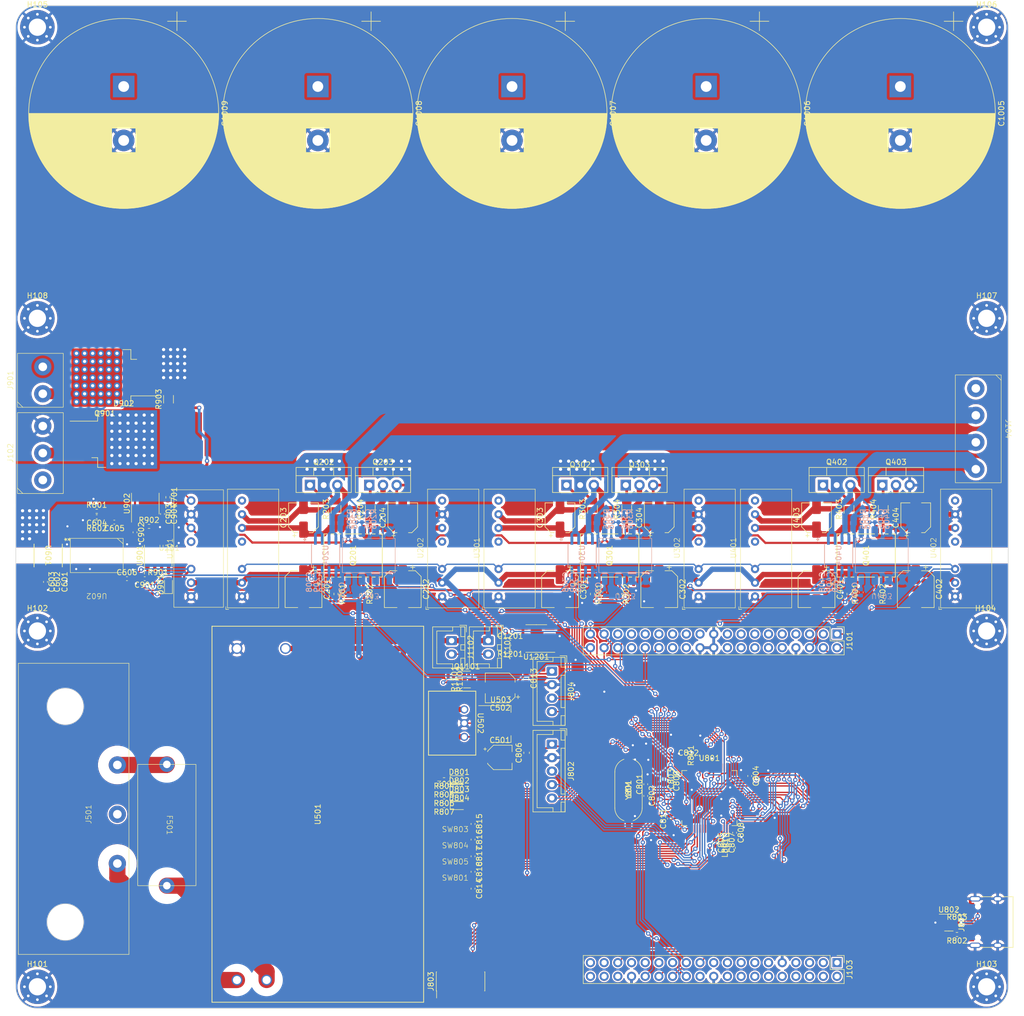
<source format=kicad_pcb>
(kicad_pcb (version 20221018) (generator pcbnew)
  (layers (0 "F.Cu" signal) (31 "B.Cu" signal) (34 "B.Paste" user) (35 "F.Paste" user) (36 "B.SilkS" user "B.Silkscreen") (37 "F.SilkS" user "F.Silkscreen") (38 "B.Mask" user) (39 "F.Mask" user) (44 "Edge.Cuts" user))
  (net 0 "")
  (net 1 "/ISO_15V")
  (net 2 "/ISO_GND")
  (net 3 "/Arm_IRF540NBbF/VCC_H")
  (net 4 "/Arm_IRF540NBbF/ARM_OUT")
  (net 5 "/Arm_IRF540NBbF/VCC_L")
  (net 6 "GND")
  (net 7 "/VSupply_BB")
  (net 8 "/5V")
  (net 9 "/ISO_5V")
  (net 10 "/ISO_3V3")
  (net 11 "/U_Imes")
  (net 12 "/Arm_IRF540NBbF/Uref")
  (net 13 "/Arm_IRF540NBbF1/VCC_H")
  (net 14 "/Arm_IRF540NBbF1/ARM_OUT")
  (net 15 "/Arm_IRF540NBbF1/VCC_L")
  (net 16 "Net-(U203-VIN+)")
  (net 17 "/V_Imes")
  (net 18 "/Arm_IRF540NBbF1/Uref")
  (net 19 "/Arm_IRF540NBbF2/VCC_H")
  (net 20 "/Arm_IRF540NBbF2/ARM_OUT")
  (net 21 "/Arm_IRF540NBbF2/VCC_L")
  (net 22 "Net-(U303-VIN+)")
  (net 23 "/W_Imes")
  (net 24 "/Arm_IRF540NBbF2/Uref")
  (net 25 "/PC12")
  (net 26 "/MCU_STM32G474/ISO_3V3A")
  (net 27 "Net-(U403-VIN+)")
  (net 28 "Net-(U602-VIN+)")
  (net 29 "/Bus_Imes")
  (net 30 "/Vbus_Sense/Uref")
  (net 31 "/MCU_STM32G474/Soft_NRST")
  (net 32 "/MCU_STM32G474/USR_BTN_3")
  (net 33 "/MCU_STM32G474/USR_BTN_2")
  (net 34 "/MCU_STM32G474/USR_BTN_1")
  (net 35 "/MCU_STM32G474/NRST")
  (net 36 "/VSupply_AB")
  (net 37 "Net-(U801-PF0)")
  (net 38 "/MCU_STM32G474/USR_LED_1")
  (net 39 "Net-(U801-PF1)")
  (net 40 "/MCU_STM32G474/USR_LED_2")
  (net 41 "Net-(D801-K)")
  (net 42 "/MCU_STM32G474/USR_LED_3")
  (net 43 "Net-(D802-K)")
  (net 44 "/MCU_STM32G474/USR_LED_4")
  (net 45 "Net-(D803-K)")
  (net 46 "Earth")
  (net 47 "Net-(D804-K)")
  (net 48 "Net-(J501-N)")
  (net 49 "Net-(J501-L)")
  (net 50 "/MCU_STM32G474/SWDIO")
  (net 51 "/MCU_STM32G474/SWCLK")
  (net 52 "/MCU_STM32G474/SWO")
  (net 53 "Net-(J801-CC1)")
  (net 55 "/MCU_STM32G474/VCP_RX")
  (net 56 "/MCU_STM32G474/VCP_TX")
  (net 57 "/VDD")
  (net 58 "/PB8-BOOT0")
  (net 59 "/MCU_STM32G474/ENC_A")
  (net 60 "/MCU_STM32G474/ENC_B")
  (net 61 "/MCU_STM32G474/ENC_BTN")
  (net 62 "/MCU_STM32G474/V_USB")
  (net 63 "Net-(J801-CC2)")
  (net 64 "/MCU_STM32G474/D+")
  (net 65 "/MCU_STM32G474/D-")
  (net 72 "Net-(Q201-Anode-Pad2)")
  (net 73 "Net-(Q201-Anode-Pad6)")
  (net 75 "/Arm_IRF540NBbF/Cmd_H")
  (net 76 "/Vbus")
  (net 77 "/Arm_IRF540NBbF/Cmd_L")
  (net 78 "/Arm_IRF540NBbF1/Cmd_H")
  (net 79 "/Arm_IRF540NBbF1/Cmd_L")
  (net 80 "Net-(Q201-Vo-Pad10)")
  (net 81 "Net-(Q201-Vo-Pad15)")
  (net 83 "Net-(Q301-Anode-Pad2)")
  (net 84 "Net-(Q301-Anode-Pad6)")
  (net 86 "/Arm_IRF540NBbF2/Cmd_H")
  (net 87 "/Arm_IRF540NBbF2/Cmd_L")
  (net 88 "Net-(Q301-Vo-Pad10)")
  (net 89 "Net-(Q301-Vo-Pad15)")
  (net 91 "Net-(Q401-Anode-Pad2)")
  (net 92 "Net-(Q401-Anode-Pad6)")
  (net 94 "Net-(Q401-Vo-Pad10)")
  (net 95 "Net-(Q401-Vo-Pad15)")
  (net 96 "/U_PWM_H")
  (net 97 "/U_PWM_L")
  (net 98 "Net-(Q901-G)")
  (net 99 "/V_PWM_H")
  (net 100 "/V_PWM_L")
  (net 101 "/W_PWM_H")
  (net 102 "/W_PWM_L")
  (net 103 "/U_output")
  (net 104 "/V_output")
  (net 105 "/W_output")
  (net 106 "/break/PWM_Mosfet")
  (net 107 "/Pwr_En")
  (net 108 "Net-(U701-FB)")
  (net 109 "Net-(U801-PB8)")
  (net 110 "Net-(D901-A)")
  (net 112 "/Bus_V")
  (net 117 "/V_VPh")
  (net 123 "/U_VPh")
  (net 124 "/W_VPh")
  (net 132 "/NUCLEO_NRST")
  (net 134 "/NUCLEO_RX")
  (net 135 "/MCU_STM32G474/USB_DM")
  (net 136 "/MCU_STM32G474/USB_DP")
  (net 137 "/ISO_PWM_Break")
  (net 138 "/NUCLEO_TX")
  (net 140 "/break/PWM_Break")
  (net 147 "/IOREF")
  (net 148 "/PA13")
  (net 150 "/PA14")
  (net 151 "/+3V3")
  (net 152 "/PA15")
  (net 153 "/+5V")
  (net 154 "/PB7")
  (net 155 "/PC13")
  (net 156 "/VIN")
  (net 157 "/PC14")
  (net 159 "/PC15")
  (net 160 "/PF0")
  (net 161 "/PF1")
  (net 162 "/PA4")
  (net 163 "/VBAT")
  (net 164 "/PC9")
  (net 165 "/PC8")
  (net 166 "/PB8")
  (net 167 "/PC6")
  (net 168 "/PB9")
  (net 169 "/PC5")
  (net 170 "/AVDD")
  (net 171 "/5V_USB_CHGR")
  (net 173 "/PA5")
  (net 174 "/PA12")
  (net 175 "/PA6")
  (net 176 "/PA11")
  (net 177 "/PA7")
  (net 178 "/PB12")
  (net 179 "/PB6")
  (net 180 "/PB11")
  (net 181 "/PC7")
  (net 182 "/PB2")
  (net 183 "/PB10")
  (net 184 "/PB4")
  (net 185 "/PB5")
  (net 186 "/PB3")
  (net 187 "/PC4")
  (net 188 "/PC4{slash}PA2")
  (net 190 "/PC5{slash}PA3")
  (net 192 "/I2C_SDA")
  (net 193 "/I2C_SCL")
  (net 194 "Net-(J1101-Pin_2)")
  (net 195 "Net-(Q1101-G)")
  (net 196 "/ISO_PWM_FAN")
  (net 199 "Net-(U501-AC(N))")
  (net 200 "Net-(U1201-VDD)")
  (net 201 "/break/Break_Drain_Mosfet")
  (footprint "LED_SMD:LED_0603_1608Metric_Pad1.05x0.95mm_HandSolder" (layer "F.Cu") (at 115.2 159.2)
    (fp_text reference "D802")
    (fp_text value "LED")
  )
  (footprint "Capacitor_SMD:C_0402_1005Metric_Pad0.74x0.62mm_HandSolder" (layer "F.Cu") (at 157.7175 153.775)
    (fp_text reference "C812")
    (fp_text value "100n")
  )
  (footprint "Capacitor_SMD:CP_Elec_5x5.4" (layer "F.Cu") (at 86.34 109 90)
    (fp_text reference "C203")
    (fp_text value "22u")
  )
  (footprint "Resistor_SMD:R_1206_3216Metric_Pad1.30x1.75mm_HandSolder" (layer "F.Cu") (at 193.835 107.44 90)
    (fp_text reference "R404")
    (fp_text value "30")
  )
  (footprint "Custom:MPRB2415S" (layer "F.Cu") (at 122.5 114.7025 90)
    (fp_text reference "U301")
    (fp_text value "MPRB2415S-6W")
  )
  (footprint "Capacitor_THT:CP_Radial_D35.0mm_P10.00mm_SnapIn" (layer "F.Cu") (at 89 29 -90)
    (fp_text reference "C1008")
    (fp_text value "1.5m")
  )
  (footprint "Capacitor_SMD:C_0402_1005Metric_Pad0.74x0.62mm_HandSolder" (layer "F.Cu") (at 56.9 120.3 180)
    (fp_text reference "C901")
    (fp_text value "100n")
  )
  (footprint "Custom:17791063215" (layer "F.Cu") (at 66.9 114.7025 90)
    (fp_text reference "U701")
    (fp_text value "17791063215")
  )
  (footprint "Package_TO_SOT_THT:TO-220-3_Vertical" (layer "F.Cu") (at 87.54 102.94)
    (fp_text reference "Q202")
    (fp_text value "IRF540N")
  )
  (footprint "Resistor_SMD:R_0402_1005Metric_Pad0.72x0.64mm_HandSolder" (layer "F.Cu") (at 145.005 123.14 -90)
    (fp_text reference "R302")
    (fp_text value "170")
  )
  (footprint "LED_SMD:LED_0603_1608Metric_Pad1.05x0.95mm_HandSolder" (layer "F.Cu") (at 115.2 157.6)
    (fp_text reference "D801")
    (fp_text value "LED")
  )
  (footprint "Package_TO_SOT_THT:TO-220-3_Vertical" (layer "F.Cu") (at 193.66 102.94)
    (fp_text reference "Q403")
    (fp_text value "IRF540N")
  )
  (footprint "Capacitor_SMD:CP_Elec_5x5.4" (layer "F.Cu") (at 104.74 109 90)
    (fp_text reference "C204")
    (fp_text value "22u")
  )
  (footprint "Resistor_SMD:R_1206_3216Metric_Pad1.30x1.75mm_HandSolder" (layer "F.Cu") (at 98.715 107.44 90)
    (fp_text reference "R204")
    (fp_text value "30")
  )
  (footprint "Capacitor_SMD:CP_Elec_5x5.4" (layer "F.Cu") (at 199.86 109 90)
    (fp_text reference "C404")
    (fp_text value "22u")
  )
  (footprint "Package_TO_SOT_SMD:TO-263-2" (layer "F.Cu") (at 53 94.46)
    (fp_text reference "D902")
    (fp_text value "VS-15TQ060S-M3")
  )
  (footprint "MountingHole:MountingHole_3.2mm_M3_Pad_Via" (layer "F.Cu") (at 213 196)
    (fp_text reference "H103")
    (fp_text value "MountingHole_Pad")
  )
  (footprint "Capacitor_SMD:C_0402_1005Metric_Pad0.74x0.62mm_HandSolder" (layer "F.Cu") (at 166.275 167.425 -90)
    (fp_text reference "C808")
    (fp_text value "100n")
  )
  (footprint "MountingHole:MountingHole_3.2mm_M3_Pad_Via" (layer "F.Cu") (at 37 72)
    (fp_text reference "H108")
    (fp_text value "MountingHole_Pad")
  )
  (footprint "MountingHole:MountingHole_3.2mm_M3_Pad_Via" (layer "F.Cu") (at 213 72)
    (fp_text reference "H107")
    (fp_text value "MountingHole_Pad")
  )
  (footprint "Connector_USB:USB_C_Receptacle_HRO_TYPE-C-31-M-12" (layer "F.Cu") (at 214 184 90)
    (fp_text reference "J801")
    (fp_text value "USB_C_Receptacle_USB2.0")
  )
  (footprint "Capacitor_SMD:CP_Elec_5x5.4" (layer "F.Cu") (at 152.3 109 90)
    (fp_text reference "C304")
    (fp_text value "22u")
  )
  (footprint "Connector_JST:JST_XH_B5B-XH-A_1x05_P2.50mm_Vertical" (layer "F.Cu") (at 132.4 151 -90)
    (fp_text reference "J802")
    (fp_text value "Conn_01x05")
  )
  (footprint "Package_TO_SOT_THT:TO-220-3_Vertical" (layer "F.Cu") (at 146.1 102.94)
    (fp_text reference "Q303")
    (fp_text value "IRF540N")
  )
  (footprint "Capacitor_THT:CP_Radial_D35.0mm_P10.00mm_SnapIn" (layer "F.Cu") (at 125 29 -90)
    (fp_text reference "C1007")
    (fp_text value "1.5m")
  )
  (footprint "Capacitor_SMD:C_0402_1005Metric_Pad0.74x0.62mm_HandSolder" (layer "F.Cu") (at 55.1 111.7 -90)
    (fp_text reference "C902")
    (fp_text value "100n")
  )
  (footprint "Resistor_SMD:R_0402_1005Metric_Pad0.72x0.64mm_HandSolder" (layer "F.Cu") (at 112.4 159.2 180)
    (fp_text reference "R805")
    (fp_text value "340")
  )
  (footprint "Capacitor_SMD:C_0402_1005Metric_Pad0.74x0.62mm_HandSolder" (layer "F.Cu") (at 39.5 120.9 -90)
    (fp_text reference "C602")
    (fp_text value "4.7n")
  )
  (footprint "Resistor_SMD:R_0402_1005Metric_Pad0.72x0.64mm_HandSolder" (layer "F.Cu") (at 92.365 123.14 -90)
    (fp_text reference "R201")
    (fp_text value "170")
  )
  (footprint "Package_TO_SOT_SMD:SOT-23-6" (layer "F.Cu") (at 206 184.1)
    (fp_text reference "U802")
    (fp_text value "USBLC6-2SC6")
  )
  (footprint "Custom:SOIC8-GO-SME&slash_SP3_LEM" (layer "F.Cu") (at 39 116 -90)
    (fp_text reference "U601")
    (fp_text value "GO 10-SME/SP3")
  )
  (footprint "Custom:DIP-8 Gull Wing" (layer "F.Cu") (at 48 116 180)
    (fp_text reference "U602")
    (fp_text value "HCPL-7800-500E")
  )
  (footprint "Connector_PinHeader_2.54mm:PinHeader_2x19_P2.54mm_Vertical" (layer "F.Cu") (at 185.26 130.57 -90)
    (fp_text reference "J101")
    (fp_text value "Conn_02x19_Odd_Even")
  )
  (footprint "Capacitor_SMD:C_0402_1005Metric_Pad0.74x0.62mm_HandSolder" (layer "F.Cu") (at 53.6 120.3)
    (fp_text reference "C606")
    (fp_text value "100n")
  )
  (footprint "MountingHole:MountingHole_3.2mm_M3_Pad_Via" (layer "F.Cu") (at 37 130)
    (fp_text reference "H102")
    (fp_text value "MountingHole_Pad")
  )
  (footprint "LED_SMD:LED_0603_1608Metric_Pad1.05x0.95mm_HandSolder" (layer "F.Cu") (at 115.2 162.4)
    (fp_text reference "D804")
    (fp_text value "LED")
  )
  (footprint "Custom:MP-LD30-23B15R2" (layer "F.Cu") (at 74 194.75 90)
    (fp_text reference "U501")
    (fp_text value "MP-LD30-23B12R2")
  )
  (footprint "Package_TO_SOT_THT:TO-220-3_Vertical" (layer "F.Cu") (at 98.54 102.94)
    (fp_text reference "Q203")
    (fp_text value "IRF540N")
  )
  (footprint "Package_TO_SOT_THT:TO-220-3_Vertical" (layer "F.Cu") (at 182.66 102.94)
    (fp_text reference "Q402")
    (fp_text value "IRF540N")
  )
  (footprint "Resistor_SMD:R_0402_1005Metric_Pad0.72x0.64mm_HandSolder" (layer "F.Cu") (at 124.675 133.105 180)
    (fp_text reference "R1201")
    (fp_text value "200")
  )
  (footprint "MountingHole:MountingHole_3.2mm_M3_Pad_Via" (layer "F.Cu") (at 213 130)
    (fp_text reference "H104")
    (fp_text value "MountingHole_Pad")
  )
  (footprint "Capacitor_SMD:C_0402_1005Metric_Pad0.74x0.62mm_HandSolder" (layer "F.Cu") (at 60.2 108.3 -90)
    (fp_text reference "C903")
    (fp_text value "1u")
  )
  (footprint "Capacitor_SMD:C_0402_1005Metric_Pad0.74x0.62mm_HandSolder" (layer "F.Cu") (at 117.775 168.7 -90)
    (fp_text reference "C816")
    (fp_text value "100n")
  )
  (footprint "Resistor_SMD:R_1206_3216Metric_Pad1.30x1.75mm_HandSolder" (layer "F.Cu") (at 139.925 107.44 90)
    (fp_text reference "R303")
    (fp_text value "30")
  )
  (footprint "Custom:435451019820" (layer "F.Cu") (at 114.475 168.8)
    (fp_text reference "SW803")
    (fp_text value "SW_Push")
  )
  (footprint "Resistor_SMD:R_0402_1005Metric_Pad0.72x0.64mm_HandSolder" (layer "F.Cu") (at 48 109.8 180)
    (fp_text reference "R602")
    (fp_text value "1k")
  )
  (footprint "Capacitor_SMD:C_0402_1005Metric_Pad0.74x0.62mm_HandSolder" (layer "F.Cu") (at 51.2525 109.8 180)
    (fp_text reference "C605")
    (fp_text value "100n")
  )
  (footprint "Resistor_SMD:R_1206_3216Metric_Pad1.30x1.75mm_HandSolder" (layer "F.Cu") (at 146.275 107.44 90)
    (fp_text reference "R304")
    (fp_text value "30")
  )
  (footprint "Package_SO:SOIC-8_3.9x4.9mm_P1.27mm" (layer "F.Cu") (at 57.005 106.375 90)
    (fp_text reference "U902")
    (fp_text value "TC1412")
  )
  (footprint "Capacitor_SMD:C_0402_1005Metric_Pad0.74x0.62mm_HandSolder" (layer "F.Cu") (at 117.775 171.8 -90)
    (fp_text reference "C817")
    (fp_text value "100n")
  )
  (footprint "Capacitor_SMD:C_0402_1005Metric_Pad0.74x0.62mm_HandSolder" (layer "F.Cu") (at 38.5 120.9 -90)
    (fp_text reference "C603")
    (fp_text value "4.7n")
  )
  (footprint "Capacitor_SMD:CP_Elec_5x5.4" (layer "F.Cu") (at 181.46 109 90)
    (fp_text reference "C403")
    (fp_text value "22u")
  )
  (footprint "Resistor_SMD:R_0402_1005Metric_Pad0.72x0.64mm_HandSolder" (layer "F.Cu") (at 187.485 123.14 -90)
    (fp_text reference "R401")
    (fp_text value "170")
  )
  (footprint "LED_SMD:LED_0603_1608Metric_Pad1.05x0.95mm_HandSolder" (layer "F.Cu") (at 61.3 121.4 90)
    (fp_text reference "D901")
    (fp_text value "Red")
  )
  (footprint "Resistor_SMD:R_1206_3216Metric_Pad1.30x1.75mm_HandSolder" (layer "F.Cu") (at 92.365 107.44 90)
    (fp_text reference "R203")
    (fp_text value "30")
  )
  (footprint "Inductor_SMD:L_0603_1608Metric_Pad1.05x0.95mm_HandSolder" (layer "F.Cu") (at 165.9 170.225 90)
    (fp_text reference "L801")
    (fp_text value "39n")
  )
  (footprint "Capacitor_THT:CP_Radial_D35.0mm_P10.00mm_SnapIn" (layer "F.Cu") (at 161 29 -90)
    (fp_text reference "C1006")
    (fp_text value "1.5m")
  )
  (footprint "Resistor_SMD:R_0402_1005Metric_Pad0.72x0.64mm_HandSolder" (layer "F.Cu") (at 159.35 153.1025 90)
    (fp_text reference "R801")
    (fp_text value "10k")
  )
  (footprint "Package_QFP:LQFP-64_10x10mm_P0.5mm" (layer "F.Cu") (at 161.6 161)
    (fp_text reference "U801")
    (fp_text value "STM32G474RETx")
  )
  (footprint "Resistor_SMD:R_0402_1005Metric_Pad0.72x0.64mm_HandSolder" (layer "F.Cu") (at 61.2 105.2 -90)
    (fp_text reference "R701")
    (fp_text value "27k")
  )
  (footprint "Custom:173010578" (layer "F.Cu") (at 116.154 144.56 -90)
    (fp_text reference "U502")
    (fp_text value "173010542")
  )
  (footprint "Capacitor_SMD:C_0402_1005Metric_Pad0.74x0.62mm_HandSolder" (layer "F.Cu") (at 154.35 157.825 -90)
    (fp_text reference "C809")
    (fp_text value "100n")
  )
  (footprint "LED_SMD:LED_0603_1608Metric_Pad1.05x0.95mm_HandSolder" (layer "F.Cu") (at 115.2 160.8)
    (fp_text reference locked "D803")
    (fp_text value "LED")
  )
  (footprint "Capacitor_SMD:CP_Elec_6.3x7.7" (layer "F.Cu") (at 152.3 122.24 -90)
    (fp_text reference "C302")
    (fp_text value "100u")
  )
  (footprint "Connector_JST:JST_XH_B2B-XH-A_1x02_P2.50mm_Vertical" (layer "F.Cu") (at 113.8 131.8 -90)
    (fp_text reference "J1102")
    (fp_text value "Conn_01x02")
  )
  (footprint "Package_TO_SOT_SMD:SOT-23" (layer "F.Cu") (at 116.6625 139)
    (fp_text reference "Q1101")
    (fp_text value "SQ2310ES")
  )
  (footprint "Resistor_SMD:R_0402_1005Metric_Pad0.72x0.64mm_HandSolder" (layer "F.Cu") (at 48 107.8)
    (fp_text reference "R601")
    (fp_text value "160k")
  )
  (footprint "Custom:435451019820" (layer "F.Cu") (at 114.475 165.8)
    (fp_text reference "SW802")
    (fp_text value "SW_Push")
  )
  (footprint "Capacitor_SMD:C_0402_1005Metric_Pad0.74x0.62mm_HandSolder" (layer "F.Cu") (at 117.775 165.8 -90)
    (fp_text reference "C815")
    (fp_text value "100n")
  )
  (footprint "Resistor_SMD:R_0402_1005Metric_Pad0.72x0.64mm_HandSolder" (layer "F.Cu") (at 114.1625 138.9 -90)
    (fp_text reference "R1102")
    (fp_text value "10k")
  )
  (footprint "Connector_JST:JST_XH_B4B-XH-A_1x04_P2.50mm_Vertical" (layer "F.Cu") (at 132.4 137.4625 -90)
    (fp_text reference "J804")
    (fp_text value "Conn_01x04")
  )
  (footprint "Custom:0031.8201" (layer "F.Cu") (at 61 166 -90)
    (fp_text reference "F501")
    (fp_text value "Fuse")
  )
  (footprint "Custom:PX0580-PC-12132" (layer "F.Cu") (at 47 164 90)
    (fp_text reference "J501")
    (fp_text value "PX0580-PC-12132")
    (fp_circle (center -20 -4.825) (end -16.6 -4.825) (stroke (width 0.1)) (fill none) (layer "Edge.Cuts"))
    (fp_circle (center 20 -4.825) (end 23.4 -4.825) (stroke (width 0.1)) (fill none) (layer "Edge.Cuts"))
  )
  (footprint "MountingHole:MountingHole_3.2mm_M3_Pad_Via" (layer "F.Cu") (at 37 196)
    (fp_text reference "H101")
    (fp_text value "MountingHole_Pad")
  )
  (footprint "Capacitor_SMD:C_0402_1005Metric_Pad0.74x0.62mm_HandSolder" (layer "F.Cu") (at 48 108.8 180)
    (fp_text reference "C604")
    (fp_text value "10n")
  )
  (footprint "Capacitor_SMD:CP_Elec_6.3x7.7" (layer "F.Cu") (at 86.34 122.24 -90)
    (fp_text reference "C201")
    (fp_text value "100u")
  )
  (footprint "Capacitor_SMD:CP_Elec_5x5.4" (layer "F.Cu") (at 122.804 140.56 180)
    (fp_text reference "C502")
    (fp_text value "22u")
  )
  (footprint "Custom:SO-16_HCPL-315J_BRA" (layer "F.Cu") (at 143.1 116 90)
    (fp_text reference "Q301")
    (fp_text value "HCPL-315J-500E")
  )
  (footprint "Capacitor_SMD:C_0603_1608Metric_Pad1.08x0.95mm_HandSolder" (layer "F.Cu") (at 127.6 138.8 -90)
    (fp_text reference "C813")
    (fp_text value "10u")
  )
  (footprint "Capacitor_SMD:C_0402_1005Metric_Pad0.74x0.62mm_HandSolder" (layer "F.Cu") (at 154.2 164.825 90)
    (fp_text reference "C811")
    (fp_text value "100n")
  )
  (footprint "Custom:ABLS-7.3728MHZ-CL-RESR-A-1-G-F" (layer "F.Cu") (at 146.6 159.5 90)
    (fp_text reference "Y801")
    (fp_text value "16M")
  )
  (footprint "Custom:SO-16_HCPL-315J_BRA" (layer "F.Cu") (at 190.66 116 90)
    (fp_text reference "Q401")
    (fp_text value "HCPL-315J-500E")
  )
  (footprint "Resistor_SMD:R_0402_1005Metric_Pad0.72x0.64mm_HandSolder" (layer "F.Cu") (at 112.4 157.6 180)
    (fp_text reference "R804")
    (fp_text value "340")
  )
  (footprint "Package_TO_SOT_THT:TO-220-3_Vertical" (layer "F.Cu") (at 135.1 102.94)
    (fp_text reference "Q302")
    (fp_text value "IRF540N")
  )
  (footprint "Capacitor_SMD:CP_Elec_6.3x7.7" (layer "F.Cu") (at 199.86 122.24 -90)
    (fp_text reference "C402")
    (fp_text value "100u")
  )
  (footprint "Connector_PinHeader_1.27mm:PinHeader_2x07_P1.27mm_Vertical_SMD" (layer "F.Cu") (at 115.46 195 90)
    (fp_text reference "J803")
    (fp_text value "Conn_ST_STDC14")
  )
  (footprint "Package_TO_SOT_SMD:TO-263-2" (layer "F.Cu") (at 49.5 83 180)
    (fp_text reference "Q901")
    (fp_text value "BUK9637-100E")
  )
  (footprint "Capacitor_SMD:C_0402_1005Metric_Pad0.74x0.62mm_HandSolder" (layer "F.Cu") (at 117.775 174.6675 -90)
    (fp_text reference "C818")
    (fp_text value "100n")
  )
  (footprint "Resistor_SMD:R_0402_1005Metric_Pad0.72x0.64mm_HandSolder" (layer "F.Cu") (at 207.5 186.3 180)
    (fp_text reference "R802")
    (fp_text value "5.1k")
  )
  (footprint "Connector_JST:JST_XH_B2B-XH-A_1x02_P2.50mm_Vertical" (layer "F.Cu") (at 120.6 131.8 -90)
    (fp_text reference "J1101")
    (fp_text value "Conn_01x02")
  )
  (footprint "Capacitor_SMD:CP_Elec_4x5.4" (layer "F.Cu") (at 122.754 153.46)
    (fp_text reference "C501")
    (fp_text value "10u")
  )
  (footprint "Capacitor_SMD:CP_Elec_6.3x7.7" (layer "F.Cu") (at 133.9 122.24 -90)
    (fp_text reference "C301")
    (fp_text value "100u")
  )
  (footprint "Capacitor_SMD:C_0402_1005Metric_Pad0.74x0.62mm_HandSolder" (layer "F.Cu") (at 117.775 177.8 -90)
    (fp_text reference "C814")
    (fp_text value "100n")
  )
  (footprint "Custom:435451019820" (layer "F.Cu") (at 114.475 177.8)
    (fp_text reference "SW801")
    (fp_text value "SW_Push")
  )
  (footprint "Custom:435451019820" (layer "F.Cu") (at 114.475 171.8)
    (fp_text reference "SW804")
    (fp_text value "SW_Push")
  )
  (footprint "Connector_PinHeader_2.54mm:PinHeader_2x19_P2.54mm_Vertical" (layer "F.Cu") (at 185.26 191.53 -90)
    (fp_text reference "J103")
    (fp_text value "Conn_02x19_Odd_Even")
  )
  (footprint "Custom:MPRB2415S" (layer "F.Cu") (at 159.6 114.7025 90)
    (fp_text reference "U302")
    (fp_text value "MPRB2415S-6W")
  )
  (footprint "Capacitor_SMD:C_0603_1608Metric_Pad1.08x0.95mm_HandSolder" (layer "F.Cu") (at 127.7 152.6 90)
    (fp_text reference "C806")
    (fp_text value "10u")
  )
  (footprint "Resistor_SMD:R_0402_1005Metric_Pad0.72x0.64mm_HandSolder" (layer "F.Cu") (at 192.565 123.14 -90)
    (fp_text reference "R402")
    (fp_text value "170")
  )
  (footprint "Custom:MPRB2415S" (layer "F.Cu") (at 112.04 114.7025 90)
    (fp_text reference "U202")
    (fp_text value "MPRB2415S-6W")
  )
  (footprint "Capacitor_THT:CP_Radial_D35.0mm_P10.00mm_SnapIn" (layer "F.Cu") (at 197 29 -90)
    (fp_text reference "C1005")
    (fp_text value "1.5m")
  )
  (footprint "Capacitor_SMD:C_0402_1005Metric_Pad0.74x0.62mm_HandSolder" (layer "F.Cu") (at 61.2 108.3 -90)
    (fp_text reference "C904")
    (fp_text value "1n")
  )
  (footprint "Capacitor_SMD:C_0402_1005Metric_Pad0.74x0.62mm_HandSolder" (layer "F.Cu") (at 40.9 120.9 -90)
    (fp_text reference "C601")
    (fp_text value "4.7n")
  )
  (footprint "Custom:691311700002" (layer "F.Cu") (at 38 83.5 90)
    (fp_text reference "J901")
    (fp_text value "Conn_01x02")
  )
  (footprint "Resistor_SMD:R_1206_3216Metric_Pad1.30x1.75mm_HandSolder" (layer "F.Cu") (at 61.31 87.02 90)
    (fp_text reference "R903")
    (fp_text value "5")
  )
  (footprint "Custom:MPRB2415S" (layer "F.Cu") (at 74.94 114.7025 90)
    (fp_text reference "U201" hide)
    (fp_text value "MPRB2415S-6W")
  )
  (footprint "Resistor_SMD:R_0402_1005Metric_Pad0.72x0.64mm_HandSolder" (layer "F.Cu") (at 112.4 162.4 180)
    (fp_text reference "R807")
    (fp_text value "340")
  )
  (footprint "Capacitor_SMD:CP_Elec_6.3x7.7" (layer "F.Cu") (at 104.74 122.24 -90)
    (fp_text reference "C202")
    (fp_text value "100u")
  )
  (footprint "Capacitor_THT:CP_Radial_D35.0mm_P10.00mm_SnapIn" (layer "F.Cu") (at 53 29 -90)
    (fp_text reference "C1009")
    (fp_text value "1.5m")
  )
  (footprint "Custom:MPRB2415S" (layer "F.Cu") (at 207.16 114.7025 90)
    (fp_text reference "U402")
    (fp_text value "MPRB2415S-6W")
  )
  (footprint "Package_SO:SOIC-8_3.9x4.9mm_P1.27mm" (layer "F.Cu") (at 129.5 131.4 180)
    (fp_text reference "U1201")
    (fp_text value "TCN75A")
  )
  (footprint "Capacitor_SMD:CP_Elec_5x5.4" (layer "F.Cu") (at 133.9 109 90)
    (fp_text reference "C303")
    (fp_text value "22u")
  )
  (footprint "Capacitor_SMD:C_0402_1005Metric_Pad0.74x0.62mm_HandSolder" (layer "F.Cu") (at 162.6 169.3 -90)
    (fp_text reference "C805")
    (fp_text value "1u")
  )
  (footprint "Custom:SO-16_HCPL-315J_BRA" (layer "F.Cu") (at 95.54 116 90)
    (fp_text reference "Q201")
    (fp_text value "HCPL-315J-500E")
  )
  (footprint "Custom:691311700003" (layer "F.Cu") (at 38 97 90)
    (fp_text reference "J102")
    (fp_text value "Conn_01x03")
  )
  (footprint "Package_TO_SOT_SMD:SOT-223-3_TabPin2" (layer "F.Cu") (at 122.904 147.26)
    (fp_text reference "U503")
    (fp_text value "AZ1117-3.3")
  )
  (footprint "MountingHole:MountingHole_3.2mm_M3_Pad_Via" (layer "F.Cu") (at 37 18)
    (fp_text reference "H105")
    (fp_text value "MountingHole_Pad")
  )
  (footprint "Resistor_SMD:R_0402_1005Metric_Pad0.72x0.64mm_HandSolder" (layer "F.Cu") (at 112.4 160.8 180)
    (fp_text reference "R806")
    (fp_text value "340")
  )
  (footprint "Custom:435451019820" (layer "F.Cu") (at 114.475 174.8)
    (fp_text reference "SW805")
    (fp_text value "SW_Push")
  )
  (footprint "Capacitor_SMD:C_0402_1005Metric_Pad0.74x0.62mm_HandSolder" (layer "F.Cu") (at 164.6 169.3 -90)
    (fp_text reference "C807")
    (fp_text value "100n")
  )
  (footprint "Custom:691311700004" (layer "F.Cu") (at 211 92.5 -90)
    (fp_text reference "J104")
    (fp_text value "Conn_01x04")
  )
  (footprint "Capacitor_SMD:C_0402_1005Metric_Pad0.74x0.62mm_HandSolder" (layer "F.Cu") (at 149.8 160.6 -90)
    (fp_text reference "C802")
    (fp_text value "18p")
  )
  (footprint "Resistor_SMD:R_0402_1005Metric_Pad0.72x0.64mm_HandSolder" (layer "F.Cu") (at 207.5025 181.9 180)
    (fp_text reference "R803")
    (fp_text value "5.1k")
  )
  (footprint "Custom:MPRB2415S" (layer "F.Cu") (at 170.06 114.7025 90)
    (fp_text reference "U401")
    (fp_text value "MPRB2415S-6W")
  )
  (footprint "Capacitor_SMD:C_0402_1005Metric_Pad0.74x0.62mm_HandSolder" (layer "F.Cu") (at 163.6 169.3 -90)
    (fp_text reference "C810")
    (fp_text value "100n")
  )
  (footprint "Resistor_SMD:R_0402_1005Metric_Pad0.72x0.64mm_HandSolder" (layer "F.Cu") (at 113.1625 138.9 -90)
    (fp_text reference "R1101")
    (fp_text value "22")
  )
  (footprint "Capacitor_SMD:C_0402_1005Metric_Pad0.74x0.62mm_HandSolder" (layer "F.Cu") (at 149.8 158.4325 90)
    (fp_text reference "C801")
    (fp_text value "18p")
  )
  (footprint "Resistor_SMD:R_0402_1005Metric_Pad0.72x0.64mm_HandSolder" (layer "F.Cu") (at 59.36 120.3)
    (fp_text reference "R901")
    (fp_text value "100")
  )
  (footprint "Capacitor_SMD:C_0402_1005Metric_Pad0.74x0.62mm_HandSolder" (layer "F.Cu") (at 169.075 156.9 -90)
    (fp_text reference "C804")
    (fp_text value "100n")
  )
  (footprint "Capacitor_SMD:C_0603_1608Metric_Pad1.08x0.95mm_HandSolder" (layer "F.Cu") (at 153.075 157.475 -90)
    (fp_text reference "C803")
    (fp_text value "10u")
  )
  (footprint "Resistor_SMD:R_0402_1005Metric_Pad0.72x0.64mm_HandSolder" (layer "F.Cu") (at 139.925 123.14 -90)
    (fp_text reference "R301")
    (fp_text value "170")
  )
  (footprint "Resistor_SMD:R_0402_1005Metric_Pad0.72x0.64mm_HandSolder" (layer "F.Cu") (at 57.6975 110.6)
    (fp_text reference "R902")
    (fp_text value "10k")
  )
  (footprint "Capacitor_SMD:C_0402_1005Metric_Pad0.74x0.62mm_HandSolder" (layer "F.Cu") (at 124.675 132.105)
    (fp_text reference "C1201")
    (fp_text value "100n")
  )
  (footprint "Capacitor_SMD:CP_Elec_6.3x7.7" (layer "F.Cu") (at 181.46 122.24 -90)
    (fp_text reference "C401")
    (fp_text value "100u")
  )
  (footprint "Resistor_SMD:R_0402_1005Metric_Pad0.72x0.64mm_HandSolder" (layer "F.Cu") (at 97.445 123.14 -90)
    (fp_text reference "R202")
    (fp_text value "170")
  )
  (footprint "Resistor_SMD:R_1206_3216Metric_Pad1.30x1.75mm_HandSolder" (layer "F.Cu") (at 187.485 107.44 90)
    (fp_text reference "R403")
    (fp_text value "30")
  )
  (footprint "MountingHole:MountingHole_3.2mm_M3_Pad_Via" (layer "F.Cu") (at 213 18)
    (fp_text reference "H106")
    (fp_text value "MountingHole_Pad")
  )
  (footprint "Package_SO:SO-8_3.9x4.9mm_P1.27mm" (layer "F.Cu") (at 59.4 116 90)
    (fp_text reference "U901")
    (fp_text value "ACPL-077L")
  )
  (footprint "Capacitor_SMD:C_0402_1005Metric_Pad0.74x0.62mm_HandSolder" (layer "B.Cu") (at 185.06 120.92 -90)
    (fp_text reference "C409")
    (fp_text value "4.7n")
  )
  (footprint "Resistor_SMD:R_0402_1005Metric_Pad0.72x0.64mm_HandSolder" (layer "B.Cu") (at 96.17 109.24 -90)
    (fp_text reference "R205")
    (fp_text value "160k")
  )
  (footprint "Custom:SOIC8-GO-SME&slash_SP3_LEM" (layer "B.Cu") (at 90.445 116 -90)
    (fp_text reference "U204")
    (fp_text value "GO 10-SME/SP3")
  )
  (footprint "Capacitor_SMD:C_0402_1005Metric_Pad0.74x0.62mm_HandSolder" (layer "B.Cu") (at 90.94 120.92 -90)
    (fp_text reference "C210")
    (fp_text value "4.7n")
  )
  (footprint "Custom:SOIC8-GO-SME&slash_SP3_LEM" (layer "B.Cu") (at 185.565 116 -90)
    (fp_text reference "U404")
    (fp_text value "GO 10-SME/SP3")
  )
  (footprint "Capacitor_SMD:C_0402_1005Metric_Pad0.74x0.62mm_HandSolder" (layer "B.Cu") (at 138.5 120.92 -90)
    (fp_text reference "C310")
    (fp_text value "4.7n")
  )
  (footprint "Capacitor_SMD:C_0402_1005Metric_Pad0.74x0.62mm_HandSolder" (layer "B.Cu") (at 89.94 120.92 -90)
    (fp_text reference "C209")
    (fp_text value "4.7n")
  )
  (footprint "Resistor_SMD:R_0402_1005Metric_Pad0.72x0.64mm_HandSolder" (layer "B.Cu") (at 98.17 109.24 90)
    (fp_text reference "R206")
    (fp_text value "1k")
  )
  (footprint "Capacitor_SMD:C_0402_1005Metric_Pad0.74x0.62mm_HandSolder" (layer "B.Cu") (at 97.17 109.24 90)
    (fp_text reference "C205")
    (fp_text value "10n")
  )
  (footprint "Capacitor_SMD:C_0402_1005Metric_Pad0.74x0.62mm_HandSolder" (layer "B.Cu") (at 142.19 122.84 -90)
    (fp_text reference "C307")
    (fp_text value "100n")
  )
  (footprint "Capacitor_SMD:C_0402_1005Metric_Pad0.74x0.62mm_HandSolder" (layer "B.Cu") (at 189.75 122.84 -90)
    (fp_text reference "C407")
    (fp_text value "100n")
  )
  (footprint "Custom:DIP-8 Gull Wing" (layer "B.Cu") (at 193.56 116)
    (fp_text reference "U403")
    (fp_text value "HCPL-7800-500E")
  )
  (footprint "Resistor_SMD:R_0402_1005Metric_Pad0.72x0.64mm_HandSolder" (layer "B.Cu") (at 143.73 109.24 -90)
    (fp_text reference "R305")
    (fp_text value "160k")
  )
  (footprint "Capacitor_SMD:C_0402_1005Metric_Pad0.74x0.62mm_HandSolder" (layer "B.Cu") (at 88.545 120.92 -90)
    (fp_text reference "C208")
    (fp_text value "4.7n")
  )
  (footprint "Resistor_SMD:R_0402_1005Metric_Pad0.72x0.64mm_HandSolder" (layer "B.Cu") (at 145.73 109.24 90)
    (fp_text reference "R306")
    (fp_text value "1k")
  )
  (footprint "Capacitor_SMD:C_0402_1005Metric_Pad0.74x0.62mm_HandSolder" (layer "B.Cu") (at 142.19 109.24 90)
    (fp_text reference "C306")
    (fp_text value "100n")
  )
  (footprint "Capacitor_SMD:C_0402_1005Metric_Pad0.74x0.62mm_HandSolder" (layer "B.Cu") (at 144.73 109.24 90)
    (fp_text reference "C305")
    (fp_text value "10n")
  )
  (footprint "Capacitor_SMD:C_0402_1005Metric_Pad0.74x0.62mm_HandSolder" (layer "B.Cu") (at 189.75 109.24 90)
    (fp_text reference "C406")
    (fp_text value "100n")
  )
  (footprint "Resistor_SMD:R_0402_1005Metric_Pad0.72x0.64mm_HandSolder" (layer "B.Cu") (at 191.29 109.24 -90)
    (fp_text reference "R405")
    (fp_text value "160k")
  )
  (footprint "Capacitor_SMD:C_0402_1005Metric_Pad0.74x0.62mm_HandSolder" (layer "B.Cu") (at 192.29 109.24 90)
    (fp_text reference "C405")
    (fp_text value "10n")
  )
  (footprint "Custom:SOIC8-GO-SME&slash_SP3_LEM" (layer "B.Cu") (at 138.005 116 -90)
    (fp_text reference "U304")
    (fp_text value "GO 10-SME/SP3")
  )
  (footprint "Custom:DIP-8 Gull Wing" (layer "B.Cu") (at 98.44 116)
    (fp_text reference "U203")
    (fp_text value "HCPL-7800-500E")
  )
  (footprint "Capacitor_SMD:C_0402_1005Metric_Pad0.74x0.62mm_HandSolder" (layer "B.Cu") (at 137.5 120.92 -90)
    (fp_text reference "C309")
    (fp_text value "4.7n")
  )
  (footprint "Resistor_SMD:R_0402_1005Metric_Pad0.72x0.64mm_HandSolder" (layer "B.Cu") (at 193.29 109.24 90)
    (fp_text reference "R406")
    (fp_text value "1k")
  )
  (footprint "Capacitor_SMD:C_0402_1005Metric_Pad0.74x0.62mm_HandSolder" (layer "B.Cu") (at 136.105 120.92 -90)
    (fp_text reference "C308")
    (fp_text value "4.7n")
  )
  (footprint "Custom:DIP-8 Gull Wing" (layer "B.Cu") (at 146 116)
    (fp_text reference "U303")
    (fp_text value "HCPL-7800-500E")
  )
  (footprint "Capacitor_SMD:C_0402_1005Metric_Pad0.74x0.62mm_HandSolder" (layer "B.Cu") (at 183.665 120.92 -90)
    (fp_text reference "C408")
    (fp_text value "4.7n")
  )
  (footprint "Capacitor_SMD:C_0402_1005Metric_Pad0.74x0.62mm_HandSolder" (layer "B.Cu") (at 94.63 122.84 -90)
    (fp_text reference "C207")
    (fp_text value "100n")
  )
  (footprint "Capacitor_SMD:C_0402_1005Metric_Pad0.74x0.62mm_HandSolder" (layer "B.Cu") (at 186.06 120.92 -90)
    (fp_text reference "C410")
    (fp_text value "4.7n")
  )
  (footprint "Capacitor_SMD:C_0402_1005Metric_Pad0.74x0.62mm_HandSolder" (layer "B.Cu") (at 94.63 109.24 90)
    (fp_text reference "C206")
    (fp_text value "100n")
  )
  (gr_arc (start 37 200) (mid 34.171573 198.828427) (end 33 196) (stroke (width 0.1)) (layer "Edge.Cuts"))
  (gr_arc (start 33 18) (mid 34.171573 15.171573) (end 37 14) (stroke (width 0.1)) (layer "Edge.Cuts"))
  (gr_line (start 217 196) (end 217 18) (stroke (width 0.1)) (layer "Edge.Cuts"))
  (gr_line (start 37 200) (end 213 200) (stroke (width 0.1)) (layer "Edge.Cuts"))
  (gr_arc (start 217 196) (mid 215.828427 198.828427) (end 213 200) (stroke (width 0.1)) (layer "Edge.Cuts"))
  (gr_line (start 37 14) (end 213 14) (stroke (width 0.1)) (layer "Edge.Cuts"))
  (gr_line (start 33 18) (end 33 196) (stroke (width 0.1)) (layer "Edge.Cuts"))
  (gr_arc (start 213 14) (mid 215.828427 15.171573) (end 217 18) (stroke (width 0.1)) (layer "Edge.Cuts"))
  (gr_text "U201" (at 61.44 114.6025) (layer "F.SilkS") (effects (font (size 1 1) (thickness 0.1))))
  (segment (start 181.435 119.54) (end 171.5475 119.54) (width 1) (layer "F.Cu") (net 1))
  (segment (start 86.34 119.54) (end 87.88 118) (width 1) (layer "F.Cu") (net 1))
  (segment (start 110.5275 119.54) (end 104.74 119.54) (width 1) (layer "F.Cu") (net 1))
  (segment (start 135.44 118) (end 133.9 119.54) (width 1) (layer "F.Cu") (net 1))
  (segment (start 159.5875 121.0525) (end 158.075 119.54) (width 1) (layer "F.Cu") (net 1))
  (segment (start 86.34 119.54) (end 76.4525 119.54) (width 1) (layer "F.Cu") (net 1))
  (segment (start 117 131.7) (end 117.1 131.8) (width 1) (layer "F.Cu") (net 1))
  (segment (start 150.76 118) (end 135.44 118) (width 1) (layer "F.Cu") (net 1))
  (segment (start 83 133.249996) (end 104.843996 133.249996) (width 1) (layer "F.Cu") (net 1))
  (segment (start 76.4525 119.54) (end 74.94 121.0525) (width 1) (layer "F.Cu") (net 1))
  (segment (start 171.5475 119.54) (end 170.035 121.0525) (width 1) (layer "F.Cu") (net 1))
  (segment (start 152.3 119.54) (end 150.76 118) (width 1) (layer "F.Cu") (net 1))
  (segment (start 205.6225 119.54) (end 199.835 119.54) (width 1) (layer "F.Cu") (net 1))
  (segment (start 112.04 121.0525) (end 110.5275 119.54) (width 1) (layer "F.Cu") (net 1))
  (segment (start 113.8 131.8) (end 106.293992 131.8) (width 1) (layer "F.Cu") (net 1))
  (segment (start 133.8875 119.54) (end 124 119.54) (width 1) (layer "F.Cu") (net 1))
  (segment (start 199.86 119.54) (end 198.32 118) (width 1) (layer "F.Cu") (net 1))
  (segment (start 117.1 131.8) (end 113.8 131.8) (width 1) (layer "F.Cu") (net 1))
  (segment (start 183 118) (end 181.46 119.54) (width 1) (layer "F.Cu") (net 1))
  (segment (start 104.843996 134.943996) (end 114.46 144.56) (width 1) (layer "F.Cu") (net 1))
  (segment (start 124 119.54) (end 122.4875 121.0525) (width 1) (layer "F.Cu") (net 1))
  (segment (start 104.843996 133.249996) (end 104.843996 134.943996) (width 1) (layer "F.Cu") (net 1))
  (segment (start 87.88 118) (end 103.2 118) (width 1) (layer "F.Cu") (net 1))
  (segment (start 74.94 121.0525) (end 65.5 121.0525) (width 1) (layer "F.Cu") (net 1))
  (segment (start 198.32 118) (end 183 118) (width 1) (layer "F.Cu") (net 1))
  (segment (start 120.6 131.8) (end 117.1 131.8) (width 1) (layer "F.Cu") (net 1))
  (segment (start 106.293992 131.8) (end 104.843996 133.249996) (width 1) (layer "F.Cu") (net 1))
  (segment (start 114.46 144.56) (end 116.154 144.56) (width 1) (layer "F.Cu") (net 1))
  (segment (start 103.2 118) (end 104.74 119.54) (width 1) (layer "F.Cu") (net 1))
  (segment (start 207.135 121.0525) (end 205.6225 119.54) (width 1) (layer "F.Cu") (net 1))
  (segment (start 158.075 119.54) (end 152.2875 119.54) (width 1) (layer "F.Cu") (net 1))
  (segment (start 119.9975 118.55) (end 122.5 121.0525) (width 1) (layer "B.Cu") (net 1))
  (segment (start 120.6 128.55) (end 113.1025 121.0525) (width 1) (layer "B.Cu") (net 1))
  (segment (start 120.6 131.8) (end 120.6 128.55) (width 1) (layer "B.Cu") (net 1))
  (segment (start 167.5575 118.55) (end 170.06 121.0525) (width 1) (layer "B.Cu") (net 1))
  (segment (start 114.5425 118.55) (end 119.9975 118.55) (width 1) (layer "B.Cu") (net 1))
  (segment (start 162.1025 118.55) (end 167.5575 118.55) (width 1) (layer "B.Cu") (net 1))
  (segment (start 112.04 121.0525) (end 114.5425 118.55) (width 1) (layer "B.Cu") (net 1))
  (segment (start 159.6 121.0525) (end 162.1025 118.55) (width 1) (layer "B.Cu") (net 1))
  (segment (start 113.1025 121.0525) (end 112.04 121.0525) (width 1) (layer "B.Cu") (net 1))
  (segment (start 132.1 139.6625) (end 132.4 139.9625) (width 0.25) (layer "F.Cu") (net 2))
  (segment (start 116.525 172.6) (end 112.425 172.6) (width 0.25) (layer "F.Cu") (net 2))
  (segment (start 167.53 168.26) (end 167.2625 167.9925) (width 0.25) (layer "F.Cu") (net 2))
  (segment (start 119.754 141.41) (end 119.754 144.96) (width 0.25) (layer "F.Cu") (net 2))
  (segment (start 164.85 166.675) (end 164.85 167.515685) (width 0.25) (layer "F.Cu") (net 2))
  (segment (start 127.025 132.035) (end 125.3125 132.035) (width 0.25) (layer "F.Cu") (net 2))
  (segment (start 117.775 175.235) (end 116.89 175.235) (width 0.25) (layer "F.Cu") (net 2))
  (segment (start 146.275 120.9911) (end 146.275 121.4102) (width 0.25) (layer "F.Cu") (net 2))
  (segment (start 116.89 175.235) (end 116.525 175.6) (width 0.25) (layer "F.Cu") (net 2))
  (segment (start 98.715 121.920002) (end 100.5 123.705002) (width 0.25) (layer "F.Cu") (net 2))
  (segment (start 116.525 169.6) (end 112.425 169.6) (width 0.25) (layer "F.Cu") (net 2))
  (segment (start 165.45 158.734315) (end 166.434315 157.75) (width 0.25) (layer "F.Cu") (net 2))
  (segment (start 120.604 140.56) (end 119.754 141.41) (width 0.25) (layer "F.Cu") (net 2))
  (segment (start 127.7375 153.5) (end 132.4 153.5) (width 0.25) (layer "F.Cu") (net 2))
  (segment (start 141.195 120.579443) (end 140.749572 120.134015) (width 0.25) (layer "F.Cu") (net 2))
  (segment (start 117.775 166.3675) (end 116.7575 166.3675) (width 0.25) (layer "F.Cu") (net 2))
  (segment (start 146.275 121.4102) (end 147.3648 122.5) (width 0.25) (layer "F.Cu") (net 2))
  (segment (start 158.285 152.515) (end 158.3 152.5) (width 0.25) (layer "F.Cu") (net 2))
  (segment (start 164.85 167.515685) (end 165.326815 167.9925) (width 0.25) (layer "F.Cu") (net 2))
  (segment (start 116.7575 172.3675) (end 116.525 172.6) (width 0.25) (layer "F.Cu") (net 2))
  (segment (start 117.775 169.2675) (end 116.8575 169.2675) (width 0.25) (layer "F.Cu") (net 2))
  (segment (start 166.434315 157.75) (end 167.275 157.75) (width 0.25) (layer "F.Cu") (net 2))
  (segment (start 127.6 139.6625) (end 132.1 139.6625) (width 0.25) (layer "F.Cu") (net 2))
  (segment (start 116.154 147.1) (end 117.614 147.1) (width 0.25) (layer "F.Cu") (net 2))
  (segment (start 114.1625 139.4975) (end 114.565 139.9) (width 0.25) (layer "F.Cu") (net 2))
  (segment (start 167.275 157.75) (end 168.9175 157.75) (width 0.25) (layer "F.Cu") (net 2))
  (segment (start 38.9 122.35) (end 38.95 122.4) (width 0.25) (layer "F.Cu") (net 2))
  (segment (start 158.35 153.84) (end 158.35 155.325) (width 0.25) (layer "F.Cu") (net 2))
  (segment (start 163.398853 165.285461) (end 162.85 165.834314) (width 0.25) (layer "F.Cu") (net 2))
  (segment (start 38.9 121.4675) (end 38.9 122.35) (width 0.25) (layer "F.Cu") (net 2))
  (segment (start 155.9175 164.2575) (end 155.925 164.25) (width 0.25) (layer "F.Cu") (net 2))
  (segment (start 117.775 178.3675) (end 116.7575 178.3675) (width 0.25) (layer "F.Cu") (net 2))
  (segment (start 112.425 166.6) (end 116.525 166.6) (width 0.25) (layer "F.Cu") (net 2))
  (segment (start 162.85 165.834314) (end 162.85 166.675) (width 0.25) (layer "F.Cu") (net 2))
  (segment (start 114.565 139.9) (end 115.675 139.9) (width 0.25) (layer "F.Cu") (net 2))
  (segment (start 116.8575 169.2675) (end 116.525 169.6) (width 0.25) (layer "F.Cu") (net 2))
  (segment (start 115.675 139.9) (end 115.725 139.95) (width 0.25) (layer "F.Cu") (net 2))
  (segment (start 116.525 178.6) (end 112.425 178.6) (width 0.25) (layer "F.Cu") (net 2))
  (segment (start 165.326815 167.9925) (end 166.275 167.9925) (width 0.25) (layer "F.Cu") (net 2))
  (segment (start 163.398853 164.651147) (end 163.398853 165.285461) (width 0.25) (layer "F.Cu") (net 2))
  (segment (start 158.285 153.775) (end 158.35 153.84) (width 0.25) (layer "F.Cu") (net 2))
  (segment (start 153.9125 164.2575) (end 152.85 165.32) (width 0.25) (layer "F.Cu") (net 2))
  (segment (start 204.8625 184.1) (end 203.5 184.1) (width 0.25) (layer "F.Cu") (net 2))
  (segment (start 168.9175 157.75) (end 169.075 157.5925) (width 0.25) (layer "F.Cu") (net 2))
  (segment (start 164.084214 164.25) (end 164.85 165.015786) (width 0.25) (layer "F.Cu") (net 2))
  (segment (start 163.8 164.25) (end 163.398853 164.651147) (width 0.25) (layer "F.Cu") (net 2))
  (segment (start 163.8 164.25) (end 164.084214 164.25) (width 0.25) (layer "F.Cu") (net 2))
  (segment (start 116.7575 178.3675) (end 116.525 178.6) (width 0.25) (layer "F.Cu") (net 2))
  (segment (start 38.5 121.4675) (end 38.9 121.4675) (width 0.25) (layer "F.Cu") (net 2))
  (segment (start 165.45 159.0255) (end 165.45 158.734315) (width 0.25) (layer "F.Cu") (net 2))
  (segment (start 147.3648 122.5) (end 148 122.5) (width 0.25) (layer "F.Cu") (net 2))
  (segment (start 154.2 164.2575) (end 153.9125 164.2575) (width 0.25) (layer "F.Cu") (net 2))
  (segment (start 127.7 153.4625) (end 127.7375 153.5) (width 0.25) (layer "F.Cu") (net 2))
  (segment (start 116.525 175.6) (end 112.425 175.6) (width 0.25) (layer "F.Cu") (net 2))
  (segment (start 125.3125 132.035) (end 125.2425 132.105) (width 0.25) (layer "F.Cu") (net 2))
  (segment (start 117.614 147.1) (end 119.754 144.96) (width 0.25) (layer "F.Cu") (net 2))
  (segment (start 98.715 120.9911) (end 98.715 121.920002) (width 0.25) (layer "F.Cu") (net 2))
  (segment (start 141.195 120.9911) (end 141.195 120.579443) (width 0.25) (layer "F.Cu") (net 2))
  (segment (start 164.85 165.015786) (end 164.85 166.675) (width 0.25) (layer "F.Cu") (net 2))
  (segment (start 117.775 172.3675) (end 116.7575 172.3675) (width 0.25) (layer "F.Cu") (net 2))
  (segment (start 154.2 164.2575) (end 155.9175 164.2575) (width 0.25) (layer "F.Cu") (net 2))
  (segment (start 116.7575 166.3675) (end 116.525 166.6) (width 0.25) (layer "F.Cu") (net 2))
  (segment (start 158.285 153.775) (end 158.285 152.515) (width 0.25) (layer "F.Cu") (net 2))
  (segment (start 167.2625 167.9925) (end 166.275 167.9925) (width 0.25) (layer "F.Cu") (net 2))
  (segment (start 38.9 121.4675) (end 39.5 121.4675) (width 0.25) (layer "F.Cu") (net 2))
  (via (at 140.749572 120.134015) (size 0.8) (drill 0.4) (layers "F.Cu" "B.Cu") (net 2))
  (via (at 133.84 130.96) (size 0.8) (drill 0.4) (layers "F.Cu" "B.Cu") (net 2))
  (via (at 54.69 118.62) (size 0.8) (drill 0.4) (layers "F.Cu" "B.Cu") (net 2))
  (via (at 138 124.8) (size 0.8) (drill 0.4) (layers "F.Cu" "B.Cu") (net 2))
  (via (at 90.75 122.45) (size 0.8) (drill 0.4) (layers "F.Cu" "B.Cu") (net 2))
  (via (at 172.5 155.89) (size 0.8) (drill 0.4) (layers "F.Cu" "B.Cu") (net 2))
  (via (at 158.3 152.5) (size 0.8) (drill 0.4) (layers "F.Cu" "B.Cu") (net 2))
  (via (at 136.79 135.36) (size 0.8) (drill 0.4) (layers "F.Cu" "B.Cu") (net 2))
  (via (at 147.79 164.34) (size 0.8) (drill 0.4) (layers "F.Cu" "B.Cu") (net 2))
  (via (at 167.47 155.8) (size 0.8) (drill 0.4) (layers "F.Cu" "B.Cu") (net 2))
  (via (at 149.5 124.5) (size 0.8) (drill 0.4) (layers "F.Cu" "B.Cu") (net 2))
  (via (at 150.27 153.91) (size 0.8) (drill 0.4) (layers "F.Cu" "B.Cu") (net 2))
  (via (at 167.53 168.26) (size 0.8) (drill 0.4) (layers "F.Cu" "B.Cu") (net 2))
  (via (at 150.54 162.07) (size 0.8) (drill 0.4) (layers "F.Cu" "B.Cu") (net 2))
  (via (at 142.11438 141.265811) (size 0.8) (drill 0.4) (layers "F.Cu" "B.Cu") (net 2))
  (via (at 162.08 153.65) (size 0.8) (drill 0.4) (layers "F.Cu" "B.Cu") (net 2))
  (via (at 46.74 118.51) (size 0.8) (drill 0.4) (layers "F.Cu" "B.Cu") (net 2))
  (via (at 203.5 184.1) (size 0.8) (drill 0.4) (layers "F.Cu" "B.Cu") (net 2))
  (via (at 44.19 118.51) (size 0.8) (drill 0.4) (layers "F.Cu" "B.Cu") (net 2))
  (via (at 167.97 166.43) (size 0.8) (drill 0.4) (layers "F.Cu" "B.Cu") (net 2))
  (via (at 147.81 153.85) (size 0.8) (drill 0.4) (layers "F.Cu" "B.Cu") (net 2))
  (via (at 147.4 151.2) (size 0.8) (drill 0.4) (layers "F.Cu" "B.Cu") (net 2))
  (via (at 55.26 121.19) (size 0.8) (drill 0.4) (layers "F.Cu" "B.Cu") (net 2))
  (via (at 188.5 124.4) (size 0.8) (drill 0.4) (layers "F.Cu" "B.Cu") (net 2))
  (via (at 165.45 159.0255) (size 0.8) (drill 0.4) (layers "F.Cu" "B.Cu") (net 2))
  (via (at 154.97 167.88) (size 0.8) (drill 0.4) (layers "F.Cu" "B.Cu") (net 2))
  (via (at 135.75 123.65) (size 0.8) (drill 0.4) (layers "F.Cu" "B.Cu") (net 2))
  (via (at 173.7 164.67) (size 0.8) (drill 0.4) (layers "F.Cu" "B.Cu") (net 2))
  (via (at 38.95 122.4) (size 0.8) (drill 0.4) (layers "F.Cu" "B.Cu") (net 2))
  (via (at 148 122.5) (size 0.8) (drill 0.4) (layers "F.Cu" "B.Cu") (net 2))
  (via (at 154.48 149.25) (size 0.8) (drill 0.4) (layers "F.Cu" "B.Cu") (net 2))
  (via (at 150.14 156.6) (size 0.8) (drill 0.4) (layers "F.Cu" "B.Cu") (net 2))
  (via (at 42.41 120.79) (size 0.8) (drill 0.4) (layers "F.Cu" "B.Cu") (net 2))
  (via (at 152.85 165.32) (size 0.8) (drill 0.4) (layers "F.Cu" "B.Cu") (net 2))
  (via (at 182.830535 121.51778) (size 0.8) (drill 0.4) (layers "F.Cu" "B.Cu") (net 2))
  (via (at 163.8 164.25) (size 0.8) (drill 0.4) (layers "F.Cu" "B.Cu") (net 2))
  (via (at 163.81 161.17) (size 0.8) (drill 0.4) (layers "F.Cu" "B.Cu") (net 2))
  (via (at 158.33 159.47) (size 0.8) (drill 0.4) (layers "F.Cu" "B.Cu") (net 2))
  (via (at 136.56 140.06) (size 0.8) (drill 0.4) (layers "F.Cu" "B.Cu") (net 2))
  (via (at 155.95 152.75) (size 0.8) (drill 0.4) (layers "F.Cu" "B.Cu") (net 2))
  (via (at 186.3 122.9) (size 0.8) (drill 0.4) (layers "F.Cu" "B.Cu") (net 2))
  (via (at 149.86 150.9) (size 0.8) (drill 0.4) (layers "F.Cu" "B.Cu") (net 2))
  (via (at 150.775965 168.795976) (size 0.8) (drill 0.4) (layers "F.Cu" "B.Cu") (net 2))
  (via (at 100.5 123.705002) (size 0.8) (drill 0.4) (layers "F.Cu" "B.Cu") (net 2))
  (via (at 159.91 149.41) (size 0.8) (drill 0.4) (layers "F.Cu" "B.Cu") (net 2))
  (segment (start 148 122.5) (end 148 123) (width 0.25) (layer "B.Cu") (net 2))
  (segment (start 136.105 123.295) (end 135.75 123.65) (width 0.25) (layer "B.Cu") (net 2))
  (segment (start 148 123) (end 149.5 124.5) (width 0.25) (layer "B.Cu") (net 2))
  (segment (start 90.5 121.4875) (end 90.5 122.2) (width 0.25) (layer "B.Cu") (net 2))
  (segment (start 182.860815 121.4875) (end 182.830535 121.51778) (width 0.25) (layer "B.Cu") (net 2))
  (segment (start 137.5 121.4875) (end 138 121.9875) (width 0.25) (layer "B.Cu") (net 2))
  (segment (start 90.5 121.4875) (end 90.94 121.4875) (width 0.25) (layer "B.Cu") (net 2))
  (segment (start 89.94 121.4875) (end 90.5 121.4875) (width 0.25) (layer "B.Cu") (net 2))
  (segment (start 90.5 122.2) (end 90.75 122.45) (width 0.25) (layer "B.Cu") (net 2))
  (segment (start 183.665 121.4875) (end 182.860815 121.4875) (width 0.25) (layer "B.Cu") (net 2))
  (segment (start 136.105 121.4875) (end 136.105 123.295) (width 0.25) (layer "B.Cu") (net 2))
  (segment (start 140.749572 120.134015) (end 140.749572 119.563722) (width 0.25) (layer "B.Cu") (net 2))
  (segment (start 140.749572 119.563722) (end 139.91 118.72415) (width 0.25) (layer "B.Cu") (net 2))
  (segment (start 138 121.9875) (end 138 124.8) (width 0.25) (layer "B.Cu") (net 2))
  (segment (start 86.0325 110.8925) (end 87.14 112) (width 1) (layer "F.Cu") (net 3))
  (segment (start 90.1039 112) (end 91.095 111.0089) (width 1) (layer "F.Cu") (net 3))
  (segment (start 74.94 110.8925) (end 86.0325 110.8925) (width 1) (layer "F.Cu") (net 3))
  (segment (start 87.14 112) (end 90.1039 112) (width 1) (layer "F.Cu") (net 3))
  (segment (start 74.9875 110.94) (end 74.94 110.8925) (width 1) (layer "F.Cu") (net 3))
  (segment (start 94.04 104.36) (end 92.62 102.94) (width 1) (layer "F.Cu") (net 4))
  (segment (start 94.04 106.724924) (end 94.04 110.6039) (width 1) (layer "F.Cu") (net 4))
  (segment (start 101.08 106.034924) (end 99.774924 107.34) (width 1) (layer "F.Cu") (net 4))
  (segment (start 101.08 102.94) (end 101.08 106.034924) (width 1) (layer "F.Cu") (net 4))
  (segment (start 86.34 106.8) (end 87.08 107.54) (width 1) (layer "F.Cu") (net 4))
  (segment (start 83.5475 109.5925) (end 86.34 106.8) (width 1) (layer "F.Cu") (net 4))
  (segment (start 99.774924 107.34) (end 94.7 107.34) (width 1) (layer "F.Cu") (net 4))
  (segment (start 93.224924 107.54) (end 94.04 106.724924) (width 1) (layer "F.Cu") (net 4))
  (segment (start 94.7 107.34) (end 94.04 108) (width 1) (layer "F.Cu") (net 4))
  (segment (start 76.18 109.5925) (end 83.5475 109.5925) (width 1) (layer "F.Cu") (net 4))
  (segment (start 94.04 110.6039) (end 93.635 111.0089) (width 1) (layer "F.Cu") (net 4))
  (segment (start 94.04 106.724924) (end 94.04 104.36) (width 1) (layer "F.Cu") (net 4))
  (segment (start 74.94 108.3525) (end 76.18 109.5925) (width 1) (layer "F.Cu") (net 4))
  (segment (start 87.08 107.54) (end 93.224924 107.54) (width 1) (layer "F.Cu") (net 4))
  (segment (start 89.81 112.03) (end 89.81 113.27585) (width 0.5) (layer "B.Cu") (net 4))
  (segment (start 88.54 112.06) (end 88.54 113.27585) (width 0.5) (layer "B.Cu") (net 4))
  (segment (start 89.16 108.42) (end 92.62 104.96) (width 1) (layer "B.Cu") (net 4))
  (segment (start 89.22 111.44) (end 89.81 112.03) (width 0.5) (layer "B.Cu") (net 4))
  (segment (start 89.16 111.44) (end 88.54 112.06) (width 0.5) (layer "B.Cu") (net 4))
  (segment (start 89.16 111.52) (end 89.16 108.42) (width 1) (layer "B.Cu") (net 4))
  (segment (start 89.16 111.52) (end 89.22 111.52) (width 0.5) (layer "B.Cu") (net 4))
  (segment (start 92.62 104.96) (end 92.62 102.94) (width 1) (layer "B.Cu") (net 4))
  (segment (start 112.04 110.8925) (end 105.0475 110.8925) (width 1) (layer "F.Cu") (net 5))
  (segment (start 98.04 112.64) (end 97.445 112.045) (width 1) (layer "F.Cu") (net 5))
  (segment (start 103.3 112.64) (end 98.04 112.64) (width 1) (layer "F.Cu") (net 5))
  (segment (start 97.445 112.045) (end 97.445 111.0089) (width 1) (layer "F.Cu") (net 5))
  (segment (start 105.0475 110.8925) (end 103.3 112.64) (width 1) (layer "F.Cu") (net 5))
  (segment (start 199.86 106.8) (end 199.835 106.825) (width 1) (layer "F.Cu") (net 6))
  (segment (start 152.3 106.8) (end 152.2875 106.8125) (width 1) (layer "F.Cu") (net 6))
  (segment (start 207.135 108.3525) (end 201.4125 108.3525) (width 1) (layer "F.Cu") (net 6))
  (segment (start 106.2925 108.3525) (end 104.74 106.8) (width 1) (layer "F.Cu") (net 6))
  (segment (start 201.4125 108.3525) (end 199.86 106.8) (width 1) (layer "F.Cu") (net 6))
  (segment (start 58.905 108.875) (end 58.905 109.9925) (width 0.25) (layer "F.Cu") (net 6))
  (segment (start 112.04 108.3525) (end 106.2925 108.3525) (width 1) (layer "F.Cu") (net 6))
  (segment (start 153.8525 108.3525) (end 152.3 106.8) (width 1) (layer "F.Cu") (net 6))
  (segment (start 58.905 109.9925) (end 58.2975 110.6) (width 0.25) (layer "F.Cu") (net 6))
  (segment (start 159.5875 108.3525) (end 153.8525 108.3525) (width 1) (layer "F.Cu") (net 6))
  (via (at 100.78 108.96) (size 0.8) (drill 0.4) (layers "F.Cu" "B.Cu") (net 6))
  (via (at 63.21 110.79) (size 0.8) (drill 0.4) (layers "F.Cu" "B.Cu") (net 6))
  (via (at 42.49 113.94) (size 0.8) (drill 0.4) (layers "F.Cu" "B.Cu") (net 6))
  (via (at 60.4 77.8) (size 1.2) (drill 0.6) (layers "F.Cu" "B.Cu") (net 6))
  (via (at 60.4 80.4) (size 1.2) (drill 0.6) (layers "F.Cu" "B.Cu") (net 6))
  (via (at 64.3 81.7) (size 1.2) (drill 0.6) (layers "F.Cu" "B.Cu") (net 6))
  (via (at 61.7 77.8) (size 1.2) (drill 0.6) (layers "F.Cu" "B.Cu") (net 6))
  (via (at 60.4 81.7) (size 1.2) (drill 0.6) (layers "F.Cu" "B.Cu") (net 6))
  (via (at 53.63 113.92) (size 0.8) (drill 0.4) (layers "F.Cu" "B.Cu") (net 6))
  (via (at 64.3 79.1) (size 1.2) (drill 0.6) (layers "F.Cu" "B.Cu") (net 6))
  (via (at 60.4 79.1) (size 1.2) (drill 0.6) (layers "F.Cu" "B.Cu") (net 6))
  (via (at 63 83) (size 1.2) (drill 0.6) (layers "F.Cu" "B.Cu") (net 6))
  (via (at 63.21 113.68) (size 0.8) (drill 0.4) (layers "F.Cu" "B.Cu") (net 6))
  (via (at 64.3 77.8) (size 1.2) (drill 0.6) (layers "F.Cu" "B.Cu") (net 6))
  (via (at 63 81.7) (size 1.2) (drill 0.6) (layers "F.Cu" "B.Cu") (net 6))
  (via (at 45.44 109.45) (size 0.8) (drill 0.4) (layers "F.Cu" "B.Cu") (net 6))
  (via (at 63 77.8) (size 1.2) (drill 0.6) (layers "F.Cu" "B.Cu") (net 6))
  (via (at 59.73 110.73) (size 0.8) (drill 0.4) (layers "F.Cu" "B.Cu") (net 6))
  (via (at 63 79.1) (size 1.2) (drill 0.6) (layers "F.Cu" "B.Cu") (net 6))
  (via (at 61.7 79.1) (size 1.2) (drill 0.6) (layers "F.Cu" "B.Cu") (net 6))
  (via (at 61.7 83) (size 1.2) (drill 0.6) (layers "F.Cu" "B.Cu") (net 6))
  (via (at 56 113.83) (size 0.8) (drill 0.4) (layers "F.Cu" "B.Cu") (net 6))
  (via (at 42.57 110.59) (size 0.8) (drill 0.4) (layers "F.Cu" "B.Cu") (net 6))
  (via (at 63 80.4) (size 1.2) (drill 0.6) (layers "F.Cu" "B.Cu") (net 6))
  (via (at 61.7 80.4) (size 1.2) (drill 0.6) (layers "F.Cu" "B.Cu") (net 6))
  (via (at 64.3 80.4) (size 1.2) (drill 0.6) (layers "F.Cu" "B.Cu") (net 6))
  (via (at 61.7 81.7) (size 1.2) (drill 0.6) (layers "F.Cu" "B.Cu") (net 6))
  (via (at 60.4 83) (size 1.2) (drill 0.6) (layers "F.Cu" "B.Cu") (net 6))
  (via (at 64.3 83) (size 1.2) (drill 0.6) (layers "F.Cu" "B.Cu") (net 6))
  (segment (start 38 97) (end 45.35 97) (width 2) (layer "F.Cu") (net 7))
  (segment (start 55.1 111.1325) (end 55.1 108.88) (width 0.4) (layer "F.Cu") (net 8))
  (segment (start 55.095 107.5) (end 55.095 105.495) (width 0.4) (layer "F.Cu") (net 8))
  (segment (start 61.2 107.7325) (end 60.2 107.7325) (width 0.4) (layer "F.Cu") (net 8))
  (segment (start 170.5905 112.2705) (end 159.118683 112.2705) (width 0.4) (layer "F.Cu") (net 8))
  (segment (start 55.1 111.1325) (end 52.2275 111.1325) (width 0.4) (layer "F.Cu") (net 8))
  (segment (start 60.2 107.7325) (end 59.6675 107.2) (width 0.4) (layer "F.Cu") (net 8))
  (segment (start 55.095 107.2) (end 55.095 107.5) (width 0.4) (layer "F.Cu") (net 8))
  (segment (start 110.189183 113.64) (end 95.34 113.64) (width 0.4) (layer "F.Cu") (net 8))
  (segment (start 93.96 113.6) (end 76.85 113.6) (width 0.4) (layer "F.Cu") (net 8))
  (segment (start 189 113.66) (end 171.98 113.66) (width 0.4) (layer "F.Cu") (net 8))
  (segment (start 142.9 113.67) (end 142.18 112.95) (width 0.4) (layer "F.Cu") (net 8))
  (segment (start 62.34 107.7325) (end 61.2 107.7325) (width 0.4) (layer "F.Cu") (net 8))
  (segment (start 57.495 112.795) (end 55.8325 111.1325) (width 0.4) (layer "F.Cu") (net 8))
  (segment (start 55.8325 111.1325) (end 55.1 111.1325) (width 0.4) (layer "F.Cu") (net 8))
  (segment (start 51.82 111.54) (end 51.81 111.55) (width 0.3) (layer "F.Cu") (net 8))
  (segment (start 55.095 107.5) (end 55.095 108.875) (width 0.4) (layer "F.Cu") (net 8))
  (segment (start 65.5 110.8925) (end 62.34 107.7325) (width 0.4) (layer "F.Cu") (net 8))
  (segment (start 159.118683 112.2705) (end 157.719183 113.67) (width 0.4) (layer "F.Cu") (net 8))
  (segment (start 57.495 113.425) (end 57.495 112.795) (width 0.4) (layer "F.Cu") (net 8))
  (segment (start 141.47 113.66) (end 124.43 113.66) (width 0.4) (layer "F.Cu") (net 8))
  (segment (start 95.34 113.64) (end 94.63 112.93) (width 0.4) (layer "F.Cu") (net 8))
  (segment (start 142.18 112.95) (end 141.47 113.66) (width 0.4) (layer "F.Cu") (net 8))
  (segment (start 66.762 112.1545) (end 65.5 110.8925) (width 0.4) (layer "F.Cu") (net 8))
  (segment (start 157.719183 113.67) (end 142.9 113.67) (width 0.4) (layer "F.Cu") (net 8))
  (segment (start 52.2275 111.1325) (end 51.81 111.55) (width 0.4) (layer "F.Cu") (net 8))
  (segment (start 55.095 105.495) (end 55.095 103.925) (width 0.4) (layer "F.Cu") (net 8))
  (segment (start 51.82 109.8) (end 51.82 111.54) (width 0.3) (layer "F.Cu") (net 8))
  (segment (start 76.85 113.6) (end 75.4045 112.1545) (width 0.4) (layer "F.Cu") (net 8))
  (segment (start 94.63 112.93) (end 93.96 113.6) (width 0.4) (layer "F.Cu") (net 8))
  (segment (start 59.6675 107.2) (end 55.095 107.2) (width 0.4) (layer "F.Cu") (net 8))
  (segment (start 55.1 108.88) (end 55.095 108.875) (width 0.4) (layer "F.Cu") (net 8))
  (segment (start 171.98 113.66) (end 170.5905 112.2705) (width 0.4) (layer "F.Cu") (net 8))
  (segment (start 75.4045 112.1545) (end 66.762 112.1545) (width 0.4) (layer "F.Cu") (net 8))
  (segment (start 189.74 112.92) (end 189 113.66) (width 0.4) (layer "F.Cu") (net 8))
  (segment (start 123.0405 112.2705) (end 111.558683 112.2705) (width 0.4) (layer "F.Cu") (net 8))
  (segment (start 124.43 113.66) (end 123.0405 112.2705) (width 0.4) (layer "F.Cu") (net 8))
  (segment (start 111.558683 112.2705) (end 110.189183 113.64) (width 0.4) (layer "F.Cu") (net 8))
  (via (at 142.18 112.95) (size 0.8) (drill 0.4) (layers "F.Cu" "B.Cu") (net 8))
  (via (at 94.63 112.93) (size 0.8) (drill 0.4) (layers "F.Cu" "B.Cu") (net 8))
  (via (at 189.74 112.92) (size 0.8) (drill 0.4) (layers "F.Cu" "B.Cu") (net 8))
  (segment (start 189.74 112.92) (end 189.74 111.56) (width 0.4) (layer "B.Cu") (net 8))
  (segment (start 189.74 111.56) (end 189.75 111.55) (width 0.4) (layer "B.Cu") (net 8))
  (segment (start 142.18 111.56) (end 142.19 111.55) (width 0.4) (layer "B.Cu") (net 8))
  (segment (start 94.63 111.55) (end 94.63 112.93) (width 0.4) (layer "B.Cu") (net 8))
  (segment (start 94.63 111.55) (end 94.63 109.8075) (width 0.4) (layer "B.Cu") (net 8))
  (segment (start 142.1775 111.55) (end 142.1775 109.8075) (width 0.4) (layer "B.Cu") (net 8))
  (segment (start 142.18 112.95) (end 142.18 111.56) (width 0.4) (layer "B.Cu") (net 8))
  (segment (start 189.725 111.55) (end 189.725 109.8075) (width 0.4) (layer "B.Cu") (net 8))
  (segment (start 98.257884 123.151949) (end 99.610437 124.504502) (width 0.4) (layer "F.Cu") (net 9))
  (segment (start 138.8 124.504502) (end 140.607498 124.504502) (width 0.4) (layer "F.Cu") (net 9))
  (segment (start 116.154 149.64) (end 119.674 149.64) (width 0.3) (layer "F.Cu") (net 9))
  (segment (start 104.280261 122.4305) (end 136.761871 122.4305) (width 0.4) (layer "F.Cu") (net 9))
  (segment (start 102.206259 124.504502) (end 104.280261 122.4305) (width 0.4) (layer "F.Cu") (net 9))
  (segment (start 55.21 119.64) (end 56.25 118.6) (width 0.3) (layer "F.Cu") (net 9))
  (segment (start 138.8 124.468629) (end 138.8 124.504502) (width 0.4) (layer "F.Cu") (net 9))
  (segment (start 51.96 120.3) (end 51.81 120.45) (width 0.3) (layer "F.Cu") (net 9))
  (segment (start 88.864239 124.495) (end 86.721739 122.3525) (width 0.4) (layer "F.Cu") (net 9))
  (segment (start 64.961522 122.3525) (end 64.2 121.590978) (width 0.4) (layer "F.Cu") (net 9))
  (segment (start 93.2845 124.462) (end 93.2515 124.495) (width 0.4) (layer "F.Cu") (net 9))
  (segment (start 111.59 149.64) (end 96.6 134.65) (width 1) (layer "F.Cu") (net 9))
  (segment (start 119.754 152.26) (end 119.754 149.56) (width 0.3) (layer "F.Cu") (net 9))
  (segment (start 86.721739 122.3525) (end 64.961522 122.3525) (width 0.4) (layer "F.Cu") (net 9))
  (segment (start 53.6925 119.64) (end 55.21 119.64) (width 0.3) (layer "F.Cu") (net 9))
  (segment (start 145.996049 123.703951) (end 148.296049 123.703951) (width 0.4) (layer "F.Cu") (net 9))
  (segment (start 120.954 153.46) (end 119.754 152.26) (width 0.3) (layer "F.Cu") (net 9))
  (segment (start 136.761871 122.4305) (end 138.8 124.468629) (width 0.4) (layer "F.Cu") (net 9))
  (segment (start 64.2 121.590978) (end 64.2 119.8125) (width 0.4) (layer "F.Cu") (net 9))
  (segment (start 184.554144 122.4305) (end 186.7605 124.636856) (width 0.4) (layer "F.Cu") (net 9))
  (segment (start 116.154 149.64) (end 111.59 149.64) (width 1) (layer "F.Cu") (net 9))
  (segment (start 119.674 149.64) (end 119.754 149.56) (width 0.3) (layer "F.Cu") (net 9))
  (segment (start 99.610437 124.504502) (end 102.206259 124.504502) (width 0.4) (layer "F.Cu") (net 9))
  (segment (start 93.2515 124.495) (end 88.864239 124.495) (width 0.4) (layer "F.Cu") (net 9))
  (segment (start 53.0325 120.3) (end 53.6925 119.64) (width 0.3) (layer "F.Cu") (net 9))
  (segment (start 148.296049 123.703951) (end 149.5695 122.4305) (width 0.4) (layer "F.Cu") (net 9))
  (segment (start 140.607498 124.504502) (end 140.65 124.462) (width 0.4) (layer "F.Cu") (net 9))
  (segment (start 53.0325 120.3) (end 51.96 120.3) (width 0.3) (layer "F.Cu") (net 9))
  (segment (start 64.2 119.8125) (end 65.5 118.5125) (width 0.4) (layer "F.Cu") (net 9))
  (segment (start 149.5695 122.4305) (end 184.554144 122.4305) (width 0.4) (layer "F.Cu") (net 9))
  (via (at 98.257884 123.151949) (size 0.8) (drill 0.4) (layers "F.Cu" "B.Cu") (net 9))
  (via (at 145.996049 123.703951) (size 0.8) (drill 0.4) (layers "F.Cu" "B.Cu") (net 9))
  (via (at 96.6 134.65) (size 0.8) (drill 0.4) (layers "F.Cu" "B.Cu") (net 9))
  (via (at 186.7605 124.636856) (size 0.8) (drill 0.4) (layers "F.Cu" "B.Cu") (net 9))
  (via (at 140.65 124.462) (size 0.8) (drill 0.4) (layers "F.Cu" "B.Cu") (net 9))
  (via (at 93.2845 124.462) (size 0.8) (drill 0.4) (layers "F.Cu" "B.Cu") (net 9))
  (via (at 56.25 118.6) (size 0.8) (drill 0.4) (layers "F.Cu" "B.Cu") (net 9))
  (segment (start 93.2845 124.462) (end 96.588 124.462) (width 0.4) (layer "B.Cu") (net 9))
  (segment (start 56.25 118.6) (end 56.3375 118.5125) (width 0.3) (layer "B.Cu") (net 9))
  (segment (start 181.38 130.017356) (end 186.7605 124.636856) (width 0.3) (layer "B.Cu") (net 9))
  (segment (start 94.63 122.2725) (end 94.63 120.45) (width 0.4) (layer "B.Cu") (net 9))
  (segment (start 145.238 124.462) (end 140.65 124.462) (width 0.4) (layer "B.Cu") (net 9))
  (segment (start 140.65 123.795111) (end 142.172611 122.2725) (width 0.4) (layer "B.Cu") (net 9))
  (segment (start 142.172611 122.2725) (end 142.19 122.2725) (width 0.4) (layer "B.Cu") (net 9))
  (segment (start 189.124856 122.2725) (end 189.75 122.2725) (width 0.4) (layer "B.Cu") (net 9))
  (segment (start 96.6 124.474) (end 96.588 124.462) (width 0.3) (layer "B.Cu") (net 9))
  (segment (start 56.3375 118.5125) (end 65.5 118.5125) (width 0.3) (layer "B.Cu") (net 9))
  (segment (start 140.65 124.462) (end 140.65 123.795111) (width 0.4) (layer "B.Cu") (net 9))
  (segment (start 96.6 134.65) (end 96.6 124.474) (width 1) (layer "B.Cu") (net 9))
  (segment (start 180.18 133.11) (end 181.38 131.91) (width 0.3) (layer "B.Cu") (net 9))
  (segment (start 97.898051 123.151949) (end 98.257884 123.151949) (width 0.4) (layer "B.Cu") (net 9))
  (segment (start 142.1775 122.2725) (end 142.1775 120.45) (width 0.4) (layer "B.Cu") (net 9))
  (segment (start 186.7605 124.636856) (end 189.124856 122.2725) (width 0.4) (layer "B.Cu") (net 9))
  (segment (start 94.612611 122.2725) (end 93.2845 123.600611) (width 0.4) (layer "B.Cu") (net 9))
  (segment (start 96.588 124.462) (end 97.898051 123.151949) (width 0.4) (layer "B.Cu") (net 9))
  (segment (start 145.996049 123.703951) (end 145.238 124.462) (width 0.4) (layer "B.Cu") (net 9))
  (segment (start 94.63 122.2725) (end 94.612611 122.2725) (width 0.4) (layer "B.Cu") (net 9))
  (segment (start 93.2845 123.600611) (end 93.2845 124.462) (width 0.4) (layer "B.Cu") (net 9))
  (segment (start 181.38 131.91) (end 181.38 130.017356) (width 0.3) (layer "B.Cu") (net 9))
  (segment (start 189.725 122.2725) (end 189.725 120.45) (width 0.4) (layer "B.Cu") (net 9))
  (segment (start 111.2 194.8) (end 110.8 194.4) (width 0.3) (layer "F.Cu") (net 10))
  (segment (start 112.92 196.95) (end 112.92 196.12) (width 0.3) (layer "F.Cu") (net 10))
  (segment (start 169.075 156.3325) (end 169.107 156.3325) (width 0.3) (layer "F.Cu") (net 10))
  (segment (start 169.107 156.3325) (end 170.3 157.5255) (width 0.3) (layer "F.Cu") (net 10))
  (segment (start 146.091286 152.0425) (end 147.2085 152.0425) (width 0.3) (layer "F.Cu") (net 10))
  (segment (start 103.128249 120.968198) (end 104.010051 121.85) (width 0.3) (layer "F.Cu") (net 10))
  (segment (start 169.5925 167.4075) (end 169.5925 166.8575) (width 0.3) (layer "F.Cu") (net 10))
  (segment (start 167.75 157.25) (end 168.5425 156.4575) (width 0.3) (layer "F.Cu") (net 10))
  (segment (start 116.918175 123.288175) (end 116.97635 123.23) (width 0.3) (layer "F.Cu") (net 10))
  (segment (start 126.054 141.61) (end 126.054 147.26) (width 0.3) (layer "F.Cu") (net 10))
  (segment (start 155.925 164.75) (end 156.841852 164.75) (width 0.3) (layer "F.Cu") (net 10))
  (segment (start 151.008249 121.288198) (end 151.600551 121.8805) (width 0.3) (layer "F.Cu") (net 10))
  (segment (start 104.010051 121.85) (end 105.75 121.85) (width 0.3) (layer "F.Cu") (net 10))
  (segment (start 112.291852 191.4) (end 113.045926 190.645926) (width 0.3) (layer "F.Cu") (net 10))
  (segment (start 177.429053 162.6745) (end 176.429053 163.6745) (width 0.3) (layer "F.Cu") (net 10))
  (segment (start 126.875 152.5625) (end 127.7 151.7375) (width 0.3) (layer "F.Cu") (net 10))
  (segment (start 110.8 194.4) (end 110.8 191.73) (width 0.3) (layer "F.Cu") (net 10))
  (segment (start 124.0775 134.415) (end 127.6 137.9375) (width 0.3) (layer "F.Cu") (net 10))
  (segment (start 56.57 117.65) (end 57.495 118.575) (width 0.3) (layer "F.Cu") (net 10))
  (segment (start 155.925 164.75) (end 154.8425 164.75) (width 0.3) (layer "F.Cu") (net 10))
  (segment (start 147.2085 152.0425) (end 151.7785 156.6125) (width 0.3) (layer "F.Cu") (net 10))
  (segment (start 132.4 151) (end 131.6625 151.7375) (width 0.3) (layer "F.Cu") (net 10))
  (segment (start 124.0775 133.105) (end 124.0775 134.415) (width 0.3) (layer "F.Cu") (net 10))
  (segment (start 110.8 191.6) (end 111 191.4) (width 0.3) (layer "F.Cu") (net 10))
  (segment (start 123.945926 179.745926) (end 127.545926 176.145926) (width 0.3) (layer "F.Cu") (net 10))
  (segment (start 88.273502 118.95) (end 90.75 118.95) (width 0.3) (layer "F.Cu") (net 10))
  (segment (start 154.8425 164.75) (end 154.2 165.3925) (width 0.3) (layer "F.Cu") (net 10))
  (segment (start 172.7755 163.6745) (end 169.5925 166.8575) (width 0.3) (layer "F.Cu") (net 10))
  (segment (start 154.35 157.2575) (end 154.3575 157.25) (width 0.3) (layer "F.Cu") (net 10))
  (segment (start 127.8 158.5755) (end 126.875 157.6505) (width 0.3) (layer "F.Cu") (net 10))
  (segment (start 116.645926 187.045926) (end 123.945926 179.745926) (width 0.3) (layer "F.Cu") (net 10))
  (segment (start 124.1075 132.105) (end 124.1075 133.075) (width 0.3) (layer "F.Cu") (net 10))
  (segment (start 113.045926 190.645926) (end 116.491852 187.2) (width 0.3) (layer "F.Cu") (net 10))
  (segment (start 157.8005 121.8805) (end 158.05 121.631) (width 0.3) (layer "F.Cu") (net 10))
  (segment (start 154.3575 157.25) (end 155.925 157.25) (width 0.3) (layer "F.Cu") (net 10))
  (segment (start 156.841852 164.75) (end 157.120926 164.470926) (width 0.3) (layer "F.Cu") (net 10))
  (segment (start 169.04 167.41) (end 166.8275 167.41) (width 0.3) (layer "F.Cu") (net 10))
  (segment (start 40.9 120.3325) (end 43.5825 117.65) (width 0.3) (layer "F.Cu") (net 10))
  (segment (start 154.35 157.2575) (end 153.72 157.2575) (width 0.3) (layer "F.Cu") (net 10))
  (segment (start 57.4675 120.787593) (end 58.405407 121.7255) (width 0.3) (layer "F.Cu") (net 10))
  (segment (start 165.9 171.1) (end 169.5925 167.4075) (width 0.3) (layer "F.Cu") (net 10))
  (segment (start 153.72 157.2575) (end 153.075 156.6125) (width 0.3) (layer "F.Cu") (net 10))
  (segment (start 131.6625 151.7375) (end 127.7 151.7375) (width 0.3) (layer "F.Cu") (net 10))
  (segment (start 126.875 157.6505) (end 126.875 152.5625) (width 0.3) (layer "F.Cu") (net 10))
  (segment (start 169.5925 166.8575) (end 169.04 167.41) (width 0.3) (layer "F.Cu") (net 10))
  (segment (start 40.9 120.3325) (end 40.9 118.72915) (width 0.3) (layer "F.Cu") (net 10))
  (segment (start 157.120926 164.470926) (end 157.312701 164.279151) (width 0.3) (layer "F.Cu") (net 10))
  (segment (start 151.008249 119.591751) (end 151.008249 121.288198) (width 0.3) (layer "F.Cu") (net 10))
  (segment (start 127.8 175.891852) (end 127.8 174.8245) (width 0.3) (layer "F.Cu") (net 10))
  (segment (start 157.85 155.325) (end 157.85 154.475) (width 0.3) (layer "F.Cu") (net 10))
  (segment (start 124.1075 133.075) (end 124.0775 133.105) (width 0.3) (layer "F.Cu") (net 10))
  (segment (start 124.1075 132.105) (end 124.1075 130.297) (width 0.3) (layer "F.Cu") (net 10))
  (segment (start 153.075 156.6125) (end 153.075 156.175) (width 0.3) (layer "F.Cu") (net 10))
  (segment (start 142.775402 151.4) (end 143.662701 150.512701) (width 0.3) (layer "F.Cu") (net 10))
  (segment (start 153.075 156.175) (end 154.394503 154.855497) (width 0.3) (layer "F.Cu") (net 10))
  (segment (start 127.6 137.9375) (end 131.925 137.9375) (width 0.3) (layer "F.Cu") (net 10))
  (segment (start 116.491852 187.2) (end 116.645926 187.045926) (width 0.3) (layer "F.Cu") (net 10))
  (segment (start 166.275 166.8575) (end 165.5325 166.8575) (width 0.3) (layer "F.Cu") (net 10))
  (segment (start 113.641825 123.288175) (end 116.918175 123.288175) (width 0.3) (layer "F.Cu") (net 10))
  (segment (start 57.4675 120.3) (end 57.4675 118.6025) (width 0.3) (layer "F.Cu") (net 10))
  (segment (start 165.821752 157.25) (end 167.275 157.25) (width 0.3) (layer "F.Cu") (net 10))
  (segment (start 136.55 118.95) (end 150.366498 118.95) (width 0.3) (layer "F.Cu") (net 10))
  (segment (start 57.4675 120.3) (end 57.4675 120.787593) (width 0.3) (layer "F.Cu") (net 10))
  (segment (start 160.633148 159.275) (end 163.796752 159.275) (width 0.3) (layer "F.Cu") (net 10))
  (segment (start 126.054 147.26) (end 126.054 150.0915) (width 0.3) (layer "F.Cu") (net 10))
  (segment (start 105.75 121.85) (end 109.931 121.85) (width 0.3) (layer "F.Cu") (net 10))
  (segment (start 103.128249 119.271751) (end 103.128249 120.968198) (width 0.3) (layer "F.Cu") (net 10))
  (segment (start 125.004 140.56) (end 126.054 141.61) (width 0.3) (layer "F.Cu") (net 10))
  (segment (start 87.8395 120.3) (end 87.8395 119.384002) (width 0.3) (layer "F.Cu") (net 10))
  (segment (start 163.796752 159.275) (end 165.821752 157.25) (width 0.3) (layer "F.Cu") (net 10))
  (segment (start 124.1075 130.297) (end 123.8 129.9895) (width 0.3) (layer "F.Cu") (net 10))
  (segment (start 125.004 140.56) (end 127.6 137.964) (width 0.3) (layer "F.Cu") (net 10))
  (segment (start 155.646752 153.775) (end 157.15 153.775) (width 0.3) (layer "F.Cu") (net 10))
  (segment (start 90.75 118.95) (end 102.806498 118.95) (width 0.3) (layer "F.Cu") (net 10))
  (segment (start 178.991543 162.450907) (end 178.76795 162.6745) (width 0.3) (layer "F.Cu") (net 10))
  (segment (start 57.4675 118.6025) (end 57.495 118.575) (width 0.3) (layer "F.Cu") (net 10))
  (segment (start 166.8275 167.41) (end 166.275 166.8575) (width 0.3) (layer "F.Cu") (net 10))
  (segment (start 135.85 118.95) (end 136.55 118.95) (width 0.3) (layer "F.Cu") (net 10))
  (segment (start 151.7785 156.6125) (end 153.075 156.6125) (width 0.3) (layer "F.Cu") (net 10))
  (segment (start 176.429053 163.6745) (end 172.7755 163.6745) (width 0.3) (layer "F.Cu") (net 10))
  (segment (start 131.925 137.9375) (end 132.4 137.4625) (width 0.3) (layer "F.Cu") (net 10))
  (segment (start 135.3995 119.4005) (end 135.85 118.95) (width 0.3) (layer "F.Cu") (net 10))
  (segment (start 112.92 196.12) (end 111.6 194.8) (width 0.3) (layer "F.Cu") (net 10))
  (segment (start 109.931 121.85) (end 110.15 121.631) (width 0.3) (layer "F.Cu") (net 10))
  (segment (start 178.76795 162.6745) (end 177.429053 162.6745) (width 0.3) (layer "F.Cu") (net 10))
  (segment (start 157.85 156.491852) (end 160.633148 159.275) (width 0.3) (layer "F.Cu") (net 10))
  (segment (start 151.600551 121.8805) (end 157.8005 121.8805) (width 0.3) (layer "F.Cu") (net 10))
  (segment (start 165.5325 166.8575) (end 165.35 166.675) (width 0.3) (layer "F.Cu") (net 10))
  (segment (start 43.5825 117.65) (end 56.57 117.65) (width 0.3) (layer "F.Cu") (net 10))
  (segment (start 40.9 118.72915) (end 40.905 118.72415) (width 0.3) (layer "F.Cu") (net 10))
  (segment (start 135.3995 120.35) (end 135.3995 119.4005) (width 0.3) (layer "F.Cu") (net 10))
  (segment (start 168.5425 156.4575) (end 169.075 156.4575) (width 0.3) (layer "F.Cu") (net 10))
  (segment (start 150.366498 118.95) (end 151.008249 119.591751) (width 0.3) (layer "F.Cu") (net 10))
  (segment (start 127.6 137.964) (end 127.6 137.9375) (width 0.3) (layer "F.Cu") (net 10))
  (segment (start 154.412299 152.187701) (end 154.412299 152.540547) (width 0.3) (layer "F.Cu") (net 10))
  (segment (start 132.4 151) (end 132.8 151.4) (width 0.3) (layer "F.Cu") (net 10))
  (segment (start 119.754 147.26) (end 126.054 147.26) (width 0.3) (layer "F.Cu") (net 10))
  (segment (start 157.85 154.475) (end 157.15 153.775) (width 0.3) (layer "F.Cu") (net 10))
  (segment (start 157.85 155.325) (end 157.85 156.491852) (width 0.3) (layer "F.Cu") (net 10))
  (segment (start 111 191.4) (end 112.291852 191.4) (width 0.3) (layer "F.Cu") (net 10))
  (segment (start 167.275 157.25) (end 167.75 157.25) (width 0.3) (layer "F.Cu") (net 10))
  (segment (start 154.412299 152.540547) (end 155.646752 153.775) (width 0.3) (layer "F.Cu") (net 10))
  (segment (start 157.312701 164.279151) (end 157.312701 161.687299) (width 0.3) (layer "F.Cu") (net 10))
  (segment (start 102.806498 118.95) (end 103.128249 119.271751) (width 0.3) (layer "F.Cu") (net 10))
  (segment (start 132.8 151.4) (end 142.775402 151.4) (width 0.3) (layer "F.Cu") (net 10))
  (segment (start 110.8 191.73) (end 110.8 191.6) (width 0.3) (layer "F.Cu") (net 10))
  (segment (start 111.6 194.8) (end 111.2 194.8) (width 0.3) (layer "F.Cu") (net 10))
  (segment (start 126.054 150.0915) (end 127.7 151.7375) (width 0.3) (layer "F.Cu") (net 10))
  (segment (start 127.545926 176.145926) (end 127.8 175.891852) (width 0.3) (layer "F.Cu") (net 10))
  (segment (start 87.8395 119.384002) (end 88.273502 118.95) (width 0.3) (layer "F.Cu") (net 10))
  (via (at 110.15 121.631) (size 0.8) (drill 0.4) (layers "F.Cu" "B.Cu") (net 10))
  (via (at 158.05 121.631) (size 0.8) (drill 0.4) (layers "F.Cu" "B.Cu") (net 10))
  (via (at 154.412299 152.187701) (size 0.8) (drill 0.4) (layers "F.Cu" "B.Cu") (net 10))
  (via (at 113.641825 123.288175) (size 0.8) (drill 0.4) (layers "F.Cu" "B.Cu") (net 10))
  (via (at 154.394503 154.855497) (size 0.8) (drill 0.4) (layers "F.Cu" "B.Cu") (net 10))
  (via (at 143.662701 150.512701) (size 0.8) (drill 0.4) (layers "F.Cu" "B.Cu") (net 10))
  (via (at 87.8395 120.3) (size 0.8) (drill 0.4) (layers "F.Cu" "B.Cu") (net 10))
  (via (at 123.8 129.9895) (size 0.8) (drill 0.4) (layers "F.Cu" "B.Cu") (net 10))
  (via (at 146.091286 152.0425) (size 0.8) (drill 0.4) (layers "F.Cu" "B.Cu") (net 10))
  (via (at 58.405407 121.7255) (size 0.8) (drill 0.4) (layers "F.Cu" "B.Cu") (net 10))
  (via (at 170.3 157.5255) (size 0.8) (drill 0.4) (layers "F.Cu" "B.Cu") (net 10))
  (via (at 178.991543 162.450907) (size 0.8) (drill 0.4) (layers "F.Cu" "B.Cu") (net 10))
  (via (at 116.97635 123.23) (size 0.8) (drill 0.4) (layers "F.Cu" "B.Cu") (net 10))
  (via (at 157.312701 161.687299) (size 0.8) (drill 0.4) (layers "F.Cu" "B.Cu") (net 10))
  (via (at 135.3995 120.35) (size 0.8) (drill 0.4) (layers "F.Cu" "B.Cu") (net 10))
  (via (at 127.8 174.8245) (size 0.8) (drill 0.4) (layers "F.Cu" "B.Cu") (net 10))
  (via (at 127.8 158.5755) (size 0.8) (drill 0.4) (layers "F.Cu" "B.Cu") (net 10))
  (segment (start 112.61815 122.2645) (end 113.641825 123.288175) (width 0.3) (layer "B.Cu") (net 10))
  (segment (start 158.8995 122.4805) (end 180.3195 122.4805) (width 0.3) (layer "B.Cu") (net 10))
  (segment (start 180.3195 122.4805) (end 182.4475 120.3525) (width 0.3) (layer "B.Cu") (net 10))
  (segment (start 144.561487 150.512701) (end 146.091286 152.0425) (width 0.3) (layer "B.Cu") (net 10))
  (segment (start 179.75 159.05) (end 179.75 161.69245) (width 0.3) (layer "B.Cu") (net 10))
  (segment (start 87.6 119.6625) (end 87.6 120.0605) (width 0.3) (layer "B.Cu") (net 10))
  (segment (start 154.394503 154.855497) (end 154.394503 152.205497) (width 0.3) (layer "B.Cu") (net 10))
  (segment (start 179.75 158.764741) (end 179.75 159.05) (width 0.3) (layer "B.Cu") (net 10))
  (segment (start 88.545 120.3525) (end 88.545 118.72915) (width 0.4) (layer "B.Cu") (net 10))
  (segment (start 116.97635 123.23) (end 117.72585 122.4805) (width 0.3) (layer "B.Cu") (net 10))
  (segment (start 135.20375 121.25375) (end 136.105 120.3525) (width 0.3) (layer "B.Cu") (net 10))
  (segment (start 158.05 121.631) (end 158.8995 122.4805) (width 0.3) (layer "B.Cu") (net 10))
  (segment (start 170.3 157.5255) (end 171.087796 156.737704) (width 0.3) (layer "B.Cu") (net 10))
  (segment (start 133.977 122.4805) (end 135.20375 121.25375) (width 0.3) (layer "B.Cu") (net 10))
  (segment (start 135.20375 121.25375) (end 135.3995 121.058) (width 0.3) (layer "B.Cu") (net 10))
  (segment (start 88.545 118.72915) (end 88.54 118.72415) (width 0.4) (layer "B.Cu") (net 10))
  (segment (start 135.3995 121.058) (end 135.3995 120.35) (width 0.3) (layer "B.Cu") (net 10))
  (segment (start 87.6 120.0605) (end 87.8395 120.3) (width 0.3) (layer "B.Cu") (net 10))
  (segment (start 179.75 161.69245) (end 178.991543 162.450907) (width 0.3) (layer "B.Cu") (net 10))
  (segment (start 60.468407 119.6625) (end 87.6 119.6625) (width 0.3) (layer "B.Cu") (net 10))
  (segment (start 143.662701 150.512701) (end 144.561487 150.512701) (width 0.3) (layer "B.Cu") (net 10))
  (segment (start 182.4475 120.3525) (end 183.665 120.3525) (width 0.3) (layer "B.Cu") (net 10))
  (segment (start 157.312701 161.687299) (end 157.312701 157.773695) (width 0.3) (layer "B.Cu") (net 10))
  (segment (start 136.0925 120.3525) (end 136.0925 118.72915) (width 0.4) (layer "B.Cu") (net 10))
  (segment (start 123.4395 129.9895) (end 116.97635 123.52635) (width 0.3) (layer "B.Cu") (net 10))
  (segment (start 157.312701 157.773695) (end 154.394503 154.855497) (width 0.3) (layer "B.Cu") (net 10))
  (segment (start 58.405407 121.7255) (end 60.468407 119.6625) (width 0.3) (layer "B.Cu") (net 10))
  (segment (start 183.64 120.3525) (end 183.64 118.72915) (width 0.4) (layer "B.Cu") (net 10))
  (segment (start 87.6 119.6625) (end 88.5325 119.6625) (width 0.3) (layer "B.Cu") (net 10))
  (segment (start 127.8 174.8245) (end 127.8 158.5755) (width 0.3) (layer "B.Cu") (net 10))
  (segment (start 136.0925 118.72915) (end 136.0875 118.72415) (width 0.4) (layer "B.Cu") (net 10))
  (segment (start 171.087796 156.737704) (end 177.722963 156.737704) (width 0.3) (layer "B.Cu") (net 10))
  (segment (start 183.64 118.72915) (end 183.635 118.72415) (width 0.4) (layer "B.Cu") (net 10))
  (segment (start 110.7835 122.2645) (end 112.61815 122.2645) (width 0.3) (layer "B.Cu") (net 10))
  (segment (start 88.5325 119.6625) (end 88.545 119.65) (width 0.3) (layer "B.Cu") (net 10))
  (segment (start 123.8 129.9895) (end 123.4395 129.9895) (width 0.3) (layer "B.Cu") (net 10))
  (segment (start 154.394503 152.205497) (end 154.412299 152.187701) (width 0.3) (layer "B.Cu") (net 10))
  (segment (start 110.15 121.631) (end 110.7835 122.2645) (width 0.3) (layer "B.Cu") (net 10))
  (segment (start 177.722963 156.737704) (end 179.75 158.764741) (width 0.3) (layer "B.Cu") (net 10))
  (segment (start 116.97635 123.52635) (end 116.97635 123.23) (width 0.3) (layer "B.Cu") (net 10))
  (segment (start 117.72585 122.4805) (end 133.977 122.4805) (width 0.3) (layer "B.Cu") (net 10))
  (segment (start 155.925 163.25) (end 154.875219 163.25) (width 0.25) (layer "F.Cu") (net 11))
  (segment (start 155.022896 144.681236) (end 152.9 142.55834) (width 0.25) (layer "F.Cu") (net 11))
  (segment (start 152.20317 142.294222) (end 151.55447 141.645522) (width 0.25) (layer "F.Cu") (net 11))
  (segment (start 154.875219 163.25) (end 154.465719 162.8405) (width 0.25) (layer "F.Cu") (net 11))
  (segment (start 154.465719 162.8405) (end 153.95 162.8405) (width 0.25) (layer "F.Cu") (net 11))
  (segment (start 155.022896 145.4255) (end 155.022896 144.681236) (width 0.25) (layer "F.Cu") (net 11))
  (segment (start 152.9 142.55) (end 152.644222 142.294222) (width 0.25) (layer "F.Cu") (net 11))
  (segment (start 95.5005 126.699503) (end 97.459003 126.699503) (width 0.25) (layer "F.Cu") (net 11))
  (segment (start 152.644222 142.294222) (end 152.20317 142.294222) (width 0.25) (layer "F.Cu") (net 11))
  (segment (start 152.9 142.55834) (end 152.9 142.55) (width 0.25) (layer "F.Cu") (net 11))
  (segment (start 97.459003 126.699503) (end 97.95 127.1905) (width 0.25) (layer "F.Cu") (net 11))
  (via (at 153.95 162.8405) (size 0.8) (drill 0.4) (layers "F.Cu" "B.Cu") (net 11))
  (via (at 151.55447 141.645522) (size 0.8) (drill 0.4) (layers "F.Cu" "B.Cu") (net 11))
  (via (at 155.022896 145.4255) (size 0.8) (drill 0.4) (layers "F.Cu" "B.Cu") (net 11))
  (via (at 95.5005 126.699503) (size 0.8) (drill 0.4) (layers "F.Cu" "B.Cu") (net 11))
  (via (at 97.95 127.1905) (size 0.8) (drill 0.4) (layers "F.Cu" "B.Cu") (net 11))
  (segment (start 89.94 120.3525) (end 89.305 120.9875) (width 0.25) (layer "B.Cu") (net 11))
  (segment (start 153.95 162.8405) (end 153.95 161.552353) (width 0.25) (layer "B.Cu") (net 11))
  (segment (start 129.3625 138.3375) (end 131.4125 136.2875) (width 0.25) (layer "B.Cu") (net 11))
  (segment (start 153.689987 146.75) (end 155.014487 145.4255) (width 0.25) (layer "B.Cu") (net 11))
  (segment (start 154.2995 159.7495) (end 153.65 159.1) (width 0.25) (layer "B.Cu") (net 11))
  (segment (start 109.097 138.3375) (end 129.3625 138.3375) (width 0.25) (layer "B.Cu") (net 11))
  (segment (start 97.95 127.1905) (end 109.097 138.3375) (width 0.25) (layer "B.Cu") (net 11))
  (segment (start 131.4125 136.2875) (end 142.3275 136.2875) (width 0.25) (layer "B.Cu") (net 11))
  (segment (start 142.3275 136.2875) (end 145.831052 139.791052) (width 0.25) (layer "B.Cu") (net 11))
  (segment (start 92.3554 125.194601) (end 93.860302 126.699503) (width 0.25) (layer "B.Cu") (net 11))
  (segment (start 154.302853 159.7495) (end 154.2995 159.7495) (width 0.25) (layer "B.Cu") (net 11))
  (segment (start 151.55447 141.645522) (end 149.7 139.791052) (width 0.25) (layer "B.Cu") (net 11))
  (segment (start 89.94 120.3525) (end 89.94 118.85415) (width 0.25) (layer "B.Cu") (net 11))
  (segment (start 153.65 146.75) (end 153.689987 146.75) (width 0.25) (layer "B.Cu") (net 11))
  (segment (start 153.95 161.552353) (end 154.727548 160.774805) (width 0.25) (layer "B.Cu") (net 11))
  (segment (start 89.305 122.144201) (end 92.3554 125.194601) (width 0.25) (layer "B.Cu") (net 11))
  (segment (start 155.014487 145.4255) (end 155.022896 145.4255) (width 0.25) (layer "B.Cu") (net 11))
  (segment (start 93.860302 126.699503) (end 95.5005 126.699503) (width 0.25) (layer "B.Cu") (net 11))
  (segment (start 149.7 139.791052) (end 149.7 133.11) (width 0.25) (layer "B.Cu") (net 11))
  (segment (start 153.65 159.1) (end 153.65 158.1) (width 0.25) (layer "B.Cu") (net 11))
  (segment (start 89.305 120.9875) (end 89.305 122.144201) (width 0.25) (layer "B.Cu") (net 11))
  (segment (start 154.727548 160.174195) (end 154.302853 159.7495) (width 0.25) (layer "B.Cu") (net 11))
  (segment (start 153.65 158.1) (end 153.65 146.75) (width 0.25) (layer "B.Cu") (net 11))
  (segment (start 145.831052 139.791052) (end 149.7 139.791052) (width 0.25) (layer "B.Cu") (net 11))
  (segment (start 89.94 118.85415) (end 89.81 118.72415) (width 0.25) (layer "B.Cu") (net 11))
  (segment (start 154.727548 160.774805) (end 154.727548 160.174195) (width 0.25) (layer "B.Cu") (net 11))
  (segment (start 91.08 120.2125) (end 90.94 120.3525) (width 0.25) (layer "B.Cu") (net 12))
  (segment (start 91.08 118.72415) (end 91.08 120.2125) (width 0.25) (layer "B.Cu") (net 12))
  (segment (start 134.7 112) (end 137.6514 112) (width 1) (layer "F.Cu") (net 13))
  (segment (start 122.535 110.94) (end 122.4875 110.8925) (width 1) (layer "F.Cu") (net 13))
  (segment (start 137.6514 112) (end 138.6425 111.0089) (width 1) (layer "F.Cu") (net 13))
  (segment (start 122.4875 110.8925) (end 133.5925 110.8925) (width 1) (layer "F.Cu") (net 13))
  (segment (start 133.5925 110.8925) (end 134.7 112) (width 1) (layer "F.Cu") (net 13))
  (segment (start 134.5875 107.54) (end 140.772424 107.54) (width 1) (layer "F.Cu") (net 14))
  (segment (start 141.5875 106.724924) (end 141.5875 110.6039) (width 1) (layer "F.Cu") (net 14))
  (segment (start 148.6275 106.047424) (end 147.334924 107.34) (width 1) (layer "F.Cu") (net 14))
  (segment (start 133.9 106.8) (end 133.9 106.89625) (width 1) (layer "F.Cu") (net 14))
  (segment (start 147.334924 107.34) (end 142.2475 107.34) (width 1) (layer "F.Cu") (net 14))
  (segment (start 133.9 106.89625) (end 131.20375 109.5925) (width 1) (layer "F.Cu") (net 14))
  (segment (start 142.2475 107.34) (end 141.5875 108) (width 1) (layer "F.Cu") (net 14))
  (segment (start 141.5875 104.36) (end 140.1675 102.94) (width 1) (layer "F.Cu") (net 14))
  (segment (start 131.20375 109.5925) (end 123.7275 109.5925) (width 1) (layer "F.Cu") (net 14))
  (segment (start 123.7275 109.5925) (end 122.4875 108.3525) (width 1) (layer "F.Cu") (net 14))
  (segment (start 133.9 106.8525) (end 134.5875 107.54) (width 1) (layer "F.Cu") (net 14))
  (segment (start 133.9 106.8) (end 133.9 106.8525) (width 1) (layer "F.Cu") (net 14))
  (segment (start 148.6275 102.94) (end 148.6275 106.047424) (width 1) (layer "F.Cu") (net 14))
  (segment (start 141.5875 106.724924) (end 141.5875 104.36) (width 1) (layer "F.Cu") (net 14))
  (segment (start 141.5875 110.6039) (end 141.1825 111.0089) (width 1) (layer "F.Cu") (net 14))
  (segment (start 140.772424 107.54) (end 141.5875 106.724924) (width 1) (layer "F.Cu") (net 14))
  (segment (start 136.7075 111.52) (end 136.7675 111.52) (width 0.5) (layer "B.Cu") (net 14))
  (segment (start 136.7075 111.44) (end 136.0875 112.06) (width 0.5) (layer "B.Cu") (net 14))
  (segment (start 136.7075 108.42) (end 140.1675 104.96) (width 1) (layer "B.Cu") (net 14))
  (segment (start 137.3575 112.03) (end 137.3575 113.27585) (width 0.5) (layer "B.Cu") (net 14))
  (segment (start 136.7675 111.44) (end 137.3575 112.03) (width 0.5) (layer "B.Cu") (net 14))
  (segment (start 136.7075 111.52) (end 136.7075 108.42) (width 1) (layer "B.Cu") (net 14))
  (segment (start 140.1675 104.96) (end 140.1675 102.94) (width 1) (layer "B.Cu") (net 14))
  (segment (start 136.0875 112.06) (end 136.0875 113.27585) (width 0.5) (layer "B.Cu") (net 14))
  (segment (start 144.9925 112.045) (end 144.9925 111.0089) (width 1) (layer "F.Cu") (net 15))
  (segment (start 152.6075 110.8925) (end 150.86 112.64) (width 1) (layer "F.Cu") (net 15))
  (segment (start 145.5875 112.64) (end 144.9925 112.045) (width 1) (layer "F.Cu") (net 15))
  (segment (start 159.5875 110.8925) (end 152.6075 110.8925) (width 1) (layer "F.Cu") (net 15))
  (segment (start 150.86 112.64) (end 145.5875 112.64) (width 1) (layer "F.Cu") (net 15))
  (segment (start 97.17 109.8075) (end 97.17 111.55) (width 0.25) (layer "B.Cu") (net 16))
  (segment (start 96.17 109.8375) (end 98.17 109.8375) (width 0.25) (layer "B.Cu") (net 16))
  (segment (start 152.5745 161.25) (end 155.925 161.25) (width 0.25) (layer "F.Cu") (net 17))
  (segment (start 146.85 142.16802) (end 149.779577 142.16802) (width 0.25) (layer "F.Cu") (net 17))
  (segment (start 152.05 163.863604) (end 152.05 161.7745) (width 0.25) (layer "F.Cu") (net 17))
  (segment (start 143.01599 138.33401) (end 146.46599 141.78401) (width 0.25) (layer "F.Cu") (net 17))
  (segment (start 151.7895 187.024098) (end 151.153104 187.024098) (width 0.25) (layer "F.Cu") (net 17))
  (segment (start 137.5 131.35) (end 137.5 132.81802) (width 0.25) (layer "F.Cu") (net 17))
  (segment (start 137.922037 128.647437) (end 137.5 129.069474) (width 0.25) (layer "F.Cu") (net 17))
  (segment (start 148.375201 167.538403) (end 152.05 163.863604) (width 0.25) (layer "F.Cu") (net 17))
  (segment (start 152.019527 143.644222) (end 152.5745 144.199195) (width 0.25) (layer "F.Cu") (net 17))
  (segment (start 137.5 129.069474) (end 137.5 131.35) (width 0.25) (layer "F.Cu") (net 17))
  (segment (start 146.46599 141.78401) (end 146.85 142.16802) (width 0.25) (layer "F.Cu") (net 17))
  (segment (start 152.5745 144.199195) (end 152.5745 145.4255) (width 0.25) (layer "F.Cu") (net 17))
  (segment (start 151.255779 143.644222) (end 152.019527 143.644222) (width 0.25) (layer "F.Cu") (net 17))
  (segment (start 152.05 161.7745) (end 152.5745 161.25) (width 0.25) (layer "F.Cu") (net 17))
  (segment (start 149.779577 142.16802) (end 151.255779 143.644222) (width 0.25) (layer "F.Cu") (net 17))
  (segment (start 148.375201 168.050396) (end 148.375201 167.538403) (width 0.25) (layer "F.Cu") (net 17))
  (segment (start 137.5 132.81802) (end 143.01599 138.33401) (width 0.25) (layer "F.Cu") (net 17))
  (segment (start 151.153104 187.024098) (end 150.259753 186.130747) (width 0.25) (layer "F.Cu") (net 17))
  (via (at 152.5745 145.4255) (size 0.8) (drill 0.4) (layers "F.Cu" "B.Cu") (net 17))
  (via (at 137.922037 128.647437) (size 0.8) (drill 0.4) (layers "F.Cu" "B.Cu") (net 17))
  (via (at 150.259753 186.130747) (size 0.8) (drill 0.4) (layers "F.Cu" "B.Cu") (net 17))
  (via (at 148.375201 168.050396) (size 0.8) (drill 0.4) (layers "F.Cu" "B.Cu") (net 17))
  (via (at 152.5745 161.25) (size 0.8) (drill 0.4) (layers "F.Cu" "B.Cu") (net 17))
  (via (at 151.7895 187.024098) (size 0.8) (drill 0.4) (layers "F.Cu" "B.Cu") (net 17))
  (segment (start 137.5 120.3525) (end 136.865 120.9875) (width 0.25) (layer "B.Cu") (net 17))
  (segment (start 157.32 194.07) (end 155.955 192.705) (width 0.25) (layer "B.Cu") (net 17))
  (segment (start 150.259753 186.130747) (end 148.35 184.220994) (width 0.25) (layer "B.Cu") (net 17))
  (segment (start 148.075 170.511396) (end 148.075 168.350597) (width 0.25) (layer "B.Cu") (net 17))
  (segment (start 148.075 168.350597) (end 148.375201 168.050396) (width 0.25) (layer "B.Cu") (net 17))
  (segment (start 152.3 152.65) (end 152.3 160.9755) (width 0.25) (layer "B.Cu") (net 17))
  (segment (start 152.5745 145.4255) (end 152.3 145.7) (width 0.25) (layer "B.Cu") (net 17))
  (segment (start 152.3 145.7) (end 152.3 152.65) (width 0.25) (layer "B.Cu") (net 17))
  (segment (start 136.865 127.5904) (end 137.922037 128.647437) (width 0.25) (layer "B.Cu") (net 17))
  (segment (start 137.4875 118.85415) (end 137.3575 118.72415) (width 0.25) (layer "B.Cu") (net 17))
  (segment (start 136.865 120.9875) (end 136.865 127.5904) (width 0.25) (layer "B.Cu") (net 17))
  (segment (start 148.35 170.786396) (end 148.075 170.511396) (width 0.25) (layer "B.Cu") (net 17))
  (segment (start 151.935799 187.024098) (end 151.7895 187.024098) (width 0.25) (layer "B.Cu") (net 17))
  (segment (start 148.35 184.220994) (end 148.35 170.786396) (width 0.25) (layer "B.Cu") (net 17))
  (segment (start 137.4875 120.3525) (end 137.4875 118.85415) (width 0.25) (layer "B.Cu") (net 17))
  (segment (start 155.955 191.043299) (end 151.935799 187.024098) (width 0.25) (layer "B.Cu") (net 17))
  (segment (start 152.3 160.9755) (end 152.5745 161.25) (width 0.25) (layer "B.Cu") (net 17))
  (segment (start 155.955 192.705) (end 155.955 191.043299) (width 0.25) (layer "B.Cu") (net 17))
  (segment (start 138.4875 118.86415) (end 138.6275 118.72415) (width 0.25) (layer "B.Cu") (net 18))
  (segment (start 138.4875 120.3525) (end 138.4875 118.86415) (width 0.25) (layer "B.Cu") (net 18))
  (segment (start 170.0825 110.94) (end 170.035 110.8925) (width 1) (layer "F.Cu") (net 19))
  (segment (start 170.035 110.8925) (end 181.1525 110.8925) (width 1) (layer "F.Cu") (net 19))
  (segment (start 185.1989 112) (end 186.19 111.0089) (width 1) (layer "F.Cu") (net 19))
  (segment (start 182.26 112) (end 185.1989 112) (width 1) (layer "F.Cu") (net 19))
  (segment (start 181.1525 110.8925) (end 182.26 112) (width 1) (layer "F.Cu") (net 19))
  (segment (start 181.46 106.8) (end 182 107.34) (width 1) (layer "F.Cu") (net 20))
  (segment (start 189.135 106.724924) (end 189.135 110.6039) (width 1) (layer "F.Cu") (net 20))
  (segment (start 178.6675 109.5925) (end 181.46 106.8) (width 1) (layer "F.Cu") (net 20))
  (segment (start 171.275 109.5925) (end 178.6675 109.5925) (width 1) (layer "F.Cu") (net 20))
  (segment (start 182 107.34) (end 194.894924 107.34) (width 1) (layer "F.Cu") (net 20))
  (segment (start 189.135 110.6039) (end 188.73 111.0089) (width 1) (layer "F.Cu") (net 20))
  (segment (start 170.035 108.3525) (end 171.275 109.5925) (width 1) (layer "F.Cu") (net 20))
  (segment (start 196.175 106.059924) (end 196.175 102.94) (width 1) (layer "F.Cu") (net 20))
  (segment (start 189.135 104.36) (end 187.715 102.94) (width 1) (layer "F.Cu") (net 20))
  (segment (start 189.135 106.724924) (end 189.135 104.36) (width 1) (layer "F.Cu") (net 20))
  (segment (start 194.894924 107.34) (end 196.175 106.059924) (width 1) (layer "F.Cu") (net 20))
  (segment (start 183.635 112.06) (end 183.635 113.27585) (width 0.5) (layer "B.Cu") (net 20))
  (segment (start 184.255 111.52) (end 184.255 108.42) (width 1) (layer "B.Cu") (net 20))
  (segment (start 184.905 112.03) (end 184.905 113.27585) (width 0.5) (layer "B.Cu") (net 20))
  (segment (start 184.255 111.52) (end 184.315 111.52) (width 0.5) (layer "B.Cu") (net 20))
  (segment (start 184.315 111.44) (end 184.905 112.03) (width 0.5) (layer "B.Cu") (net 20))
  (segment (start 184.255 111.44) (end 183.635 112.06) (width 0.5) (layer "B.Cu") (net 20))
  (segment (start 187.715 104.96) (end 187.715 102.94) (width 1) (layer "B.Cu") (net 20))
  (segment (start 184.255 108.42) (end 187.715 104.96) (width 1) (layer "B.Cu") (net 20))
  (segment (start 207.135 110.8925) (end 200.1675 110.8925) (width 1) (layer "F.Cu") (net 21))
  (segment (start 200.1675 110.8925) (end 199.86 111.2) (width 1) (layer "F.Cu") (net 21))
  (segment (start 192.54 112.045) (end 193.135 112.64) (width 1) (layer "F.Cu") (net 21))
  (segment (start 192.54 111.0089) (end 192.54 112.045) (width 1) (layer "F.Cu") (net 21))
  (segment (start 198.42 112.64) (end 199.86 111.2) (width 1) (layer "F.Cu") (net 21))
  (segment (start 193.135 112.64) (end 198.42 112.64) (width 1) (layer "F.Cu") (net 21))
  (segment (start 143.7175 109.8375) (end 145.7175 109.8375) (width 0.25) (layer "B.Cu") (net 22))
  (segment (start 144.7175 109.8075) (end 144.7175 111.55) (width 0.25) (layer "B.Cu") (net 22))
  (segment (start 165.730403 148.062124) (end 165.730403 153.4564) (width 0.25) (layer "F.Cu") (net 23))
  (segment (start 147.78198 139.91802) (end 152.177208 139.91802) (width 0.25) (layer "F.Cu") (net 23))
  (segment (start 170.837532 162.87077) (end 170.837532 162.482567) (width 0.25) (layer "F.Cu") (net 23))
  (segment (start 152.177208 139.91802) (end 157.050848 144.79166) (width 0.25) (layer "F.Cu") (net 23))
  (segment (start 165.730403 153.4564) (end 166.074003 153.8) (width 0.25) (layer "F.Cu") (net 23))
  (segment (start 145.085737 137.221777) (end 147.78198 139.91802) (width 0.25) (layer "F.Cu") (net 23))
  (segment (start 145.085737 136.833575) (end 145.085737 137.221777) (width 0.25) (layer "F.Cu") (net 23))
  (segment (start 167.275 163.75) (end 169.958302 163.75) (width 0.25) (layer "F.Cu") (net 23))
  (segment (start 157.050848 144.79166) (end 157.050848 144.8) (width 0.25) (layer "F.Cu") (net 23))
  (segment (start 147.485 128.365) (end 145.9 129.95) (width 0.25) (layer "F.Cu") (net 23))
  (segment (start 145.9 129.95) (end 145.9 131.83) (width 0.25) (layer "F.Cu") (net 23))
  (segment (start 145.9 131.83) (end 144.62 133.11) (width 0.25) (layer "F.Cu") (net 23))
  (segment (start 157.050848 144.8) (end 162.468279 144.8) (width 0.25) (layer "F.Cu") (net 23))
  (segment (start 163.2755 128.365) (end 147.485 128.365) (width 0.25) (layer "F.Cu") (net 23))
  (segment (start 162.468279 144.8) (end 165.730403 148.062124) (width 0.25) (layer "F.Cu") (net 23))
  (segment (start 163.55 128.6395) (end 163.2755 128.365) (width 0.25) (layer "F.Cu") (net 23))
  (segment (start 169.958302 163.75) (end 170.837532 162.87077) (width 0.25) (layer "F.Cu") (net 23))
  (via (at 166.074003 153.8) (size 0.8) (drill 0.4) (layers "F.Cu" "B.Cu") (net 23))
  (via (at 163.55 128.6395) (size 0.8) (drill 0.4) (layers "F.Cu" "B.Cu") (net 23))
  (via (at 170.837532 162.482567) (size 0.8) (drill 0.4) (layers "F.Cu" "B.Cu") (net 23))
  (via (at 145.085737 136.833575) (size 0.8) (drill 0.4) (layers "F.Cu" "B.Cu") (net 23))
  (segment (start 145.085737 133.575737) (end 145.085737 136.833575) (width 0.25) (layer "B.Cu") (net 23))
  (segment (start 184.425 121.773823) (end 184.425 120.9875) (width 0.25) (layer "B.Cu") (net 23))
  (segment (start 183.243323 122.9555) (end 184.425 121.773823) (width 0.25) (layer "B.Cu") (net 23))
  (segment (start 172.234251 122.9555) (end 183.243323 122.9555) (width 0.25) (layer "B.Cu") (net 23))
  (segment (start 163.55 128.6395) (end 164 128.1895) (width 0.25) (layer "B.Cu") (net 23))
  (segment (start 167.000251 128.1895) (end 172.234251 122.9555) (width 0.25) (layer "B.Cu") (net 23))
  (segment (start 170.837532 162.093658) (end 170.837532 162.482567) (width 0.25) (layer "B.Cu") (net 23))
  (segment (start 166.074003 153.8) (end 166.074003 157.330129) (width 0.25) (layer "B.Cu") (net 23))
  (segment (start 184.425 120.9875) (end 185.06 120.3525) (width 0.25) (layer "B.Cu") (net 23))
  (segment (start 185.035 120.3525) (end 185.035 118.85415) (width 0.25) (layer "B.Cu") (net 23))
  (segment (start 185.035 118.85415) (end 184.905 118.72415) (width 0.25) (layer "B.Cu") (net 23))
  (segment (start 166.074003 157.330129) (end 170.837532 162.093658) (width 0.25) (layer "B.Cu") (net 23))
  (segment (start 144.62 133.11) (end 145.085737 133.575737) (width 0.25) (layer "B.Cu") (net 23))
  (segment (start 164 128.1895) (end 167.000251 128.1895) (width 0.25) (layer "B.Cu") (net 23))
  (segment (start 186.035 120.3525) (end 186.035 118.86415) (width 0.25) (layer "B.Cu") (net 24))
  (segment (start 186.035 118.86415) (end 186.175 118.72415) (width 0.25) (layer "B.Cu") (net 24))
  (segment (start 163.35 166.675) (end 163.35 167.55) (width 0.3) (layer "F.Cu") (net 26))
  (segment (start 163.85 166.675) (end 163.85 167.55) (width 0.3) (layer "F.Cu") (net 26))
  (segment (start 163.6 168.7325) (end 164.6 168.7325) (width 0.4) (layer "F.Cu") (net 26))
  (segment (start 162.6 168.7325) (end 163.6 168.7325) (width 0.4) (layer "F.Cu") (net 26))
  (segment (start 163.85 167.55) (end 163.6 167.8) (width 0.3) (layer "F.Cu") (net 26))
  (segment (start 163.35 167.55) (end 163.6 167.8) (width 0.3) (layer "F.Cu") (net 26))
  (segment (start 164.6 168.7325) (end 165.2825 168.7325) (width 0.4) (layer "F.Cu") (net 26))
  (segment (start 163.6 167.8) (end 163.6 168.7325) (width 0.3) (layer "F.Cu") (net 26))
  (segment (start 165.2825 168.7325) (end 165.9 169.35) (width 0.4) (layer "F.Cu") (net 26))
  (segment (start 191.265 109.8375) (end 193.265 109.8375) (width 0.25) (layer "B.Cu") (net 27))
  (segment (start 192.265 109.8075) (end 192.265 111.55) (width 0.25) (layer "B.Cu") (net 27))
  (segment (start 48.5975 110.8775) (end 49.27 111.55) (width 0.25) (layer "F.Cu") (net 28))
  (segment (start 48.5975 107.8) (end 48.5975 110.8775) (width 0.25) (layer "F.Cu") (net 28))
  (segment (start 162.281883 145.25) (end 165.280403 148.24852) (width 0.25) (layer "F.Cu") (net 29))
  (segment (start 134.317608 128.365) (end 65.433109 128.365) (width 0.25) (layer "F.Cu") (net 29))
  (segment (start 144.132883 136.905319) (end 147.595584 140.36802) (width 0.25) (layer "F.Cu") (net 29))
  (segment (start 65.433109 128.365) (end 59.518109 122.45) (width 0.25) (layer "F.Cu") (net 29))
  (segment (start 40.8 122.45) (end 40.135 121.785) (width 0.25) (layer "F.Cu") (net 29))
  (segment (start 169.4 163.25) (end 169.7 162.95) (width 0.25) (layer "F.Cu") (net 29))
  (segment (start 154.982226 143.367774) (end 156.864452 145.25) (width 0.25) (layer "F.Cu") (net 29))
  (segment (start 151.990812 140.36802) (end 154.982226 143.359434) (width 0.25) (layer "F.Cu") (net 29))
  (segment (start 154.982226 143.359434) (end 154.982226 143.367774) (width 0.25) (layer "F.Cu") (net 29))
  (segment (start 39.635 118.72415) (end 39.635 120.1975) (width 0.25) (layer "F.Cu") (net 29))
  (segment (start 40.135 120.9675) (end 39.5 120.3325) (width 0.25) (layer "F.Cu") (net 29))
  (segment (start 40.135 121.785) (end 40.135 120.9675) (width 0.25) (layer "F.Cu") (net 29))
  (segment (start 165.280403 148.24852) (end 165.280403 153.594097) (width 0.25) (layer "F.Cu") (net 29))
  (segment (start 134.801304 128.848696) (end 134.317608 128.365) (width 0.25) (layer "F.Cu") (net 29))
  (segment (start 39.635 120.1975) (end 39.5 120.3325) (width 0.25) (layer "F.Cu") (net 29))
  (segment (start 59.518109 122.45) (end 40.8 122.45) (width 0.25) (layer "F.Cu") (net 29))
  (segment (start 147.595584 140.36802) (end 151.990812 140.36802) (width 0.25) (layer "F.Cu") (net 29))
  (segment (start 165.280403 153.594097) (end 165.0745 153.8) (width 0.25) (layer "F.Cu") (net 29))
  (segment (start 156.864452 145.25) (end 162.281883 145.25) (width 0.25) (layer "F.Cu") (net 29))
  (segment (start 167.275 163.25) (end 169.4 163.25) (width 0.25) (layer "F.Cu") (net 29))
  (segment (start 144.132883 136.517117) (end 144.132883 136.905319) (width 0.25) (layer "F.Cu") (net 29))
  (via (at 169.7 162.95) (size 0.8) (drill 0.4) (layers "F.Cu" "B.Cu") (net 29))
  (via (at 165.0745 153.8) (size 0.8) (drill 0.4) (layers "F.Cu" "B.Cu") (net 29))
  (via (at 144.132883 136.517117) (size 0.8) (drill 0.4) (layers "F.Cu" "B.Cu") (net 29))
  (via (at 134.801304 128.848696) (size 0.8) (drill 0.4) (layers "F.Cu" "B.Cu") (net 29))
  (segment (start 134.801304 128.848696) (end 135.347608 129.395) (width 0.25) (layer "B.Cu") (net 29))
  (segment (start 144.15 136.5) (end 144.132883 136.517117) (width 0.25) (layer "B.Cu") (net 29))
  (segment (start 140.905 129.395) (end 142.08 130.57) (width 0.25) (layer "B.Cu") (net 29))
  (segment (start 135.347608 129.395) (end 140.905 129.395) (width 0.25) (layer "B.Cu") (net 29))
  (segment (start 143.445 132.445) (end 143.445 134.769695) (width 0.25) (layer "B.Cu") (net 29))
  (segment (start 169.7 161.592522) (end 165.624003 157.516525) (width 0.25) (layer "B.Cu") (net 29))
  (segment (start 165.349003 154.074503) (end 165.0745 153.8) (width 0.25) (layer "B.Cu") (net 29))
  (segment (start 165.624003 157.516525) (end 165.624003 154.375305) (width 0.25) (layer "B.Cu") (net 29))
  (segment (start 144.15 135.474695) (end 144.15 136.5) (width 0.25) (layer "B.Cu") (net 29))
  (segment (start 165.624003 154.375305) (end 165.349003 154.100305) (width 0.25) (layer "B.Cu") (net 29))
  (segment (start 142.08 130.57) (end 142.08 131.08) (width 0.25) (layer "B.Cu") (net 29))
  (segment (start 169.7 162.95) (end 169.7 161.592522) (width 0.25) (layer "B.Cu") (net 29))
  (segment (start 143.445 134.769695) (end 144.15 135.474695) (width 0.25) (layer "B.Cu") (net 29))
  (segment (start 165.349003 154.100305) (end 165.349003 154.074503) (width 0.25) (layer "B.Cu") (net 29))
  (segment (start 142.08 131.08) (end 143.445 132.445) (width 0.25) (layer "B.Cu") (net 29))
  (segment (start 38.5 120.3325) (end 38.5 118.85915) (width 0.25) (layer "F.Cu") (net 30))
  (segment (start 38.5 118.85915) (end 38.365 118.72415) (width 0.25) (layer "F.Cu") (net 30))
  (segment (start 112.425 174) (end 116.525 174) (width 0.25) (layer "F.Cu") (net 31))
  (segment (start 159.85 156.444511) (end 159.85 155.325) (width 0.25) (layer "F.Cu") (net 31))
  (segment (start 129.627208 174.1) (end 117.775 174.1) (width 0.25) (layer "F.Cu") (net 31))
  (segment (start 157.4 170.8755) (end 156.9755 171.3) (width 0.25) (layer "F.Cu") (net 31))
  (segment (start 132.427208 171.3) (end 129.627208 174.1) (width 0.25) (layer "F.Cu") (net 31))
  (segment (start 116.625 174.1) (end 116.525 174) (width 0.25) (layer "F.Cu") (net 31))
  (segment (start 117.775 174.1) (end 116.625 174.1) (width 0.25) (layer "F.Cu") (net 31))
  (segment (start 156.9755 171.3) (end 132.427208 171.3) (width 0.25) (layer "F.Cu") (net 31))
  (segment (start 159.6255 156.669011) (end 159.85 156.444511) (width 0.25) (layer "F.Cu") (net 31))
  (via (at 157.4 170.8755) (size 0.8) (drill 0.4) (layers "F.Cu" "B.Cu") (net 31))
  (via (at 159.6255 156.669011) (size 0.8) (drill 0.4) (layers "F.Cu" "B.Cu") (net 31))
  (segment (start 159.6255 157.562706) (end 160.4 158.337206) (width 0.25) (layer "B.Cu") (net 31))
  (segment (start 157.4 168.900195) (end 157.4 170.8755) (width 0.25) (layer "B.Cu") (net 31))
  (segment (start 158.931262 163.995946) (end 158.931262 167.368933) (width 0.25) (layer "B.Cu") (net 31))
  (segment (start 159.6255 156.669011) (end 159.6255 157.562706) (width 0.25) (layer "B.Cu") (net 31))
  (segment (start 160.4 158.337206) (end 160.4 158.971272) (width 0.25) (layer "B.Cu") (net 31))
  (segment (start 158.931262 167.368933) (end 157.4 168.900195) (width 0.25) (layer "B.Cu") (net 31))
  (segment (start 158.6005 160.770772) (end 158.6005 163.665184) (width 0.25) (layer "B.Cu") (net 31))
  (segment (start 160.4 158.971272) (end 158.6005 160.770772) (width 0.25) (layer "B.Cu") (net 31))
  (segment (start 158.6005 163.665184) (end 158.931262 163.995946) (width 0.25) (layer "B.Cu") (net 31))
  (segment (start 132.240812 170.85) (end 153.6 170.85) (width 0.25) (layer "F.Cu") (net 32))
  (segment (start 116.7575 171.2325) (end 116.525 171) (width 0.25) (layer "F.Cu") (net 32))
  (segment (start 117.775 171.2325) (end 116.7575 171.2325) (width 0.25) (layer "F.Cu") (net 32))
  (segment (start 158.050195 169.2) (end 158.1255 169.2) (width 0.25) (layer "F.Cu") (net 32))
  (segment (start 117.775 171.2325) (end 120.1925 173.65) (width 0.25) (layer "F.Cu") (net 32))
  (segment (start 120.1925 173.65) (end 129.440812 173.65) (width 0.25) (layer "F.Cu") (net 32))
  (segment (start 130.077208 173.013604) (end 132.240812 170.85) (width 0.25) (layer "F.Cu") (net 32))
  (segment (start 129.440812 173.65) (end 130.077208 173.013604) (width 0.25) (layer "F.Cu") (net 32))
  (segment (start 156.400195 170.85) (end 158.050195 169.2) (width 0.25) (layer "F.Cu") (net 32))
  (segment (start 160.35 157.158088) (end 160.35 155.325) (width 0.25) (layer "F.Cu") (net 32))
  (segment (start 160.869028 157.677116) (end 160.35 157.158088) (width 0.25) (layer "F.Cu") (net 32))
  (segment (start 116.525 171) (end 112.425 171) (width 0.25) (layer "F.Cu") (net 32))
  (segment (start 153.6 170.85) (end 156.400195 170.85) (width 0.25) (layer "F.Cu") (net 32))
  (via (at 158.1255 169.2) (size 0.8) (drill 0.4) (layers "F.Cu" "B.Cu") (net 32))
  (via (at 160.869028 157.677116) (size 0.8) (drill 0.4) (layers "F.Cu" "B.Cu") (net 32))
  (segment (start 159.381262 167.944238) (end 158.1255 169.2) (width 0.25) (layer "B.Cu") (net 32))
  (segment (start 160.9 159.107668) (end 159.0505 160.957168) (width 0.25) (layer "B.Cu") (net 32))
  (segment (start 159.0505 163.478788) (end 159.381262 163.80955) (width 0.25) (layer "B.Cu") (net 32))
  (segment (start 160.869028 157.677116) (end 160.9 157.708088) (width 0.25) (layer "B.Cu") (net 32))
  (segment (start 160.9 157.708088) (end 160.9 159.107668) (width 0.25) (layer "B.Cu") (net 32))
  (segment (start 159.0505 160.957168) (end 159.0505 163.478788) (width 0.25) (layer "B.Cu") (net 32))
  (segment (start 159.381262 163.80955) (end 159.381262 167.944238) (width 0.25) (layer "B.Cu") (net 32))
  (segment (start 118.789448 171.610552) (end 118.789448 169.235625) (width 0.25) (layer "F.Cu") (net 33))
  (segment (start 158.35 167.515685) (end 157.4005 168.465185) (width 0.25) (layer "F.Cu") (net 33))
  (segment (start 117.775 168.1325) (end 116.6575 168.1325) (width 0.25) (layer "F.Cu") (net 33))
  (segment (start 129.254416 173.2) (end 120.378896 173.2) (width 0.25) (layer "F.Cu") (net 33))
  (segment (start 112.425 168) (end 116.525 168) (width 0.25) (layer "F.Cu") (net 33))
  (segment (start 132.054416 170.4) (end 129.254416 173.2) (width 0.25) (layer "F.Cu") (net 33))
  (segment (start 157.4005 168.465185) (end 157.4005 169.213299) (width 0.25) (layer "F.Cu") (net 33))
  (segment (start 158.35 166.675) (end 158.35 167.515685) (width 0.25) (layer "F.Cu") (net 33))
  (segment (start 157.4005 169.213299) (end 156.213799 170.4) (width 0.25) (layer "F.Cu") (net 33))
  (segment (start 116.6575 168.1325) (end 116.525 168) (width 0.25) (layer "F.Cu") (net 33))
  (segment (start 156.213799 170.4) (end 132.054416 170.4) (width 0.25) (layer "F.Cu") (net 33))
  (segment (start 117.775 168.221177) (end 117.775 168.1325) (width 0.25) (layer "F.Cu") (net 33))
  (segment (start 120.378896 173.2) (end 118.789448 171.610552) (width 0.25) (layer "F.Cu") (net 33))
  (segment (start 118.789448 169.235625) (end 117.775 168.221177) (width 0.25) (layer "F.Cu") (net 33))
  (segment (start 119.239448 171.424156) (end 119.239448 166.696948) (width 0.25) (layer "F.Cu") (net 34))
  (segment (start 158.55 164.35) (end 156.775 166.125) (width 0.25) (layer "F.Cu") (net 34))
  (segment (start 116.7575 165.2325) (end 116.525 165) (width 0.25) (layer "F.Cu") (net 34))
  (segment (start 120.565292 172.75) (end 119.239448 171.424156) (width 0.25) (layer "F.Cu") (net 34))
  (segment (start 156.291007 166.549195) (end 156.291007 169.686396) (width 0.25) (layer "F.Cu") (net 34))
  (segment (start 131.86802 169.95) (end 129.06802 172.75) (width 0.25) (layer "F.Cu") (net 34))
  (segment (start 119.239448 166.696948) (end 117.775 165.2325) (width 0.25) (layer "F.Cu") (net 34))
  (segment (start 156.775 166.125) (end 156.715202 166.125) (width 0.25) (layer "F.Cu") (net 34))
  (segment (start 161.9049 157.492955) (end 161.95785 157.492955) (width 0.25) (layer "F.Cu") (net 34))
  (segment (start 158.55 164.218065) (end 158.55 164.35) (width 0.25) (layer "F.Cu") (net 34))
  (segment (start 161.95785 157.492955) (end 162.35 157.100805) (width 0.25) (layer "F.Cu") (net 34))
  (segment (start 117.775 165.2325) (end 116.7575 165.2325) (width 0.25) (layer "F.Cu") (net 34))
  (segment (start 159.7755 162.992565) (end 158.55 164.218065) (width 0.25) (layer "F.Cu") (net 34))
  (segment (start 156.027403 169.95) (end 131.86802 169.95) (width 0.25) (layer "F.Cu") (net 34))
  (segment (start 112.425 165) (end 116.525 165) (width 0.25) (layer "F.Cu") (net 34))
  (segment (start 156.291007 169.686396) (end 156.027403 169.95) (width 0.25) (layer "F.Cu") (net 34))
  (segment (start 129.06802 172.75) (end 120.565292 172.75) (width 0.25) (layer "F.Cu") (net 34))
  (segment (start 162.35 157.100805) (end 162.35 155.325) (width 0.25) (layer "F.Cu") (net 34))
  (segment (start 156.715202 166.125) (end 156.291007 166.549195) (width 0.25) (layer "F.Cu") (net 34))
  (via (at 161.9049 157.492955) (size 0.8) (drill 0.4) (layers "F.Cu" "B.Cu") (net 34))
  (via (at 159.7755 162.992565) (size 0.8) (drill 0.4) (layers "F.Cu" "B.Cu") (net 34))
  (segment (start 161.55 159.094065) (end 161.447032 159.197032) (width 0.25) (layer "B.Cu") (net 34))
  (segment (start 161.447032 159.197032) (end 161.7 158.944064) (width 0.25) (layer "B.Cu") (net 34))
  (segment (start 161.7 158.055776) (end 161.9049 157.850876) (width 0.25) (layer "B.Cu") (net 34))
  (segment (start 161.7 158.944064) (end 161.7 158.055776) (width 0.25) (layer "B.Cu") (net 34))
  (segment (start 159.7755 160.868564) (end 161.447032 159.197032) (width 0.25) (layer "B.Cu") (net 34))
  (segment (start 161.9049 157.850876) (end 161.9049 157.492955) (width 0.25) (layer "B.Cu") (net 34))
  (segment (start 159.7755 162.992565) (end 159.7755 160.868564) (width 0.25) (layer "B.Cu") (net 34))
  (segment (start 133.172792 173.1) (end 117.7255 188.547292) (width 0.25) (layer "F.Cu") (net 35))
  (segment (start 155.841007 166.362799) (end 155.841007 169.5) (width 0.25) (layer "F.Cu") (net 35))
  (segment (start 158.1 164.163604) (end 156.588604 165.675) (width 0.25) (layer "F.Cu") (net 35))
  (segment (start 152.701805 169.5) (end 152.427305 169.2255) (width 0.25) (layer "F.Cu") (net 35))
  (segment (start 117.7255 188.547292) (end 117.7255 192.7755) (width 0.25) (layer "F.Cu") (net 35))
  (segment (start 117.7255 192.7755) (end 118 193.05) (width 0.25) (layer "F.Cu") (net 35))
  (segment (start 158.1 161.45) (end 158.1 164.163604) (width 0.25) (layer "F.Cu") (net 35))
  (segment (start 156.588604 165.675) (end 156.528806 165.675) (width 0.25) (layer "F.Cu") (net 35))
  (segment (start 156.528806 165.675) (end 155.841007 166.362799) (width 0.25) (layer "F.Cu") (net 35))
  (segment (start 117.969503 184.6) (end 118.41 184.159503) (width 0.25) (layer "F.Cu") (net 35))
  (segment (start 118.41 177.8675) (end 117.775 177.2325) (width 0.25) (layer "F.Cu") (net 35))
  (segment (start 116.7575 177.2325) (end 116.525 177) (width 0.25) (layer "F.Cu") (net 35))
  (segment (start 118.41 184.159503) (end 118.41 177.8675) (width 0.25) (layer "F.Cu") (net 35))
  (segment (start 153.5255 173.1) (end 133.172792 173.1) (width 0.25) (layer "F.Cu") (net 35))
  (segment (start 156.9 160.25) (end 158.1 161.45) (width 0.25) (layer "F.Cu") (net 35))
  (segment (start 153.8 173.3745) (end 153.5255 173.1) (width 0.25) (layer "F.Cu") (net 35))
  (segment (start 155.841007 169.5) (end 152.701805 169.5) (width 0.25) (layer "F.Cu") (net 35))
  (segment (start 116.525 177) (end 112.425 177) (width 0.25) (layer "F.Cu") (net 35))
  (segment (start 117.775 177.2325) (end 116.7575 177.2325) (width 0.25) (layer "F.Cu") (net 35))
  (segment (start 155.925 160.25) (end 156.9 160.25) (width 0.25) (layer "F.Cu") (net 35))
  (via (at 153.8 173.3745) (size 0.8) (drill 0.4) (layers "F.Cu" "B.Cu") (net 35))
  (via (at 152.427305 169.2255) (size 0.8) (drill 0.4) (layers "F.Cu" "B.Cu") (net 35))
  (via (at 117.7255 188.935494) (size 0.8) (drill 0.4) (layers "F.Cu" "B.Cu") (net 35))
  (via (at 117.969503 184.6) (size 0.8) (drill 0.4) (layers "F.Cu" "B.Cu") (net 35))
  (segment (start 152.427305 169.2255) (end 152.427305 172.001805) (width 0.25) (layer "B.Cu") (net 35))
  (segment (start 117.969503 184.6) (end 117.969503 188.691491) (width 0.25) (layer "B.Cu") (net 35))
  (segment (start 152.427305 172.001805) (end 153.8 173.3745) (width 0.25) (layer "B.Cu") (net 35))
  (segment (start 117.969503 188.691491) (end 117.7255 188.935494) (width 0.25) (layer "B.Cu") (net 35))
  (via (at 53.8 98.95) (size 1.2) (drill 0.6) (layers "F.Cu" "B.Cu") (net 36))
  (via (at 56.8 94.45) (size 1.2) (drill 0.6) (layers "F.Cu" "B.Cu") (net 36))
  (via (at 56.8 97.45) (size 1.2) (drill 0.6) (layers "F.Cu" "B.Cu") (net 36))
  (via (at 53.8 94.45) (size 1.2) (drill 0.6) (layers "F.Cu" "B.Cu") (net 36))
  (via (at 52.3 98.95) (size 1.2) (drill 0.6) (layers "F.Cu" "B.Cu") (net 36))
  (via (at 52.3 89.95) (size 1.2) (drill 0.6) (layers "F.Cu" "B.Cu") (net 36))
  (via (at 50.8 92.95) (size 1.2) (drill 0.6) (layers "F.Cu" "B.Cu") (net 36))
  (via (at 50.8 97.45) (size 1.2) (drill 0.6) (layers "F.Cu" "B.Cu") (net 36))
  (via (at 56.8 89.95) (size 1.2) (drill 0.6) (layers "F.Cu" "B.Cu") (net 36))
  (via (at 55.3 92.95) (size 1.2) (drill 0.6) (layers "F.Cu" "B.Cu") (net 36))
  (via (at 56.8 91.45) (size 1.2) (drill 0.6) (layers "F.Cu" "B.Cu") (net 36))
  (via (at 55.3 95.95) (size 1.2) (drill 0.6) (layers "F.Cu" "B.Cu") (net 36))
  (via (at 50.8 95.95) (size 1.2) (drill 0.6) (layers "F.Cu" "B.Cu") (net 36))
  (via (at 55.3 91.45) (size 1.2) (drill 0.6) (layers "F.Cu" "B.Cu") (net 36))
  (via (at 50.8 91.45) (size 1.2) (drill 0.6) (layers "F.Cu" "B.Cu") (net 36))
  (via (at 50.8 98.95) (size 1.2) (drill 0.6) (layers "F.Cu" "B.Cu") (net 36))
  (via (at 55.3 89.95) (size 1.2) (drill 0.6) (layers "F.Cu" "B.Cu") (net 36))
  (via (at 55.3 97.45) (size 1.2) (drill 0.6) (layers "F.Cu" "B.Cu") (net 36))
  (via (at 56.8 92.95) (size 1.2) (drill 0.6) (layers "F.Cu" "B.Cu") (net 36))
  (via (at 52.3 92.95) (size 1.2) (drill 0.6) (layers "F.Cu" "B.Cu") (net 36))
  (via (at 58.3 95.95) (size 1.2) (drill 0.6) (layers "F.Cu" "B.Cu") (net 36))
  (via (at 53.8 89.95) (size 1.2) (drill 0.6) (layers "F.Cu" "B.Cu") (net 36))
  (via (at 58.3 97.45) (size 1.2) (drill 0.6) (layers "F.Cu" "B.Cu") (net 36))
  (via (at 53.8 97.45) (size 1.2) (drill 0.6) (layers "F.Cu" "B.Cu") (net 36))
  (via (at 58.3 91.45) (size 1.2) (drill 0.6) (layers "F.Cu" "B.Cu") (net 36))
  (via (at 52.3 95.95) (size 1.2) (drill 0.6) (layers "F.Cu" "B.Cu") (net 36))
  (via (at 55.3 94.45) (size 1.2) (drill 0.6) (layers "F.Cu" "B.Cu") (net 36))
  (via (at 52.3 94.45) (size 1.2) (drill 0.6) (layers "F.Cu" "B.Cu") (net 36))
  (via (at 56.8 95.95) (size 1.2) (drill 0.6) (layers "F.Cu" "B.Cu") (net 36))
  (via (at 52.3 97.45) (size 1.2) (drill 0.6) (layers "F.Cu" "B.Cu") (net 36))
  (via (at 50.8 89.95) (size 1.2) (drill 0.6) (layers "F.Cu" "B.Cu") (net 36))
  (via (at 53.8 92.95) (size 1.2) (drill 0.6) (layers "F.Cu" "B.Cu") (net 36))
  (via (at 58.3 89.95) (size 1.2) (drill 0.6) (layers "F.Cu" "B.Cu") (net 36))
  (via (at 58.3 92.95) (size 1.2) (drill 0.6) (layers "F.Cu" "B.Cu") (net 36))
  (via (at 58.3 94.45) (size 1.2) (drill 0.6) (layers "F.Cu" "B.Cu") (net 36))
  (via (at 55.3 98.95) (size 1.2) (drill 0.6) (layers "F.Cu" "B.Cu") (net 36))
  (via (at 56.8 98.95) (size 1.2) (drill 0.6) (layers "F.Cu" "B.Cu") (net 36))
  (via (at 53.8 95.95) (size 1.2) (drill 0.6) (layers "F.Cu" "B.Cu") (net 36))
  (via (at 58.3 98.95) (size 1.2) (drill 0.6) (layers "F.Cu" "B.Cu") (net 36))
  (via (at 50.8 94.45) (size 1.2) (drill 0.6) (layers "F.Cu" "B.Cu") (net 36))
  (via (at 52.3 91.45) (size 1.2) (drill 0.6) (layers "F.Cu" "B.Cu") (net 36))
  (via (at 53.8 91.45) (size 1.2) (drill 0.6) (layers "F.Cu" "B.Cu") (net 36))
  (segment (start 155.925 159.25) (end 151.185 159.25) (width 0.25) (layer "F.Cu") (net 37))
  (segment (start 151.185 159.25) (end 149.8 157.865) (width 0.25) (layer "F.Cu") (net 37))
  (segment (start 149.8 157.865) (end 149.664 157.865) (width 0.25) (layer "F.Cu") (net 37))
  (segment (start 149.664 157.865) (end 146.6 154.801) (width 0.25) (layer "F.Cu") (net 37))
  (segment (start 131.775 162.175) (end 133.025 162.175) (width 0.25) (layer "F.Cu") (net 38))
  (segment (start 117 157.8) (end 117 158.763604) (width 0.25) (layer "F.Cu") (net 38))
  (segment (start 117.536396 159.3) (end 128.9 159.3) (width 0.25) (layer "F.Cu") (net 38))
  (segment (start 148.15 147.05) (end 160.759188 147.05) (width 0.25) (layer "F.Cu") (net 38))
  (segment (start 128.9 159.3) (end 131.775 162.175) (width 0.25) (layer "F.Cu") (net 38))
  (segment (start 116.075 157.6) (end 116.8 157.6) (width 0.25) (layer "F.Cu") (net 38))
  (segment (start 164.35 155.325) (end 164.35 151.45) (width 0.25) (layer "F.Cu") (net 38))
  (segment (start 116.8 157.6) (end 117 157.8) (width 0.25) (layer "F.Cu") (net 38))
  (segment (start 160.759188 147.05) (end 164.35 150.640812) (width 0.25) (layer "F.Cu") (net 38))
  (segment (start 133.025 162.175) (end 148.15 147.05) (width 0.25) (layer "F.Cu") (net 38))
  (segment (start 117 158.763604) (end 117.536396 159.3) (width 0.25) (layer "F.Cu") (net 38))
  (segment (start 164.35 150.640812) (end 164.35 151.45) (width 0.25) (layer "F.Cu") (net 38))
  (segment (start 149.6315 161.1675) (end 146.6 164.199) (width 0.25) (layer "F.Cu") (net 39))
  (segment (start 155.925 159.75) (end 151.2175 159.75) (width 0.25) (layer "F.Cu") (net 39))
  (segment (start 149.8 161.1675) (end 149.6315 161.1675) (width 0.25) (layer "F.Cu") (net 39))
  (segment (start 151.2175 159.75) (end 149.8 161.1675) (width 0.25) (layer "F.Cu") (net 39))
  (segment (start 128.713604 159.75) (end 131.588604 162.625) (width 0.25) (layer "F.Cu") (net 40))
  (segment (start 116.8 159.2) (end 117.35 159.75) (width 0.25) (layer "F.Cu") (net 40))
  (segment (start 163.85 150.777208) (end 163.85 155.325) (width 0.25) (layer "F.Cu") (net 40))
  (segment (start 131.588604 162.625) (end 133.211396 162.625) (width 0.25) (layer "F.Cu") (net 40))
  (segment (start 116.075 159.2) (end 116.8 159.2) (width 0.25) (layer "F.Cu") (net 40))
  (segment (start 117.35 159.75) (end 128.713604 159.75) (width 0.25) (layer "F.Cu") (net 40))
  (segment (start 148.336396 147.5) (end 160.572792 147.5) (width 0.25) (layer "F.Cu") (net 40))
  (segment (start 133.211396 162.625) (end 148.336396 147.5) (width 0.25) (layer "F.Cu") (net 40))
  (segment (start 160.572792 147.5) (end 163.85 150.777208) (width 0.25) (layer "F.Cu") (net 40))
  (segment (start 114.325 157.6) (end 112.9975 157.6) (width 0.25) (layer "F.Cu") (net 41))
  (segment (start 116.075 160.8) (end 116.8 160.8) (width 0.25) (layer "F.Cu") (net 42))
  (segment (start 131.402208 163.075) (end 133.397792 163.075) (width 0.25) (layer "F.Cu") (net 42))
  (segment (start 128.527208 160.2) (end 131.402208 163.075) (width 0.25) (layer "F.Cu") (net 42))
  (segment (start 133.397792 163.075) (end 148.522792 147.95) (width 0.25) (layer "F.Cu") (net 42))
  (segment (start 160.386396 147.95) (end 163.35 150.913604) (width 0.25) (layer "F.Cu") (net 42))
  (segment (start 163.35 150.913604) (end 163.35 155.325) (width 0.25) (layer "F.Cu") (net 42))
  (segment (start 117.4 160.2) (end 128.527208 160.2) (width 0.25) (layer "F.Cu") (net 42))
  (segment (start 116.8 160.8) (end 117.4 160.2) (width 0.25) (layer "F.Cu") (net 42))
  (segment (start 148.522792 147.95) (end 160.386396 147.95) (width 0.25) (layer "F.Cu") (net 42))
  (segment (start 112.9975 159.2) (end 114.325 159.2) (width 0.25) (layer "F.Cu") (net 43))
  (segment (start 148.709188 148.4) (end 160.2 148.4) (width 0.25) (layer "F.Cu") (net 44))
  (segment (start 116.8 162.4) (end 117 162.2) (width 0.25) (layer "F.Cu") (net 44))
  (segment (start 162.85 151.05) (end 162.85 153.8) (width 0.25) (layer "F.Cu") (net 44))
  (segment (start 117.586396 160.65) (end 128.340812 160.65) (width 0.25) (layer "F.Cu") (net 44))
  (segment (start 133.584188 163.525) (end 148.709188 148.4) (width 0.25) (layer "F.Cu") (net 44))
  (segment (start 117 162.2) (end 117 161.236396) (width 0.25) (layer "F.Cu") (net 44))
  (segment (start 117 161.236396) (end 117.586396 160.65) (width 0.25) (layer "F.Cu") (net 44))
  (segment (start 131.215812 163.525) (end 133.584188 163.525) (width 0.25) (layer "F.Cu") (net 44))
  (segment (start 116.075 162.4) (end 116.8 162.4) (width 0.25) (layer "F.Cu") (net 44))
  (segment (start 162.85 155.325) (end 162.85 153.8) (width 0.25) (layer "F.Cu") (net 44))
  (segment (start 160.2 148.4) (end 162.85 151.05) (width 0.25) (layer "F.Cu") (net 44))
  (segment (start 128.340812 160.65) (end 131.215812 163.525) (width 0.25) (layer "F.Cu") (net 44))
  (segment (start 162.85 153.8) (end 162.85 153.65) (width 0.25) (layer "F.Cu") (net 44))
  (segment (start 114.325 160.8) (end 112.9975 160.8) (width 0.25) (layer "F.Cu") (net 45))
  (segment (start 112.9975 162.4) (end 114.325 162.4) (width 0.25) (layer "F.Cu") (net 47))
  (segment (start 51.825 175.825) (end 70.75 194.75) (width 3) (layer "F.Cu") (net 48))
  (segment (start 51.825 173.14) (end 51.825 175.825) (width 3) (layer "F.Cu") (net 48))
  (segment (start 70.75 194.75) (end 74 194.75) (width 3) (layer "F.Cu") (net 48))
  (segment (start 51.825 154.86) (end 60.89 154.86) (width 3) (layer "F.Cu") (net 49))
  (segment (start 60.89 154.86) (end 61 154.75) (width 3) (layer "F.Cu") (net 49))
  (segment (start 155.4 171.8) (end 157.045388 173.445388) (width 0.25) (layer "F.Cu") (net 50))
  (segment (start 159.771732 172.823299) (end 159.771732 172.264095) (width 0.25) (layer "F.Cu") (net 50))
  (segment (start 155.35 171.75) (end 155.4 171.8) (width 0.25) (layer "F.Cu") (net 50))
  (segment (start 164.069919 158.330081) (end 165.35 157.05) (width 0.25) (layer "F.Cu") (net 50))
  (segment (start 162.451 158.330081) (end 164.069919 158.330081) (width 0.25) (layer "F.Cu") (net 50))
  (segment (start 152 171.75) (end 155.35 171.75) (width 0.25) (layer "F.Cu") (net 50))
  (segment (start 165.35 157.05) (end 165.35 155.325) (width 0.25) (layer "F.Cu") (net 50))
  (segment (start 159.149643 173.445388) (end 159.771732 172.823299) (width 0.25) (layer "F.Cu") (net 50))
  (segment (start 112.92 193.05) (end 112.92 191.443604) (width 0.25) (layer "F.Cu") (net 50))
  (segment (start 112.92 191.443604) (end 132.613604 171.75) (width 0.25) (layer "F.Cu") (net 50))
  (segment (start 132.613604 171.75) (end 152 171.75) (width 0.25) (layer "F.Cu") (net 50))
  (segment (start 157.045388 173.445388) (end 159.149643 173.445388) (width 0.25) (layer "F.Cu") (net 50))
  (via (at 162.451 158.330081) (size 0.8) (drill 0.4) (layers "F.Cu" "B.Cu") (net 50))
  (via (at 159.771732 172.264095) (size 0.8) (drill 0.4) (layers "F.Cu" "B.Cu") (net 50))
  (segment (start 162.451 158.330081) (end 162.451 158.829461) (width 0.25) (layer "B.Cu") (net 50))
  (segment (start 159.831262 163.995946) (end 159.831262 172.204565) (width 0.25) (layer "B.Cu") (net 50))
  (segment (start 160.5 163.327208) (end 159.831262 163.995946) (width 0.25) (layer "B.Cu") (net 50))
  (segment (start 162.451 158.829461) (end 160.5 160.780461) (width 0.25) (layer "B.Cu") (net 50))
  (segment (start 159.831262 172.204565) (end 159.771732 172.264095) (width 0.25) (layer "B.Cu") (net 50))
  (segment (start 160.5 160.780461) (end 160.5 163.327208) (width 0.25) (layer "B.Cu") (net 50))
  (segment (start 163.1755 157.1745) (end 163.925 156.425) (width 0.25) (layer "F.Cu") (net 51))
  (segment (start 164.85 156.165685) (end 164.85 155.325) (width 0.25) (layer "F.Cu") (net 51))
  (segment (start 154.7255 172.2) (end 155 172.4745) (width 0.25) (layer "F.Cu") (net 51))
  (segment (start 132.8 172.2) (end 154.7255 172.2) (width 0.25) (layer "F.Cu") (net 51))
  (segment (start 164.590685 156.425) (end 164.85 156.165685) (width 0.25) (layer "F.Cu") (net 51))
  (segment (start 163.1755 157.44903) (end 163.1755 157.1745) (width 0.25) (layer "F.Cu") (net 51))
  (segment (start 163.925 156.425) (end 164.590685 156.425) (width 0.25) (layer "F.Cu") (net 51))
  (segment (start 114.19 190.81) (end 132.8 172.2) (width 0.25) (layer "F.Cu") (net 51))
  (segment (start 114.19 193.05) (end 114.19 190.81) (width 0.25) (layer "F.Cu") (net 51))
  (via (at 155 172.4745) (size 0.8) (drill 0.4) (layers "F.Cu" "B.Cu") (net 51))
  (via (at 163.1755 157.44903) (size 0.8) (drill 0.4) (layers "F.Cu" "B.Cu") (net 51))
  (segment (start 163.1755 158.741357) (end 160.95 160.966857) (width 0.25) (layer "B.Cu") (net 51))
  (segment (start 158.549033 173.445388) (end 158.054145 172.9505) (width 0.25) (layer "B.Cu") (net 51))
  (segment (start 155.995003 172.404996) (end 155.069504 172.404996) (width 0.25) (layer "B.Cu") (net 51))
  (segment (start 160.95 160.966857) (end 160.95 163.513604) (width 0.25) (layer "B.Cu") (net 51))
  (segment (start 160.496732 172.5644) (end 159.615744 173.445388) (width 0.25) (layer "B.Cu") (net 51))
  (segment (start 159.615744 173.445388) (end 158.549033 173.445388) (width 0.25) (layer "B.Cu") (net 51))
  (segment (start 156.540507 172.9505) (end 155.995003 172.404996) (width 0.25) (layer "B.Cu") (net 51))
  (segment (start 160.496732 171.96379) (end 160.496732 172.5644) (width 0.25) (layer "B.Cu") (net 51))
  (segment (start 163.1755 157.44903) (end 163.1755 158.741357) (width 0.25) (layer "B.Cu") (net 51))
  (segment (start 160.95 163.513604) (end 160.281262 164.182342) (width 0.25) (layer "B.Cu") (net 51))
  (segment (start 155.069504 172.404996) (end 155 172.4745) (width 0.25) (layer "B.Cu") (net 51))
  (segment (start 158.054145 172.9505) (end 156.540507 172.9505) (width 0.25) (layer "B.Cu") (net 51))
  (segment (start 160.281262 164.182342) (end 160.281262 171.74832) (width 0.25) (layer "B.Cu") (net 51))
  (segment (start 160.281262 171.74832) (end 160.496732 171.96379) (width 0.25) (layer "B.Cu") (net 51))
  (segment (start 161.348462 156.425) (end 161.590685 156.425) (width 0.25) (layer "F.Cu") (net 52))
  (segment (start 132.986396 172.65) (end 115.46 190.176396) (width 0.25) (layer "F.Cu") (net 52))
  (segment (start 154.2 172.699805) (end 154.2 172.65) (width 0.25) (layer "F.Cu") (net 52))
  (segment (start 161.0745 156.698962) (end 161.348462 156.425) (width 0.25) (layer "F.Cu") (net 52))
  (segment (start 155.782704 173.217296) (end 154.717491 173.217296) (width 0.25) (layer "F.Cu") (net 52))
  (segment (start 161.85 156.165685) (end 161.85 155.325) (width 0.25) (layer "F.Cu") (net 52))
  (segment (start 115.46 190.176396) (end 115.46 193.05) (width 0.25) (layer "F.Cu") (net 52))
  (segment (start 154.717491 173.217296) (end 154.2 172.699805) (width 0.25) (layer "F.Cu") (net 52))
  (segment (start 161.590685 156.425) (end 161.85 156.165685) (width 0.25) (layer "F.Cu") (net 52))
  (segment (start 154.2 172.65) (end 132.986396 172.65) (width 0.25) (layer "F.Cu") (net 52))
  (via (at 161.0745 156.698962) (size 0.8) (drill 0.4) (layers "F.Cu" "B.Cu") (net 52))
  (via (at 155.782704 173.217296) (size 0.8) (drill 0.4) (layers "F.Cu" "B.Cu") (net 52))
  (segment (start 160.731262 171.331262) (end 160.946732 171.546732) (width 0.25) (layer "B.Cu") (net 52))
  (segment (start 161.4 163.7) (end 160.731262 164.368738) (width 0.25) (layer "B.Cu") (net 52))
  (segment (start 163.648962 156.698962) (end 163.9 156.95) (width 0.25) (layer "B.Cu") (net 52))
  (segment (start 160.731262 164.368738) (end 160.731262 171.331262) (width 0.25) (layer "B.Cu") (net 52))
  (segment (start 161.0745 156.698962) (end 163.648962 156.698962) (width 0.25) (layer "B.Cu") (net 52))
  (segment (start 157.8 173.4) (end 155.965408 173.4) (width 0.25) (layer "B.Cu") (net 52))
  (segment (start 163.9 158.653253) (end 161.4 161.153253) (width 0.25) (layer "B.Cu") (net 52))
  (segment (start 158.295388 173.895388) (end 157.8 173.4) (width 0.25) (layer "B.Cu") (net 52))
  (segment (start 159.80214 173.895388) (end 158.295388 173.895388) (width 0.25) (layer "B.Cu") (net 52))
  (segment (start 155.965408 173.4) (end 155.782704 173.217296) (width 0.25) (layer "B.Cu") (net 52))
  (segment (start 161.4 161.153253) (end 161.4 163.7) (width 0.25) (layer "B.Cu") (net 52))
  (segment (start 160.946732 172.750796) (end 159.80214 173.895388) (width 0.25) (layer "B.Cu") (net 52))
  (segment (start 160.946732 171.546732) (end 160.946732 172.750796) (width 0.25) (layer "B.Cu") (net 52))
  (segment (start 163.9 156.95) (end 163.9 158.653253) (width 0.25) (layer "B.Cu") (net 52))
  (segment (start 208.951041 185.25) (end 208.0975 186.103541) (width 0.25) (layer "F.Cu") (net 53))
  (segment (start 209.955 185.25) (end 208.951041 185.25) (width 0.25) (layer "F.Cu") (net 53))
  (segment (start 208.0975 186.103541) (end 208.0975 186.3) (width 0.25) (layer "F.Cu") (net 53))
  (segment (start 157.41818 174.345388) (end 157.6 174.345388) (width 0.25) (layer "F.Cu") (net 55))
  (segment (start 152.6 174.2) (end 152.9495 174.5495) (width 0.25) (layer "F.Cu") (net 55))
  (segment (start 165.9 163.599503) (end 166.175 163.874503) (width 0.25) (layer "F.Cu") (net 55))
  (segment (start 152.4 174) (end 152.6 174.2) (width 0.25) (layer "F.Cu") (net 55))
  (segment (start 118.9 188.645584) (end 133.545584 174) (width 0.25) (layer "F.Cu") (net 55))
  (segment (start 119.965 191.565) (end 118.9 190.5) (width 0.25) (layer "F.Cu") (net 55))
  (segment (start 166.434315 164.75) (end 167.275 164.75) (width 0.25) (layer "F.Cu") (net 55))
  (segment (start 133.545584 174) (end 145 174) (width 0.25) (layer "F.Cu") (net 55))
  (segment (start 157.6 174.345388) (end 159.522435 174.345388) (width 0.25) (layer "F.Cu") (net 55))
  (segment (start 166.175 164.490685) (end 166.434315 164.75) (width 0.25) (layer "F.Cu") (net 55))
  (segment (start 119.27 196.95) (end 119.965 196.255) (width 0.25) (layer "F.Cu") (net 55))
  (segment (start 119.965 196.255) (end 119.965 191.565) (width 0.25) (layer "F.Cu") (net 55))
  (segment (start 118.9 190.5) (end 118.9 188.645584) (width 0.25) (layer "F.Cu") (net 55))
  (segment (start 159.522435 174.345388) (end 161.333912 172.533911) (width 0.25) (layer "F.Cu") (net 55))
  (segment (start 157.214068 174.5495) (end 157.41818 174.345388) (width 0.25) (layer "F.Cu") (net 55))
  (segment (start 166.175 163.874503) (end 166.175 164.490685) (width 0.25) (layer "F.Cu") (net 55))
  (segment (start 156.4 174.5495) (end 157.214068 174.5495) (width 0.25) (layer "F.Cu") (net 55))
  (segment (start 152.9495 174.5495) (end 156.4 174.5495) (width 0.25) (layer "F.Cu") (net 55))
  (segment (start 161.333912 172.533911) (end 162.415 171.452823) (width 0.25) (layer "F.Cu") (net 55))
  (segment (start 145 174) (end 152.4 174) (width 0.25) (layer "F.Cu") (net 55))
  (segment (start 162.415 171.452823) (end 162.415 171.2) (width 0.25) (layer "F.Cu") (net 55))
  (via (at 162.415 171.2) (size 0.8) (drill 0.4) (layers "F.Cu" "B.Cu") (net 55))
  (via (at 165.9 163.599503) (size 0.8) (drill 0.4) (layers "F.Cu" "B.Cu") (net 55))
  (segment (start 165.9 163.599503) (end 165.9 164.929598) (width 0.25) (layer "B.Cu") (net 55))
  (segment (start 164.85 165.979598) (end 164.85 167.276896) (width 0.25) (layer "B.Cu") (net 55))
  (segment (start 162.415 169.711896) (end 162.415 171.2) (width 0.25) (layer "B.Cu") (net 55))
  (segment (start 164.85 167.276896) (end 162.415 169.711896) (width 0.25) (layer "B.Cu") (net 55))
  (segment (start 165.9 164.929598) (end 164.85 165.979598) (width 0.25) (layer "B.Cu") (net 55))
  (segment (start 118.45 188.459188) (end 133.359188 173.55) (width 0.25) (layer "F.Cu") (net 56))
  (segment (start 152.8 173.55) (end 153.3495 174.0995) (width 0.25) (layer "F.Cu") (net 56))
  (segment (start 159.599643 173.631784) (end 161.6905 171.540927) (width 0.25) (layer "F.Cu") (net 56))
  (segment (start 119.27 191.62) (end 118.45 190.8) (width 0.25) (layer "F.Cu") (net 56))
  (segment (start 164.35 165.541091) (end 164.35 166.675) (width 0.25) (layer "F.Cu") (net 56))
  (segment (start 157.231784 173.895388) (end 159.336039 173.895388) (width 0.25) (layer "F.Cu") (net 56))
  (segment (start 153.3495 174.0995) (end 157.027672 174.0995) (width 0.25) (layer "F.Cu") (net 56))
  (segment (start 164.123853 165.314944) (end 164.35 165.541091) (width 0.25) (layer "F.Cu") (net 56))
  (segment (start 161.6905 171.540927) (end 161.6905 169.8) (width 0.25) (layer "F.Cu") (net 56))
  (segment (start 159.336039 173.895388) (end 159.599643 173.631784) (width 0.25) (layer "F.Cu") (net 56))
  (segment (start 133.359188 173.55) (end 146.2 173.55) (width 0.25) (layer "F.Cu") (net 56))
  (segment (start 118.45 190.8) (end 118.45 188.459188) (width 0.25) (layer "F.Cu") (net 56))
  (segment (start 146.2 173.55) (end 152.8 173.55) (width 0.25) (layer "F.Cu") (net 56))
  (segment (start 119.27 193.05) (end 119.27 191.62) (width 0.25) (layer "F.Cu") (net 56))
  (segment (start 157.027672 174.0995) (end 157.231784 173.895388) (width 0.25) (layer "F.Cu") (net 56))
  (via (at 161.6905 169.8) (size 0.8) (drill 0.4) (layers "F.Cu" "B.Cu") (net 56))
  (via (at 164.123853 165.314944) (size 0.8) (drill 0.4) (layers "F.Cu" "B.Cu") (net 56))
  (segment (start 164.123853 165.314944) (end 164.4 165.591091) (width 0.25) (layer "B.Cu") (net 56))
  (segment (start 164.4 165.591091) (end 164.4 167.0905) (width 0.25) (layer "B.Cu") (net 56))
  (segment (start 164.4 167.0905) (end 161.6905 169.8) (width 0.25) (layer "B.Cu") (net 56))
  (segment (start 159 170.4) (end 159.35 170.05) (width 0.25) (layer "F.Cu") (net 59))
  (segment (start 159.35 170.05) (end 159.35 166.675) (width 0.25) (layer "F.Cu") (net 59))
  (via (at 159 170.4) (size 0.8) (drill 0.4) (layers "F.Cu" "B.Cu") (net 59))
  (segment (start 142.4 166) (end 132.4 156) (width 0.25) (layer "B.Cu") (net 59))
  (segment (start 157.099695 171.6005) (end 151.499195 166) (width 0.25) (layer "B.Cu") (net 59))
  (segment (start 157.7995 171.6005) (end 157.099695 171.6005) (width 0.25) (layer "B.Cu") (net 59))
  (segment (start 151.499195 166) (end 142.4 166) (width 0.25) (layer "B.Cu") (net 59))
  (segment (start 159 170.4) (end 157.7995 171.6005) (width 0.25) (layer "B.Cu") (net 59))
  (segment (start 159.85 170.775305) (end 159.85 166.675) (width 0.25) (layer "F.Cu") (net 60))
  (segment (start 159.106262 171.518336) (end 159.106969 171.518336) (width 0.25) (layer "F.Cu") (net 60))
  (segment (start 159.106969 171.518336) (end 159.85 170.775305) (width 0.25) (layer "F.Cu") (net 60))
  (via (at 159.106262 171.518336) (size 0.8) (drill 0.4) (layers "F.Cu" "B.Cu") (net 60))
  (segment (start 157.985896 172.0505) (end 158.812161 171.224235) (width 0.25) (layer "B.Cu") (net 60))
  (segment (start 151.312799 166.45) (end 156.913299 172.0505) (width 0.25) (layer "B.Cu") (net 60))
  (segment (start 158.812161 171.224235) (end 159.106262 171.518336) (width 0.25) (layer "B.Cu") (net 60))
  (segment (start 132.4 158.5) (end 134.263604 158.5) (width 0.25) (layer "B.Cu") (net 60))
  (segment (start 156.913299 172.0505) (end 157.985896 172.0505) (width 0.25) (layer "B.Cu") (net 60))
  (segment (start 142.213604 166.45) (end 151.312799 166.45) (width 0.25) (layer "B.Cu") (net 60))
  (segment (start 134.263604 158.5) (end 142.213604 166.45) (width 0.25) (layer "B.Cu") (net 60))
  (segment (start 158.699695 169.675) (end 158.725 169.675) (width 0.25) (layer "F.Cu") (net 61))
  (segment (start 158.85 169.55) (end 158.85 166.675) (width 0.25) (layer "F.Cu") (net 61))
  (segment (start 158.275 170.099695) (end 158.699695 169.675) (width 0.25) (layer "F.Cu") (net 61))
  (segment (start 158.275 172.14605) (end 158.275 170.099695) (width 0.25) (layer "F.Cu") (net 61))
  (segment (start 158.849338 172.720388) (end 158.275 172.14605) (width 0.25) (layer "F.Cu") (net 61))
  (segment (start 158.725 169.675) (end 158.85 169.55) (width 0.25) (layer "F.Cu") (net 61))
  (via (at 158.849338 172.720388) (size 0.8) (drill 0.4) (layers "F.Cu" "B.Cu") (net 61))
  (segment (start 158.52895 172.4) (end 158.849338 172.720388) (width 0.25) (layer "B.Cu") (net 61))
  (segment (start 158.272792 172.4) (end 158.52895 172.4) (width 0.25) (layer "B.Cu") (net 61))
  (segment (start 136.127208 161) (end 142.027208 166.9) (width 0.25) (layer "B.Cu") (net 61))
  (segment (start 132.4 161) (end 136.127208 161) (width 0.25) (layer "B.Cu") (net 61))
  (segment (start 151.126403 166.9) (end 156.726903 172.5005) (width 0.25) (layer "B.Cu") (net 61))
  (segment (start 142.027208 166.9) (end 151.126403 166.9) (width 0.25) (layer "B.Cu") (net 61))
  (segment (start 156.726903 172.5005) (end 158.172292 172.5005) (width 0.25) (layer "B.Cu") (net 61))
  (segment (start 158.172292 172.5005) (end 158.272792 172.4) (width 0.25) (layer "B.Cu") (net 61))
  (segment (start 209.955 186.45) (end 210.78 186.45) (width 0.25) (layer "F.Cu") (net 62))
  (segment (start 211.3574 185.8726) (end 211.3574 182.9) (width 0.25) (layer "F.Cu") (net 62))
  (segment (start 210.78 186.45) (end 211.3574 185.8726) (width 0.25) (layer "F.Cu") (net 62))
  (segment (start 211.3574 182.1274) (end 210.78 181.55) (width 0.25) (layer "F.Cu") (net 62))
  (segment (start 210.78 181.55) (end 209.955 181.55) (width 0.25) (layer "F.Cu") (net 62))
  (segment (start 207.6375 184.1) (end 208.2781 184.1) (width 0.25) (layer "F.Cu") (net 62))
  (segment (start 211.3574 182.9) (end 211.3574 182.1274) (width 0.25) (layer "F.Cu") (net 62))
  (via (at 208.2781 184.1) (size 0.8) (drill 0.4) (layers "F.Cu" "B.Cu") (net 62))
  (via (at 211.3574 182.9) (size 0.8) (drill 0.4) (layers "F.Cu" "B.Cu") (net 62))
  (segment (start 208.2781 184.1) (end 210.1574 184.1) (width 0.25) (layer "B.Cu") (net 62))
  (segment (start 210.1574 184.1) (end 211.3574 182.9) (width 0.25) (layer "B.Cu") (net 62))
  (segment (start 209.955 182.25) (end 208.45 182.25) (width 0.25) (layer "F.Cu") (net 63))
  (segment (start 208.45 182.25) (end 208.1 181.9) (width 0.25) (layer "F.Cu") (net 63))
  (segment (start 209.03 184.25) (end 208.9776 184.1976) (width 0.2) (layer "F.Cu") (net 64))
  (segment (start 207.6375 183.15) (end 208.8252 183.15) (width 0.2) (layer "F.Cu") (net 64))
  (segment (start 208.9776 184.1976) (end 208.9776 183.3024) (width 0.2) (layer "F.Cu") (net 64))
  (segment (start 209.955 184.25) (end 209.03 184.25) (width 0.2) (layer "F.Cu") (net 64))
  (segment (start 208.8252 183.15) (end 208.9776 183.3024) (width 0.2) (layer "F.Cu") (net 64))
  (segment (start 209.03 183.25) (end 209.955 183.25) (width 0.2) (layer "F.Cu") (net 64))
  (segment (start 208.9776 183.3024) (end 209.03 183.25) (width 0.2) (layer "F.Cu") (net 64))
  (segment (start 209.955 183.75) (end 210.88 183.75) (width 0.2) (layer "F.Cu") (net 65))
  (segment (start 210.9324 183.8024) (end 210.9324 184.6976) (width 0.2) (layer "F.Cu") (net 65))
  (segment (start 210.88 184.75) (end 209.955 184.75) (width 0.2) (layer "F.Cu") (net 65))
  (segment (start 210.9324 184.6976) (end 210.88 184.75) (width 0.2) (layer "F.Cu") (net 65))
  (segment (start 208.55 185.05) (end 208.85 184.75) (width 0.2) (layer "F.Cu") (net 65))
  (segment (start 210.88 183.75) (end 210.9324 183.8024) (width 0.2) (layer "F.Cu") (net 65))
  (segment (start 207.6375 185.05) (end 208.55 185.05) (width 0.2) (layer "F.Cu") (net 65))
  (segment (start 208.85 184.75) (end 209.955 184.75) (width 0.2) (layer "F.Cu") (net 65))
  (segment (start 92.365 120.9911) (end 92.365 122.5425) (width 0.25) (layer "F.Cu") (net 72))
  (segment (start 97.445 120.9911) (end 97.445 122.5425) (width 0.25) (layer "F.Cu") (net 73))
  (segment (start 87.54 102.94) (end 89.24 104.64) (width 0.5) (layer "F.Cu") (net 75))
  (segment (start 89.24 104.64) (end 91.115 104.64) (width 0.5) (layer "F.Cu") (net 75))
  (segment (start 91.115 104.64) (end 92.365 105.89) (width 0.5) (layer "F.Cu") (net 75))
  (segment (start 47.4 105.5) (end 47.4025 105.5025) (width 0.5) (layer "F.Cu") (net 76))
  (segment (start 134 100) (end 153 100) (width 3) (layer "F.Cu") (net 76))
  (segment (start 47.4025 107.6875) (end 47.4 107.69) (width 0.5) (layer "F.Cu") (net 76))
  (segment (start 134 98.5) (end 153 98.5) (width 3) (layer "F.Cu") (net 76))
  (segment (start 47.4025 105.5025) (end 47.4025 107.6875) (width 0.5) (layer "F.Cu") (net 76))
  (segment (start 87 100) (end 106 100) (width 3) (layer "F.Cu") (net 76))
  (segment (start 87 98.5) (end 106 98.5) (width 3) (layer "F.Cu") (net 76))
  (via (at 87 98.5) (size 1.2) (drill 0.6) (layers "F.Cu" "B.Cu") (net 76))
  (via (at 104.5 100) (size 1.2) (drill 0.6) (layers "F.Cu" "B.Cu") (net 76))
  (via (at 138.5 100) (size 1.2) (drill 0.6) (layers "F.Cu" "B.Cu") (net 76))
  (via (at 101.5 100) (size 1.2) (drill 0.6) (layers "F.Cu" "B.Cu") (net 76))
  (via (at 147 98.5) (size 1.2) (drill 0.6) (layers "F.Cu" "B.Cu") (net 76))
  (via (at 38.115 107.67585) (size 1.2) (drill 0.6) (layers "F.Cu" "B.Cu") (net 76))
  (via (at 36.85 109) (size 1.2) (drill 0.6) (layers "F.Cu" "B.Cu") (net 76))
  (via (at 135.5 98.5) (size 1.2) (drill 0.6) (layers "F.Cu" "B.Cu") (net 76))
  (via (at 137 98.5) (size 1.2) (drill 0.6) (layers "F.Cu" "B.Cu") (net 76))
  (via (at 35.55 111.6) (size 1.2) (drill 0.6) (layers "F.Cu" "B.Cu") (net 76))
  (via (at 138.5 98.5) (size 1.2) (drill 0.6) (layers "F.Cu" "B.Cu") (net 76))
  (via (at 153 98.5) (size 1.2) (drill 0.6) (layers "F.Cu" "B.Cu") (net 76))
  (via (at 153 100) (size 1.2) (drill 0.6) (layers "F.Cu" "B.Cu") (net 76))
  (via (at 34.25 111.6) (size 1.2) (drill 0.6) (layers "F.Cu" "B.Cu") (net 76))
  (via (at 36.85 110.3) (size 1.2) (drill 0.6) (layers "F.Cu" "B.Cu") (net 76))
  (via (at 134 98.5) (size 1.2) (drill 0.6) (layers "F.Cu" "B.Cu") (net 76))
  (via (at 47.4 105.5) (size 0.8) (drill 0.4) (layers "F.Cu" "B.Cu") (net 76))
  (via (at 36.85 107.7) (size 1.2) (drill 0.6) (layers "F.Cu" "B.Cu") (net 76))
  (via (at 106 98.5) (size 1.2) (drill 0.6) (layers "F.Cu" "B.Cu") (net 76))
  (via (at 104.5 98.5) (size 1.2) (drill 0.6) (layers "F.Cu" "B.Cu") (net 76))
  (via (at 90 100) (size 1.2) (drill 0.6) (layers "F.Cu" "B.Cu") (net 76))
  (via (at 100 100) (size 1.2) (drill 0.6) (layers "F.Cu" "B.Cu") (net 76))
  (via (at 101.5 98.5) (size 1.2) (drill 0.6) (layers "F.Cu" "B.Cu") (net 76))
  (via (at 91.5 98.5) (size 1.2) (drill 0.6) (layers "F.Cu" "B.Cu") (net 76))
  (via (at 38.115 108.97585) (size 1.2) (drill 0.6) (layers "F.Cu" "B.Cu") (net 76))
  (via (at 151.5 100) (size 1.2) (drill 0.6) (layers "F.Cu" "B.Cu") (net 76))
  (via (at 35.55 107.7) (size 1.2) (drill 0.6) (layers "F.Cu" "B.Cu") (net 76))
  (via (at 38.115 110.27585) (size 1.2) (drill 0.6) (layers "F.Cu" "B.Cu") (net 76))
  (via (at 88.5 98.5) (size 1.2) (drill 0.6) (layers "F.Cu" "B.Cu") (net 76))
  (via (at 134 100) (size 1.2) (drill 0.6) (layers "F.Cu" "B.Cu") (net 76))
  (via (at 135.5 100) (size 1.2) (drill 0.6) (layers "F.Cu" "B.Cu") (net 76))
  (via (at 34.25 112.9) (size 1.2) (drill 0.6) (layers "F.Cu" "B.Cu") (net 76))
  (via (at 88.5 100) (size 1.2) (drill 0.6) (layers "F.Cu" "B.Cu") (net 76))
  (via (at 140 98.5) (size 1.2) (drill 0.6) (layers "F.Cu" "B.Cu") (net 76))
  (via (at 90 98.5) (size 1.2) (drill 0.6) (layers "F.Cu" "B.Cu") (net 76))
  (via (at 103 100) (size 1.2) (drill 0.6) (layers "F.Cu" "B.Cu") (net 76))
  (via (at 148.5 100) (size 1.2) (drill 0.6) (layers "F.Cu" "B.Cu") (net 76))
  (via (at 35.55 109) (size 1.2) (drill 0.6) (layers "F.Cu" "B.Cu") (net 76))
  (via (at 103 98.5) (size 1.2) (drill 0.6) (layers "F.Cu" "B.Cu") (net 76))
  (via (at 140 100) (size 1.2) (drill 0.6) (layers "F.Cu" "B.Cu") (net 76))
  (via (at 93 100) (size 1.2) (drill 0.6) (layers "F.Cu" "B.Cu") (net 76))
  (via (at 100 98.5) (size 1.2) (drill 0.6) (layers "F.Cu" "B.Cu") (net 76))
  (via (at 93 98.5) (size 1.2) (drill 0.6) (layers "F.Cu" "B.Cu") (net 76))
  (via (at 106 100) (size 1.2) (drill 0.6) (layers "F.Cu" "B.Cu") (net 76))
  (via (at 38.115 111.57585) (size 1.2) (drill 0.6) (layers "F.Cu" "B.Cu") (net 76))
  (via (at 91.5 100) (size 1.2) (drill 0.6) (layers "F.Cu" "B.Cu") (net 76))
  (via (at 150 98.5) (size 1.2) (drill 0.6) (layers "F.Cu" "B.Cu") (net 76))
  (via (at 87 100) (size 1.2) (drill 0.6) (layers "F.Cu" "B.Cu") (net 76))
  (via (at 147 100) (size 1.2) (drill 0.6) (layers "F.Cu" "B.Cu") (net 76))
  (via (at 148.5 98.5) (size 1.2) (drill 0.6) (layers "F.Cu" "B.Cu") (net 76))
  (via (at 137 100) (size 1.2) (drill 0.6) (layers "F.Cu" "B.Cu") (net 76))
  (via (at 36.85 111.6) (size 1.2) (drill 0.6) (layers "F.Cu" "B.Cu") (net 76))
  (via (at 34.25 110.3) (size 1.2) (drill 0.6) (layers "F.Cu" "B.Cu") (net 76))
  (via (at 151.5 98.5) (size 1.2) (drill 0.6) (layers "F.Cu" "B.Cu") (net 76))
  (via (at 150 100) (size 1.2) (drill 0.6) (layers "F.Cu" "B.Cu") (net 76))
  (via (at 34.25 109) (size 1.2) (drill 0.6) (layers "F.Cu" "B.Cu") (net 76))
  (via (at 35.55 112.9) (size 1.2) (drill 0.6) (layers "F.Cu" "B.Cu") (net 76))
  (via (at 35.55 110.3) (size 1.2) (drill 0.6) (layers "F.Cu" "B.Cu") (net 76))
  (via (at 34.25 107.7) (size 1.2) (drill 0.6) (layers "F.Cu" "B.Cu") (net 76))
  (segment (start 98.715 103.115) (end 98.54 102.94) (width 0.5) (layer "F.Cu") (net 77))
  (segment (start 98.715 105.89) (end 98.715 103.115) (width 0.5) (layer "F.Cu") (net 77))
  (segment (start 136.7875 104.64) (end 138.6625 104.64) (width 0.5) (layer "F.Cu") (net 78))
  (segment (start 138.6625 104.64) (end 139.9125 105.89) (width 0.5) (layer "F.Cu") (net 78))
  (segment (start 135.0875 102.94) (end 136.7875 104.64) (width 0.5) (layer "F.Cu") (net 78))
  (segment (start 146.2625 103.115) (end 146.0875 102.94) (width 0.5) (layer "F.Cu") (net 79))
  (segment (start 146.2625 105.89) (end 146.2625 103.115) (width 0.5) (layer "F.Cu") (net 79))
  (segment (start 98.715 111.0089) (end 98.715 108.99) (width 0.5) (layer "F.Cu") (net 80))
  (segment (start 92.365 111.0089) (end 92.365 108.99) (width 0.5) (layer "F.Cu") (net 81))
  (segment (start 139.9125 120.9911) (end 139.9125 122.5425) (width 0.25) (layer "F.Cu") (net 83))
  (segment (start 144.9925 120.9911) (end 144.9925 122.5425) (width 0.25) (layer "F.Cu") (net 84))
  (segment (start 186.21 104.64) (end 187.46 105.89) (width 0.5) (layer "F.Cu") (net 86))
  (segment (start 184.335 104.64) (end 186.21 104.64) (width 0.5) (layer "F.Cu") (net 86))
  (segment (start 182.635 102.94) (end 184.335 104.64) (width 0.5) (layer "F.Cu") (net 86))
  (segment (start 193.81 105.89) (end 193.81 103.115) (width 0.5) (layer "F.Cu") (net 87))
  (segment (start 193.81 103.115) (end 193.635 102.94) (width 0.5) (layer "F.Cu") (net 87))
  (segment (start 146.2625 111.0089) (end 146.2625 108.99) (width 0.5) (layer "F.Cu") (net 88))
  (segment (start 139.9125 111.0089) (end 139.9125 108.99) (width 0.5) (layer "F.Cu") (net 89))
  (segment (start 187.46 120.9911) (end 187.46 122.5425) (width 0.25) (layer "F.Cu") (net 91))
  (segment (start 192.54 120.9911) (end 192.54 122.5425) (width 0.25) (layer "F.Cu") (net 92))
  (segment (start 193.81 111.0089) (end 193.81 108.99) (width 0.5) (layer "F.Cu") (net 94))
  (segment (start 187.46 111.0089) (end 187.46 108.99) (width 0.5) (layer "F.Cu") (net 95))
  (segment (start 100.536104 127.465) (end 97.491104 124.42) (width 0.25) (layer "F.Cu") (net 96))
  (segment (start 149.25 167.3) (end 152.780899 163.769101) (width 0.25) (layer "F.Cu") (net 96))
  (segment (start 152.985 163.565) (end 154.553823 163.565) (width 0.25) (layer "F.Cu") (net 96))
  (segment (start 96.401606 123.7375) (end 92.365 123.7375) (width 0.25) (layer "F.Cu") (net 96))
  (segment (start 154.553823 163.565) (end 154.738823 163.75) (width 0.25) (layer "F.Cu") (net 96))
  (segment (start 148.397006 143.1) (end 146.509188 143.1) (width 0.25) (layer "F.Cu") (net 96))
  (segment (start 97.084106 124.42) (end 96.401606 123.7375) (width 0.25) (layer "F.Cu") (net 96))
  (segment (start 136.6 133.190812) (end 136.6 128.986396) (width 0.25) (layer "F.Cu") (net 96))
  (segment (start 135.078604 127.465) (end 100.536104 127.465) (width 0.25) (layer "F.Cu") (net 96))
  (segment (start 146.509188 143.1) (end 136.6 133.190812) (width 0.25) (layer "F.Cu") (net 96))
  (segment (start 150.862292 144.911729) (end 150.208735 144.911729) (width 0.25) (layer "F.Cu") (net 96))
  (segment (start 150.208735 144.911729) (end 148.397006 143.1) (width 0.25) (layer "F.Cu") (net 96))
  (segment (start 154.738823 163.75) (end 155.925 163.75) (width 0.25) (layer "F.Cu") (net 96))
  (segment (start 152.780899 163.769101) (end 152.985 163.565) (width 0.25) (layer "F.Cu") (net 96))
  (segment (start 97.491104 124.42) (end 97.084106 124.42) (width 0.25) (layer "F.Cu") (net 96))
  (segment (start 136.6 128.986396) (end 135.078604 127.465) (width 0.25) (layer "F.Cu") (net 96))
  (segment (start 149.25 169.2255) (end 149.25 167.3) (width 0.25) (layer "F.Cu") (net 96))
  (via (at 149.25 169.2255) (size 0.8) (drill 0.4) (layers "F.Cu" "B.Cu") (net 96))
  (via (at 152.780899 163.769101) (size 0.8) (drill 0.4) (layers "F.Cu" "B.Cu") (net 96))
  (via (at 150.862292 144.911729) (size 0.8) (drill 0.4) (layers "F.Cu" "B.Cu") (net 96))
  (segment (start 157.32 191.53) (end 149.25 183.46) (width 0.25) (layer "B.Cu") (net 96))
  (segment (start 149.25 183.4) (end 149.25 169.2255) (width 0.25) (layer "B.Cu") (net 96))
  (segment (start 152.780899 163.380899) (end 152.780899 163.769101) (width 0.25) (layer "B.Cu") (net 96))
  (segment (start 151.4 145.449437) (end 151.4 162) (width 0.25) (layer "B.Cu") (net 96))
  (segment (start 149.25 183.46) (end 149.25 183.4) (width 0.25) (layer "B.Cu") (net 96))
  (segment (start 150.862292 144.911729) (end 151.4 145.449437) (width 0.25) (layer "B.Cu") (net 96))
  (segment (start 151.4 162) (end 152.780899 163.380899) (width 0.25) (layer "B.Cu") (net 96))
  (segment (start 151.85 144.5) (end 151.475161 144.5) (width 0.25) (layer "F.Cu") (net 97))
  (segment (start 155.609039 165.958371) (end 155.609039 165.570169) (width 0.25) (layer "F.Cu") (net 97))
  (segment (start 135.265 127.015) (end 100.7225 127.015) (width 0.25) (layer "F.Cu") (net 97))
  (segment (start 146.695584 142.65) (end 137.05 133.004416) (width 0.25) (layer "F.Cu") (net 97))
  (segment (start 149.974549 167.6245) (end 153.94291 167.6245) (width 0.25) (layer "F.Cu") (net 97))
  (segment (start 100.7225 127.015) (end 97.445 123.7375) (width 0.25) (layer "F.Cu") (net 97))
  (segment (start 151.475161 144.5) (end 149.625161 142.65) (width 0.25) (layer "F.Cu") (net 97))
  (segment (start 137.05 133.004416) (end 137.05 128.8) (width 0.25) (layer "F.Cu") (net 97))
  (segment (start 137.05 128.8) (end 135.265 127.015) (width 0.25) (layer "F.Cu") (net 97))
  (segment (start 153.94291 167.6245) (end 155.609039 165.958371) (width 0.25) (layer "F.Cu") (net 97))
  (segment (start 157.190507 166.675) (end 157.015507 166.85) (width 0.25) (layer "F.Cu") (net 97))
  (segment (start 149.625161 142.65) (end 146.695584 142.65) (width 0.25) (layer "F.Cu") (net 97))
  (segment (start 157.85 166.675) (end 157.190507 166.675) (width 0.25) (layer "F.Cu") (net 97))
  (via (at 155.609039 165.570169) (size 0.8) (drill 0.4) (layers "F.Cu" "B.Cu") (net 97))
  (via (at 149.974549 167.6245) (size 0.8) (drill 0.4) (layers "F.Cu" "B.Cu") (net 97))
  (via (at 151.85 144.5) (size 0.8) (drill 0.4) (layers "F.Cu" "B.Cu") (net 97))
  (via (at 157.015507 166.85) (size 0.8) (drill 0.4) (layers "F.Cu" "B.Cu") (net 97))
  (segment (start 149.426802 184.273198) (end 148.8 183.646396) (width 0.25) (layer "B.Cu") (net 97))
  (segment (start 151.85 161.813604) (end 156.886396 166.85) (width 0.25) (layer "B.Cu") (net 97))
  (segment (start 148.8 183.646396) (end 148.8 170.6) (width 0.25) (layer "B.Cu") (net 97))
  (segment (start 148.525 168.925195) (end 149.825695 167.6245) (width 0.25) (layer "B.Cu") (net 97))
  (segment (start 151.065 192.705) (end 151.065 185.911396) (width 0.25) (layer "B.Cu") (net 97))
  (segment (start 156.886396 166.85) (end 157.015507 166.85) (width 0.25) (layer "B.Cu") (net 97))
  (segment (start 151.065 185.911396) (end 149.426802 184.273198) (width 0.25) (layer "B.Cu") (net 97))
  (segment (start 148.8 170.6) (end 148.525 170.325) (width 0.25) (layer "B.Cu") (net 97))
  (segment (start 149.825695 167.6245) (end 149.974549 167.6245) (width 0.25) (layer "B.Cu") (net 97))
  (segment (start 149.7 194.07) (end 151.065 192.705) (width 0.25) (layer "B.Cu") (net 97))
  (segment (start 148.525 170.325) (end 148.525 168.925195) (width 0.25) (layer "B.Cu") (net 97))
  (segment (start 151.85 144.5) (end 151.85 161.813604) (width 0.25) (layer "B.Cu") (net 97))
  (segment (start 61.24 85.54) (end 61.31 85.47) (width 1) (layer "F.Cu") (net 98))
  (segment (start 57.15 85.54) (end 61.24 85.54) (width 1) (layer "F.Cu") (net 98))
  (segment (start 60.91 85.54) (end 61 85.45) (width 1) (layer "F.Cu") (net 98))
  (segment (start 145.051104 124.42) (end 148.096104 127.465) (width 0.25) (layer "F.Cu") (net 99))
  (segment (start 173.6255 161.3) (end 174.8 162.4745) (width 0.25) (layer "F.Cu") (net 99))
  (segment (start 148.096104 127.465) (end 187.615 127.465) (width 0.25) (layer "F.Cu") (net 99))
  (segment (start 144.644106 124.42) (end 145.051104 124.42) (width 0.25) (layer "F.Cu") (net 99))
  (segment (start 159.86 191.53) (end 174.7 176.69) (width 0.25) (layer "F.Cu") (net 99))
  (segment (start 175.45 156.813604) (end 175.45 157.5255) (width 0.25) (layer "F.Cu") (net 99))
  (segment (start 168.524873 162.25) (end 169.474873 161.3) (width 0.25) (layer "F.Cu") (net 99))
  (segment (start 167.275 162.25) (end 168.524873 162.25) (width 0.25) (layer "F.Cu") (net 99))
  (segment (start 139.925 123.7375) (end 143.961606 123.7375) (width 0.25) (layer "F.Cu") (net 99))
  (segment (start 174.7 176.69) (end 174.7 176.1) (width 0.25) (layer "F.Cu") (net 99))
  (segment (start 174.7 176.1) (end 174.7 168.5) (width 0.25) (layer "F.Cu") (net 99))
  (segment (start 143.961606 123.7375) (end 144.644106 124.42) (width 0.25) (layer "F.Cu") (net 99))
  (segment (start 189.6 129.45) (end 189.6 142.663604) (width 0.25) (layer "F.Cu") (net 99))
  (segment (start 187.615 127.465) (end 189.6 129.45) (width 0.25) (layer "F.Cu") (net 99))
  (segment (start 169.474873 161.3) (end 173.6255 161.3) (width 0.25) (layer "F.Cu") (net 99))
  (segment (start 189.6 142.663604) (end 175.45 156.813604) (width 0.25) (layer "F.Cu") (net 99))
  (via (at 174.7 168.5) (size 0.8) (drill 0.4) (layers "F.Cu" "B.Cu") (net 99))
  (via (at 175.45 157.5255) (size 0.8) (drill 0.4) (layers "F.Cu" "B.Cu") (net 99))
  (via (at 174.8 162.4745) (size 0.8) (drill 0.4) (layers "F.Cu" "B.Cu") (net 99))
  (segment (start 175.45 157.551302) (end 175.45 157.5255) (width 0.25) (layer "B.Cu") (net 99))
  (segment (start 175.775 160.726903) (end 176.4 160.101903) (width 0.25) (layer "B.Cu") (net 99))
  (segment (start 176.4 158.501302) (end 175.45 157.551302) (width 0.25) (layer "B.Cu") (net 99))
  (segment (start 176.4 160.101903) (end 176.4 158.501302) (width 0.25) (layer "B.Cu") (net 99))
  (segment (start 175.125 161.674195) (end 175.775 161.024195) (width 0.25) (layer "B.Cu") (net 99))
  (segment (start 175.125 162.1495) (end 175.125 161.674195) (width 0.25) (layer "B.Cu") (net 99))
  (segment (start 175.775 161.024195) (end 175.775 160.726903) (width 0.25) (layer "B.Cu") (net 99))
  (segment (start 174.8 162.4745) (end 175.125 162.1495) (width 0.25) (layer "B.Cu") (net 99))
  (segment (start 174.7 162.5745) (end 174.8 162.4745) (width 0.25) (layer "B.Cu") (net 99))
  (segment (start 174.7 168.5) (end 174.7 162.5745) (width 0.25) (layer "B.Cu") (net 99))
  (segment (start 174.7255 160.85) (end 175.85 161.9745) (width 0.25) (layer "F.Cu") (net 100))
  (segment (start 167.275 161.75) (end 168.388477 161.75) (width 0.25) (layer "F.Cu") (net 100))
  (segment (start 190.05 142.85) (end 176.449503 156.450497) (width 0.25) (layer "F.Cu") (net 100))
  (segment (start 176.449503 156.450497) (end 176.449503 157.5255) (width 0.25) (layer "F.Cu") (net 100))
  (segment (start 153.415 189.885) (end 153.85 189.45) (width 0.25) (layer "F.Cu") (net 100))
  (segment (start 148.2825 127.015) (end 187.801396 127.015) (width 0.25) (layer "F.Cu") (net 100))
  (segment (start 174.25 170.5745) (end 173.9755 170.3) (width 0.25) (layer "F.Cu") (net 100))
  (segment (start 153.415 192.895) (end 153.415 189.885) (width 0.25) (layer "F.Cu") (net 100))
  (segment (start 153.85 189.45) (end 161.303604 189.45) (width 0.25) (layer "F.Cu") (net 100))
  (segment (start 152.24 194.07) (end 153.415 192.895) (width 0.25) (layer "F.Cu") (net 100))
  (segment (start 161.303604 189.45) (end 174.25 176.503604) (width 0.25) (layer "F.Cu") (net 100))
  (segment (start 174.25 176.503604) (end 174.25 170.5745) (width 0.25) (layer "F.Cu") (net 100))
  (segment (start 169.288477 160.85) (end 174.7255 160.85) (width 0.25) (layer "F.Cu") (net 100))
  (segment (start 187.801396 127.015) (end 190.05 129.263604) (width 0.25) (layer "F.Cu") (net 100))
  (segment (start 168.388477 161.75) (end 169.288477 160.85) (width 0.25) (layer "F.Cu") (net 100))
  (segment (start 145.005 123.7375) (end 148.2825 127.015) (width 0.25) (layer "F.Cu") (net 100))
  (segment (start 190.05 129.263604) (end 190.05 142.85) (width 0.25) (layer "F.Cu") (net 100))
  (via (at 176.449503 157.5255) (size 0.8) (drill 0.4) (layers "F.Cu" "B.Cu") (net 100))
  (via (at 175.85 161.9745) (size 0.8) (drill 0.4) (layers "F.Cu" "B.Cu") (net 100))
  (via (at 173.9755 170.3) (size 0.8) (drill 0.4) (layers "F.Cu" "B.Cu") (net 100))
  (segment (start 176.225 161.5995) (end 176.225 160.913299) (width 0.25) (layer "B.Cu") (net 100))
  (segment (start 175.85 161.9745) (end 175.575 162.2495) (width 0.25) (layer "B.Cu") (net 100))
  (segment (start 175.425 168.199695) (end 175.425 168.8505) (width 0.25) (layer "B.Cu") (net 100))
  (segment (start 175.15 163.149805) (end 175.15 167.924695) (width 0.25) (layer "B.Cu") (net 100))
  (segment (start 175.85 161.9745) (end 176.225 161.5995) (width 0.25) (layer "B.Cu") (net 100))
  (segment (start 176.85 160.288299) (end 176.85 157.925997) (width 0.25) (layer "B.Cu") (net 100))
  (segment (start 175.575 162.724805) (end 175.15 163.149805) (width 0.25) (layer "B.Cu") (net 100))
  (segment (start 176.85 157.925997) (end 176.449503 157.5255) (width 0.25) (layer "B.Cu") (net 100))
  (segment (start 175.425 168.8505) (end 173.9755 170.3) (width 0.25) (layer "B.Cu") (net 100))
  (segment (start 175.15 167.924695) (end 175.425 168.199695) (width 0.25) (layer "B.Cu") (net 100))
  (segment (start 175.575 162.2495) (end 175.575 162.724805) (width 0.25) (layer "B.Cu") (net 100))
  (segment (start 176.225 160.913299) (end 176.85 160.288299) (width 0.25) (layer "B.Cu") (net 100))
  (segment (start 173.5255 171.7) (end 173.55 171.7) (width 0.25) (layer "F.Cu") (net 101))
  (segment (start 190.5 129.077208) (end 190.5 143.036396) (width 0.25) (layer "F.Cu") (net 101))
  (segment (start 169.102081 160.4) (end 175.8755 160.4) (width 0.25) (layer "F.Cu") (net 101))
  (segment (start 173.8 176.317208) (end 161.117208 189) (width 0.25) (layer "F.Cu") (net 101))
  (segment (start 147.15 189) (end 144.62 191.53) (width 0.25) (layer "F.Cu") (net 101))
  (segment (start 173.55 171.7) (end 173.8 171.95) (width 0.25) (layer "F.Cu") (net 101))
  (segment (start 173.8 171.95) (end 173.8 176.317208) (width 0.25) (layer "F.Cu") (net 101))
  (segment (start 190.5 143.036396) (end 177.528173 156.008223) (width 0.25) (layer "F.Cu") (net 101))
  (segment (start 187.485 126.062208) (end 190.5 129.077208) (width 0.25) (layer "F.Cu") (net 101))
  (segment (start 167.275 161.25) (end 168.252081 161.25) (width 0.25) (layer "F.Cu") (net 101))
  (segment (start 168.252081 161.25) (end 169.102081 160.4) (width 0.25) (layer "F.Cu") (net 101))
  (segment (start 161.117208 189) (end 147.15 189) (width 0.25) (layer "F.Cu") (net 101))
  (segment (start 187.485 123.7375) (end 187.485 126.062208) (width 0.25) (layer "F.Cu") (net 101))
  (segment (start 177.528173 156.008223) (end 177.528173 157.632031) (width 0.25) (layer "F.Cu") (net 101))
  (segment (start 175.8755 160.4) (end 176.95 161.4745) (width 0.25) (layer "F.Cu") (net 101))
  (via (at 176.95 161.4745) (size 0.8) (drill 0.4) (layers "F.Cu" "B.Cu") (net 101))
  (via (at 173.5255 171.7) (size 0.8) (drill 0.4) (layers "F.Cu" "B.Cu") (net 101))
  (via (at 177.528173 157.632031) (size 0.8) (drill 0.4) (layers "F.Cu" "B.Cu") (net 101))
  (segment (start 177.3 161.1245) (end 177.3 161.086299) (width 0.25) (layer "B.Cu") (net 101))
  (segment (start 176.95 161.4745) (end 177.3 161.1245) (width 0.25) (layer "B.Cu") (net 101))
  (segment (start 175.6 163.336201) (end 175.6 167.738299) (width 0.25) (layer "B.Cu") (net 101))
  (segment (start 177.3 157.860204) (end 177.528173 157.632031) (width 0.25) (layer "B.Cu") (net 101))
  (segment (start 175.6 167.738299) (end 175.875 168.013299) (width 0.25) (layer "B.Cu") (net 101))
  (segment (start 175.280948 169.630948) (end 174.9745 169.937396) (width 0.25) (layer "B.Cu") (net 101))
  (segment (start 177.3 160.474695) (end 177.3 157.860204) (width 0.25) (layer "B.Cu") (net 101))
  (segment (start 177.294503 161.080802) (end 177.294503 160.480192) (width 0.25) (layer "B.Cu") (net 101))
  (segment (start 173.600805 171.7) (end 173.5255 171.7) (width 0.25) (layer "B.Cu") (net 101))
  (segment (start 175.875 169.036896) (end 175.280948 169.630948) (width 0.25) (layer "B.Cu") (net 101))
  (segment (start 177.294503 160.480192) (end 177.3 160.474695) (width 0.25) (layer "B.Cu") (net 101))
  (segment (start 177.3 161.086299) (end 177.294503 161.080802) (width 0.25) (layer "B.Cu") (net 101))
  (segment (start 176.95 161.4745) (end 176.95 161.986201) (width 0.25) (layer "B.Cu") (net 101))
  (segment (start 175.875 168.013299) (end 175.875 169.036896) (width 0.25) (layer "B.Cu") (net 101))
  (segment (start 174.9745 169.937396) (end 174.9745 170.326305) (width 0.25) (layer "B.Cu") (net 101))
  (segment (start 174.9745 170.326305) (end 173.600805 171.7) (width 0.25) (layer "B.Cu") (net 101))
  (segment (start 176.95 161.986201) (end 175.6 163.336201) (width 0.25) (layer "B.Cu") (net 101))
  (segment (start 178.253173 158.320251) (end 178.249115 158.324309) (width 0.25) (layer "F.Cu") (net 102))
  (segment (start 154.78 194.07) (end 156.145 192.705) (width 0.25) (layer "F.Cu") (net 102))
  (segment (start 178.253173 155.919619) (end 178.253173 158.320251) (width 0.25) (layer "F.Cu") (net 102))
  (segment (start 156.145 192.705) (end 160.346701 192.705) (width 0.25) (layer "F.Cu") (net 102))
  (segment (start 175.15 172.6745) (end 175.4245 172.4) (width 0.25) (layer "F.Cu") (net 102))
  (segment (start 167.275 160.75) (end 168.115685 160.75) (width 0.25) (layer "F.Cu") (net 102))
  (segment (start 161.035 190.991396) (end 175.15 176.876396) (width 0.25) (layer "F.Cu") (net 102))
  (segment (start 168.115685 160.75) (end 168.915685 159.95) (width 0.25) (layer "F.Cu") (net 102))
  (segment (start 177.189006 159.95) (end 178.019503 160.780497) (width 0.25) (layer "F.Cu") (net 102))
  (segment (start 161.035 192.016701) (end 161.035 190.991396) (width 0.25) (layer "F.Cu") (net 102))
  (segment (start 168.915685 159.95) (end 177.189006 159.95) (width 0.25) (layer "F.Cu") (net 102))
  (segment (start 190.95 125.3525) (end 190.95 143.222792) (width 0.25) (layer "F.Cu") (net 102))
  (segment (start 192.565 123.7375) (end 190.95 125.3525) (width 0.25) (layer "F.Cu") (net 102))
  (segment (start 175.15 176.876396) (end 175.15 172.6745) (width 0.25) (layer "F.Cu") (net 102))
  (segment (start 160.346701 192.705) (end 161.035 192.016701) (width 0.25) (layer "F.Cu") (net 102))
  (segment (start 190.95 143.222792) (end 178.253173 155.919619) (width 0.25) (layer "F.Cu") (net 102))
  (via (at 175.4245 172.4) (size 0.8) (drill 0.4) (layers "F.Cu" "B.Cu") (net 102))
  (via (at 178.249115 158.324309) (size 0.8) (drill 0.4) (layers "F.Cu" "B.Cu") (net 102))
  (via (at 178.019503 160.780497) (size 0.8) (drill 0.4) (layers "F.Cu" "B.Cu") (net 102))
  (segment (start 175.1 170.837201) (end 175.4245 170.512701) (width 0.25) (layer "B.Cu") (net 102))
  (segment (start 178.019503 160.780497) (end 177.75 160.510994) (width 0.25) (layer "B.Cu") (net 102))
  (segment (start 176.325 169.223292) (end 176.325 167.826903) (width 0.25) (layer "B.Cu") (net 102))
  (segment (start 175.1 172.0755) (end 175.1 170.837201) (width 0.25) (layer "B.Cu") (net 102))
  (segment (start 178.001258 160.798742) (end 178.019503 160.780497) (width 0.25) (layer "B.Cu") (net 102))
  (segment (start 176.325 167.826903) (end 176.05 167.551903) (width 0.25) (layer "B.Cu") (net 102))
  (segment (start 177.75 160.510994) (end 177.75 158.823424) (width 0.25) (layer "B.Cu") (net 102))
  (segment (start 176.05 163.522597) (end 178.001258 161.571339) (width 0.25) (layer "B.Cu") (net 102))
  (segment (start 176.05 167.551903) (end 176.05 163.522597) (width 0.25) (layer "B.Cu") (net 102))
  (segment (start 177.75 158.823424) (end 178.249115 158.324309) (width 0.25) (layer "B.Cu") (net 102))
  (segment (start 175.4245 172.4) (end 175.1 172.0755) (width 0.25) (layer "B.Cu") (net 102))
  (segment (start 178.001258 161.571339) (end 178.001258 160.798742) (width 0.25) (layer "B.Cu") (net 102))
  (segment (start 175.4245 170.512701) (end 175.4245 170.123792) (width 0.25) (layer "B.Cu") (net 102))
  (segment (start 175.4245 170.123792) (end 176.325 169.223292) (width 0.25) (layer "B.Cu") (net 102))
  (segment (start 91.08 112) (end 91.08 113.27585) (width 0.5) (layer "B.Cu") (net 103))
  (segment (start 92.35 112.15) (end 92.35 113.27585) (width 0.5) (layer "B.Cu") (net 103))
  (segment (start 95.54 104.44) (end 94.54 105.44) (width 1) (layer "B.Cu") (net 103))
  (segment (start 94.54 105.44) (end 91.64 108.34) (width 1) (layer "B.Cu") (net 103))
  (segment (start 103.4 90) (end 95.54 97.86) (width 3) (layer "B.Cu") (net 103))
  (segment (start 96.17 106.87) (end 96.17 108.6425) (width 0.3) (layer "B.Cu") (net 103))
  (segment (start 91.64 108.34) (end 91.64 111.44) (width 1) (layer "B.Cu") (net 103))
  (segment (start 94.54 105.44) (end 94.74 105.44) (width 0.3) (layer "B.Cu") (net 103))
  (segment (start 91.64 111.44) (end 91.08 112) (width 0.5) (layer "B.Cu") (net 103))
  (segment (start 95.54 102.3875) (end 95.54 104.44) (width 2) (layer "B.Cu") (net 103))
  (segment (start 95.54 100.3875) (end 95.54 102.3875) (width 2) (layer "B.Cu") (net 103))
  (segment (start 95.54 97.86) (end 95.54 100.3875) (width 2) (layer "B.Cu") (net 103))
  (segment (start 91.64 111.44) (end 92.35 112.15) (width 0.5) (layer "B.Cu") (net 103))
  (segment (start 94.74 105.44) (end 96.17 106.87) (width 0.3) (layer "B.Cu") (net 103))
  (segment (start 211 90) (end 103.4 90) (width 3) (layer "B.Cu") (net 103))
  (segment (start 139.1875 111.44) (end 139.8975 112.15) (width 0.5) (layer "B.Cu") (net 104))
  (segment (start 143.7175 106.87) (end 143.7175 108.6425) (width 0.3) (layer "B.Cu") (net 104))
  (segment (start 139.1875 108.34) (end 139.1875 111.44) (width 1) (layer "B.Cu") (net 104))
  (segment (start 142.0875 105.44) (end 139.1875 108.34) (width 1) (layer "B.Cu") (net 104))
  (segment (start 143.0875 97.9125) (end 143.0875 102.4) (width 2) (layer "B.Cu") (net 104))
  (segment (start 146 95) (end 143.0875 97.9125) (width 3) (layer "B.Cu") (net 104))
  (segment (start 143.0875 104.44) (end 142.0875 105.44) (width 1) (layer "B.Cu") (net 104))
  (segment (start 211 95) (end 146 95) (width 3) (layer "B.Cu") (net 104))
  (segment (start 142.2875 105.44) (end 143.7175 106.87) (width 0.3) (layer "B.Cu") (net 104))
  (segment (start 139.1875 111.44) (end 138.6275 112) (width 0.5) (layer "B.Cu") (net 104))
  (segment (start 138.6275 112) (end 138.6275 113.27585) (width 0.5) (layer "B.Cu") (net 104))
  (segment (start 142.0875 105.44) (end 142.2875 105.44) (width 0.3) (layer "B.Cu") (net 104))
  (segment (start 139.8975 112.15) (end 139.8975 113.27585) (width 0.5) (layer "B.Cu") (net 104))
  (segment (start 143.0875 102.4) (end 143.0875 104.44) (width 2) (layer "B.Cu") (net 104))
  (segment (start 187.445 112.15) (end 187.445 113.27585) (width 0.5) (layer "B.Cu") (net 105))
  (segment (start 189.835 105.44) (end 191.265 106.87) (width 0.3) (layer "B.Cu") (net 105))
  (segment (start 192.7475 98.3) (end 209.3 98.3) (width 3) (layer "B.Cu") (net 105))
  (segment (start 189.635 105.44) (end 190.635 104.44) (width 1) (layer "B.Cu") (net 105))
  (segment (start 190.635 104.44) (end 190.635 102.4125) (width 2) (layer "B.Cu") (net 105))
  (segment (start 186.175 112) (end 186.175 113.27585) (width 0.5) (layer "B.Cu") (net 105))
  (segment (start 190.635 100.4125) (end 192.7475 98.3) (width 3) (layer "B.Cu") (net 105))
  (segment (start 186.735 111.44) (end 187.445 112.15) (width 0.5) (layer "B.Cu") (net 105))
  (segment (start 186.735 108.34) (end 186.735 111.44) (width 1) (layer "B.Cu") (net 105))
  (segment (start 186.735 111.44) (end 186.175 112) (width 0.5) (layer "B.Cu") (net 105))
  (segment (start 189.635 105.44) (end 186.735 108.34) (width 1) (layer "B.Cu") (net 105))
  (segment (start 191.265 106.87) (end 191.265 108.6425) (width 0.3) (layer "B.Cu") (net 105))
  (segment (start 209.3 98.3) (end 211 100) (width 3) (layer "B.Cu") (net 105))
  (segment (start 189.635 105.44) (end 189.835 105.44) (width 0.3) (layer "B.Cu") (net 105))
  (segment (start 190.635 102.4125) (end 190.635 100.4125) (width 2) (layer "B.Cu") (net 105))
  (segment (start 57 102.3) (end 58.3 102.3) (width 0.5) (layer "F.Cu") (net 106))
  (segment (start 68.45 98.45) (end 68.45 99.15) (width 0.5) (layer "F.Cu") (net 106))
  (segment (start 65.3 102.3) (end 58.3 102.3) (width 0.5) (layer "F.Cu") (net 106))
  (segment (start 56.365 103.925) (end 56.365 102.935) (width 0.5) (layer "F.Cu") (net 106))
  (segment (start 58.3 102.3) (end 57.635 102.965) (width 0.5) (layer "F.Cu") (net 106))
  (segment (start 61.05 88.6) (end 61 88.55) (width 0.5) (layer "F.Cu") (net 106))
  (segment (start 57.635 102.965) (end 57.635 103.925) (width 0.5) (layer "F.Cu") (net 106))
  (segment (start 67 88.6) (end 61.05 88.6) (width 0.5) (layer "F.Cu") (net 106))
  (segment (start 56.365 102.935) (end 57 102.3) (width 0.5) (layer "F.Cu") (net 106))
  (segment (start 68.45 99.15) (end 65.3 102.3) (width 0.5) (layer "F.Cu") (net 106))
  (via (at 68.45 98.45) (size 0.8) (drill 0.4) (layers "F.Cu" "B.Cu") (net 106))
  (via (at 67 88.6) (size 0.8) (drill 0.4) (layers "F.Cu" "B.Cu") (net 106))
  (segment (start 67 93) (end 67 88.6) (width 0.5) (layer "B.Cu") (net 106))
  (segment (start 68.45 94.45) (end 67 93) (width 0.5) (layer "B.Cu") (net 106))
  (segment (start 68.45 98.45) (end 68.45 94.45) (width 0.5) (layer "B.Cu") (net 106))
  (segment (start 178.703173 156.95) (end 178.974115 157.220942) (width 0.25) (layer "F.Cu") (net 107))
  (segment (start 191.4 125.927098) (end 191.4 134.25) (width 0.25) (layer "F.Cu") (net 107))
  (segment (start 173.050195 161.75) (end 169.661269 161.75) (width 0.25) (layer "F.Cu") (net 107))
  (segment (start 178.338052 161.487253) (end 177.625805 162.1995) (width 0.25) (layer "F.Cu") (net 107))
  (segment (start 183.204594 151.604594) (end 178.703173 156.106015) (width 0.25) (layer "F.Cu") (net 107))
  (segment (start 169.661269 161.75) (end 168.661269 162.75) (width 0.25) (layer "F.Cu") (net 107))
  (segment (start 168.661269 162.75) (end 167.275 162.75) (width 0.25) (layer "F.Cu") (net 107))
  (segment (start 177.625805 162.1995) (end 176.7005 162.1995) (width 0.25) (layer "F.Cu") (net 107))
  (segment (start 178.974115 157.220942) (end 178.974115 159.025885) (width 0.25) (layer "F.Cu") (net 107))
  (segment (start 175.7005 163.1995) (end 174.499695 163.1995) (width 0.25) (layer "F.Cu") (net 107))
  (segment (start 178.703173 156.106015) (end 178.703173 156.95) (width 0.25) (layer "F.Cu") (net 107))
  (segment (start 191.4 143.409188) (end 183.204594 151.604594) (width 0.25) (layer "F.Cu") (net 107))
  (segment (start 191.4 134.25) (end 191.4 143.409188) (width 0.25) (layer "F.Cu") (net 107))
  (segment (start 176.7005 162.1995) (end 175.7005 163.1995) (width 0.25) (layer "F.Cu") (net 107))
  (segment (start 191.688549 125.638549) (end 191.4 125.927098) (width 0.25) (layer "F.Cu") (net 107))
  (segment (start 178.974115 159.025885) (end 178.962299 159.037701) (width 0.25) (layer "F.Cu") (net 107))
  (segment (start 174.499695 163.1995) (end 173.050195 161.75) (width 0.25) (layer "F.Cu") (net 107))
  (segment (start 178.726258 161.487253) (end 178.338052 161.487253) (width 0.25) (layer "F.Cu") (net 107))
  (via (at 178.726258 161.487253) (size 0.8) (drill 0.4) (layers "F.Cu" "B.Cu") (net 107))
  (via (at 191.688549 125.638549) (size 0.8) (drill 0.4) (layers "F.Cu" "B.Cu") (net 107))
  (via (at 178.962299 159.037701) (size 0.8) (drill 0.4) (layers "F.Cu" "B.Cu") (net 107))
  (segment (start 158.7125 117.625) (end 159.6 118.5125) (width 0.25) (layer "B.Cu") (net 107))
  (segment (start 196.011451 125.638549) (end 191.688549 125.638549) (width 0.25) (layer "B.Cu") (net 107))
  (segment (start 159.6 118.5125) (end 160.4875 117.625) (width 0.25) (layer "B.Cu") (net 107))
  (segment (start 111.1525 117.625) (end 75.8275 117.625) (width 0.25) (layer "B.Cu") (net 107))
  (segment (start 178.962299 159.037701) (end 178.962299 161.251212) (width 0.25) (layer "B.Cu") (net 107))
  (segment (start 207.16 118.5125) (end 203.1375 118.5125) (width 0.25) (layer "B.Cu") (net 107))
  (segment (start 170.9475 117.625) (end 206.2725 117.625) (width 0.25) (layer "B.Cu") (net 107))
  (segment (start 112.04 118.5125) (end 112.9275 117.625) (width 0.25) (layer "B.Cu") (net 107))
  (segment (start 75.8275 117.625) (end 74.94 118.5125) (width 0.25) (layer "B.Cu") (net 107))
  (segment (start 112.9275 117.625) (end 121.6125 117.625) (width 0.25) (layer "B.Cu") (net 107))
  (segment (start 178.962299 161.251212) (end 178.726258 161.487253) (width 0.25) (layer "B.Cu") (net 107))
  (segment (start 170.06 118.5125) (end 170.9475 117.625) (width 0.25) (layer "B.Cu") (net 107))
  (segment (start 203.1375 118.5125) (end 198.55 123.1) (width 0.25) (layer "B.Cu") (net 107))
  (segment (start 160.4875 117.625) (end 169.1725 117.625) (width 0.25) (layer "B.Cu") (net 107))
  (segment (start 123.3875 117.625) (end 158.7125 117.625) (width 0.25) (layer "B.Cu") (net 107))
  (segment (start 198.55 123.1) (end 196.011451 125.638549) (width 0.25) (layer "B.Cu") (net 107))
  (segment (start 121.6125 117.625) (end 122.5 118.5125) (width 0.25) (layer "B.Cu") (net 107))
  (segment (start 169.1725 117.625) (end 170.06 118.5125) (width 0.25) (layer "B.Cu") (net 107))
  (segment (start 206.2725 117.625) (end 207.16 118.5125) (width 0.25) (layer "B.Cu") (net 107))
  (segment (start 112.04 118.5125) (end 111.1525 117.625) (width 0.25) (layer "B.Cu") (net 107))
  (segment (start 122.5 118.5125) (end 123.3875 117.625) (width 0.25) (layer "B.Cu") (net 107))
  (segment (start 65.5 105.8125) (end 64.2875 104.6) (width 0.25) (layer "F.Cu") (net 108))
  (segment (start 64.2875 104.6) (end 61.2025 104.6) (width 0.25) (layer "F.Cu") (net 108))
  (segment (start 61.2025 104.6) (end 61.2 104.6025) (width 0.25) (layer "F.Cu") (net 108))
  (segment (start 159.35 155.325) (end 159.35 153.7) (width 0.25) (layer "F.Cu") (net 109))
  (segment (start 59.9575 120.3) (end 61.075 120.3) (width 0.25) (layer "F.Cu") (net 110))
  (segment (start 61.075 120.3) (end 61.3 120.525) (width 0.25) (layer "F.Cu") (net 110))
  (segment (start 166.180403 147.875728) (end 166.180403 148.24852) (width 0.25) (layer "F.Cu") (net 112))
  (segment (start 49.27 120.45) (end 50.82 122) (width 0.25) (layer "F.Cu") (net 112))
  (segment (start 57.0255 122) (end 57.3 121.7255) (width 0.25) (layer "F.Cu") (net 112))
  (segment (start 147.968376 139.46802) (end 152.363604 139.46802) (width 0.25) (layer "F.Cu") (net 112))
  (segment (start 145.85 135.3) (end 145.85 137.349644) (width 0.25) (layer "F.Cu") (net 112))
  (segment (start 142.95 135.3) (end 146.2 135.3) (width 0.25) (layer "F.Cu") (net 112))
  (segment (start 59.606213 123.1745) (end 62.565856 126.134144) (width 0.25) (layer "F.Cu") (net 112))
  (segment (start 166.180403 152) (end 167.073506 152.893103) (width 0.25) (layer "F.Cu") (net 112))
  (segment (start 152.363604 139.46802) (end 157.245584 144.35) (width 0.25) (layer "F.Cu") (net 112))
  (segment (start 162.654675 144.35) (end 163.302338 144.997663) (width 0.25) (layer "F.Cu") (net 112))
  (segment (start 167.275 164.25) (end 170.094698 164.25) (width 0.25) (layer "F.Cu") (net 112))
  (segment (start 62.565857 126.134144) (end 65.246713 128.815) (width 0.25) (layer "F.Cu") (net 112))
  (segment (start 59.196756 123.1745) (end 59.606213 123.1745) (width 0.25) (layer "F.Cu") (net 112))
  (segment (start 166.180403 148.24852) (end 166.180403 151.719597) (width 0.25) (layer "F.Cu") (net 112))
  (segment (start 123.772696 128.815) (end 125.045195 130.087499) (width 0.25) (layer "F.Cu") (net 112))
  (segment (start 150.05 135.3) (end 152.24 133.11) (width 0.25) (layer "F.Cu") (net 112))
  (segment (start 170.094698 164.25) (end 171.483363 162.861335) (width 0.25) (layer "F.Cu") (net 112))
  (segment (start 50.82 122) (end 57.0255 122) (width 0.25) (layer "F.Cu") (net 112))
  (segment (start 145.85 137.349644) (end 147.968376 139.46802) (width 0.25) (layer "F.Cu") (net 112))
  (segment (start 171.891275 162.861335) (end 171.89249 162.86012) (width 0.25) (layer "F.Cu") (net 112))
  (segment (start 146.2 135.3) (end 150.05 135.3) (width 0.25) (layer "F.Cu") (net 112))
  (segment (start 146.2 135.3) (end 145.85 135.3) (width 0.25) (layer "F.Cu") (net 112))
  (segment (start 157.245584 144.35) (end 162.654675 144.35) (width 0.25) (layer "F.Cu") (net 112))
  (segment (start 163.302338 144.997663) (end 166.180403 147.875728) (width 0.25) (layer "F.Cu") (net 112))
  (segment (start 171.483363 162.861335) (end 171.891275 162.861335) (width 0.25) (layer "F.Cu") (net 112))
  (segment (start 65.246713 128.815) (end 123.772696 128.815) (width 0.25) (layer "F.Cu") (net 112))
  (segment (start 167.073506 152.893103) (end 167.073506 153.8) (width 0.25) (layer "F.Cu") (net 112))
  (segment (start 166.180403 151.719597) (end 166.180403 152) (width 0.25) (layer "F.Cu") (net 112))
  (via (at 125.045195 130.087499) (size 0.8) (drill 0.4) (layers "F.Cu" "B.Cu") (net 112))
  (via (at 142.95 135.3) (size 0.8) (drill 0.4) (layers "F.Cu" "B.Cu") (net 112))
  (via (at 171.89249 162.86012) (size 0.8) (drill 0.4) (layers "F.Cu" "B.Cu") (net 112))
  (via (at 167.073506 153.8) (size 0.8) (drill 0.4) (layers "F.Cu" "B.Cu") (net 112))
  (via (at 59.196756 123.1745) (size 0.8) (drill 0.4) (layers "F.Cu" "B.Cu") (net 112))
  (via (at 57.3 121.7255) (size 0.8) (drill 0.4) (layers "F.Cu" "B.Cu") (net 112))
  (segment (start 134.378406 130.087499) (end 136.095454 131.804547) (width 0.25) (layer "B.Cu") (net 112))
  (segment (start 171.89249 162.51222) (end 171.89249 162.86012) (width 0.25) (layer "B.Cu") (net 112))
  (segment (start 125.045195 130.087499) (end 134.378406 130.087499) (width 0.25) (layer "B.Cu") (net 112))
  (segment (start 139.590907 135.3) (end 142.95 135.3) (width 0.25) (layer "B.Cu") (net 112))
  (segment (start 59.196756 123.1745) (end 58.749 123.1745) (width 0.25) (layer "B.Cu") (net 112))
  (segment (start 136.095454 131.804547) (end 139.590907 135.3) (width 0.25) (layer "B.Cu") (net 112))
  (segment (start 166.524003 154.375305) (end 166.524003 157.143733) (width 0.25) (layer "B.Cu") (net 112))
  (segment (start 166.524003 157.143733) (end 171.89249 162.51222) (width 0.25) (layer "B.Cu") (net 112))
  (segment (start 166.799003 154.074503) (end 166.799003 154.100305) (width 0.25) (layer "B.Cu") (net 112))
  (segment (start 167.073506 153.8) (end 166.799003 154.074503) (width 0.25) (layer "B.Cu") (net 112))
  (segment (start 166.799003 154.100305) (end 166.524003 154.375305) (width 0.25) (layer "B.Cu") (net 112))
  (segment (start 58.749 123.1745) (end 57.3 121.7255) (width 0.25) (layer "B.Cu") (net 112))
  (segment (start 139.55 130.56) (end 139.54 130.57) (width 0.25) (layer "F.Cu") (net 117))
  (segment (start 140.75 131.78) (end 140.75 134.795228) (width 0.25) (layer "F.Cu") (net 117))
  (segment (start 139.55 128.6705) (end 139.55 130.56) (width 0.25) (layer "F.Cu") (net 117))
  (segment (start 154.024 144.318736) (end 154.024 145.390682) (width 0.25) (layer "F.Cu") (net 117))
  (segment (start 150.152369 141.26802) (end 151.628571 142.744222) (width 0.25) (layer "F.Cu") (net 117))
  (segment (start 140.75 134.795228) (end 147.222792 141.26802) (width 0.25) (layer "F.Cu") (net 117))
  (segment (start 154.278048 160.75) (end 154.002548 160.4745) (width 0.25) (layer "F.Cu") (net 117))
  (segment (start 147.222792 141.26802) (end 150.152369 141.26802) (width 0.25) (layer "F.Cu") (net 117))
  (segment (start 152.45 142.744736) (end 154.024 144.318736) (width 0.25) (layer "F.Cu") (net 117))
  (segment (start 152.45 142.744222) (end 152.45 142.744736) (width 0.25) (layer "F.Cu") (net 117))
  (segment (start 151.628571 142.744222) (end 152.45 142.744222) (width 0.25) (layer "F.Cu") (net 117))
  (segment (start 139.54 130.57) (end 140.75 131.78) (width 0.25) (layer "F.Cu") (net 117))
  (segment (start 155.925 160.75) (end 154.278048 160.75) (width 0.25) (layer "F.Cu") (net 117))
  (via (at 154.002548 160.4745) (size 0.8) (drill 0.4) (layers "F.Cu" "B.Cu") (net 117))
  (via (at 154.024 145.390682) (size 0.8) (drill 0.4) (layers "F.Cu" "B.Cu") (net 117))
  (via (at 139.55 128.6705) (size 0.8) (drill 0.4) (layers "F.Cu" "B.Cu") (net 117))
  (segment (start 146.721049 124.028951) (end 142.0795 128.6705) (width 0.25) (layer "B.Cu") (net 117))
  (segment (start 154.024 145.390682) (end 154.024 145.637701) (width 0.25) (layer "B.Cu") (net 117))
  (segment (start 146.721049 123.221049) (end 146.721049 124.028951) (width 0.25) (layer "B.Cu") (net 117))
  (segment (start 154.024 145.637701) (end 153.2 146.461701) (width 0.25) (layer "B.Cu") (net 117))
  (segment (start 142.0795 128.6705) (end 139.55 128.6705) (width 0.25) (layer "B.Cu") (net 117))
  (segment (start 144.73 120.45) (end 144.73 121.23) (width 0.25) (layer "B.Cu") (net 117))
  (segment (start 153.2 159.9) (end 153.7745 160.4745) (width 0.25) (layer "B.Cu") (net 117))
  (segment (start 144.73 121.23) (end 146.721049 123.221049) (width 0.25) (layer "B.Cu") (net 117))
  (segment (start 153.2 146.461701) (end 153.2 159.9) (width 0.25) (layer "B.Cu") (net 117))
  (segment (start 153.7745 160.4745) (end 154.002548 160.4745) (width 0.25) (layer "B.Cu") (net 117))
  (segment (start 151.348977 143.101024) (end 151.442175 143.194222) (width 0.25) (layer "F.Cu") (net 123))
  (segment (start 122.8255 126.565) (end 116.765 126.565) (width 0.25) (layer "F.Cu") (net 123))
  (segment (start 139.54 133.11) (end 139.54 134.221624) (width 0.25) (layer "F.Cu") (net 123))
  (segment (start 147.036396 141.71802) (end 148.3 141.71802) (width 0.25) (layer "F.Cu") (net 123))
  (segment (start 152.205923 143.194222) (end 152.469527 143.457826) (width 0.25) (layer "F.Cu") (net 123))
  (segment (start 154.825 162.490685) (end 155.084315 162.75) (width 0.25) (layer "F.Cu") (net 123))
  (segment (start 148.3 141.71802) (end 149.965973 141.71802) (width 0.25) (layer "F.Cu") (net 123))
  (segment (start 116.765 126.565) (end 116.3 126.1) (width 0.25) (layer "F.Cu") (net 123))
  (segment (start 153.137113 162.076119) (end 154.376119 162.076119) (width 0.25) (layer "F.Cu") (net 123))
  (segment (start 153.299 144.287299) (end 153.299 144.619041) (width 0.25) (layer "F.Cu") (net 123))
  (segment (start 155.084315 162.75) (end 155.925 162.75) (width 0.25) (layer "F.Cu") (net 123))
  (segment (start 151.7 143.194222) (end 152.205923 143.194222) (width 0.25) (layer "F.Cu") (net 123))
  (segment (start 149.965973 141.71802) (end 150.229577 141.981624) (width 0.25) (layer "F.Cu") (net 123))
  (segment (start 150.9 142.652047) (end 151.348977 143.101024) (width 0.25) (layer "F.Cu") (net 123))
  (segment (start 151.442175 143.194222) (end 151.7 143.194222) (width 0.25) (layer "F.Cu") (net 123))
  (segment (start 154.790685 162.490685) (end 154.825 162.490685) (width 0.25) (layer "F.Cu") (net 123))
  (segment (start 150.229577 141.981624) (end 150.9 142.652047) (width 0.25) (layer "F.Cu") (net 123))
  (segment (start 154.376119 162.076119) (end 154.790685 162.490685) (width 0.25) (layer "F.Cu") (net 123))
  (segment (start 152.469527 143.457826) (end 153.299 144.287299) (width 0.25) (layer "F.Cu") (net 123))
  (segment (start 145.984188 140.665812) (end 147.036396 141.71802) (width 0.25) (layer "F.Cu") (net 123))
  (segment (start 123.1 126.2905) (end 122.8255 126.565) (width 0.25) (layer "F.Cu") (net 123))
  (segment (start 139.54 134.221624) (end 145.984188 140.665812) (width 0.25) (layer "F.Cu") (net 123))
  (via (at 153.299 144.619041) (size 0.8) (drill 0.4) (layers "F.Cu" "B.Cu") (net 123))
  (via (at 123.1 126.2905) (size 0.8) (drill 0.4) (layers "F.Cu" "B.Cu") (net 123))
  (via (at 153.137113 162.076119) (size 0.8) (drill 0.4) (layers "F.Cu" "B.Cu") (net 123))
  (via (at 116.3 126.1) (size 0.8) (drill 0.4) (layers "F.Cu" "B.Cu") (net 123))
  (segment (start 123.1 126.2905) (end 123.1595 126.35) (width 0.25) (layer "B.Cu") (net 123))
  (segment (start 152.75 146.275305) (end 152.75 150.15) (width 0.25) (layer "B.Cu") (net 123))
  (segment (start 153.2995 161.913732) (end 153.137113 162.076119) (width 0.25) (layer "B.Cu") (net 123))
  (segment (start 153.2995 145.725805) (end 152.874805 146.1505) (width 0.25) (layer "B.Cu") (net 123))
  (segment (start 131.277303 126.35) (end 138.037303 133.11) (width 0.25) (layer "B.Cu") (net 123))
  (segment (start 152.75 160.1) (end 153.2995 160.6495) (width 0.25) (layer "B.Cu") (net 123))
  (segment (start 153.2995 144.619541) (end 153.2995 145.725805) (width 0.25) (layer "B.Cu") (net 123))
  (segment (start 138.037303 133.11) (end 139.54 133.11) (width 0.25) (layer "B.Cu") (net 123))
  (segment (start 113 126.1) (end 116.3 126.1) (width 0.25) (layer "B.Cu") (net 123))
  (segment (start 152.874805 146.1505) (end 152.75 146.275305) (width 0.25) (layer "B.Cu") (net 123))
  (segment (start 152.75 150.15) (end 152.75 160.1) (width 0.25) (layer "B.Cu") (net 123))
  (segment (start 97.17 120.45) (end 98.495 121.775) (width 0.25) (layer "B.Cu") (net 123))
  (segment (start 153.2995 160.6495) (end 153.2995 161.913732) (width 0.25) (layer "B.Cu") (net 123))
  (segment (start 98.495 121.775) (end 108.675 121.775) (width 0.25) (layer "B.Cu") (net 123))
  (segment (start 153.299 144.619041) (end 153.2995 144.619541) (width 0.25) (layer "B.Cu") (net 123))
  (segment (start 108.675 121.775) (end 113 126.1) (width 0.25) (layer "B.Cu") (net 123))
  (segment (start 123.1595 126.35) (end 131.277303 126.35) (width 0.25) (layer "B.Cu") (net 123))
  (segment (start 147.409188 140.81802) (end 149.25 140.81802) (width 0.25) (layer "F.Cu") (net 124))
  (segment (start 157.25 145.7) (end 162.095487 145.7) (width 0.25) (layer "F.Cu") (net 124))
  (segment (start 184.1755 127.915) (end 169 127.915) (width 0.25) (layer "F.Cu") (net 124))
  (segment (start 169 127.915) (end 168.75 127.915) (width 0.25) (layer "F.Cu") (net 124))
  (segment (start 153.764028 142.785972) (end 156.678056 145.7) (width 0.25) (layer "F.Cu") (net 124))
  (segment (start 164.573648 148.178161) (end 164.573648 149.803372) (width 0.25) (layer "F.Cu") (net 124))
  (segment (start 145.045584 138.454416) (end 146.870584 140.279416) (width 0.25) (layer "F.Cu") (net 124))
  (segment (start 151.804416 140.81802) (end 153.764028 142.777632) (width 0.25) (layer "F.Cu") (net 124))
  (segment (start 164.573648 149.803372) (end 164.555403 149.821617) (width 0.25) (layer "F.Cu") (net 124))
  (segment (start 162.359091 145.963604) (end 164.573648 148.178161) (width 0.25) (layer "F.Cu") (net 124))
  (segment (start 142.08 133.11) (end 142.08 135.488832) (width 0.25) (layer "F.Cu") (net 124))
  (segment (start 143.35 131.84) (end 142.08 133.11) (width 0.25) (layer "F.Cu") (net 124))
  (segment (start 153.764028 142.777632) (end 153.764028 142.785972) (width 0.25) (layer "F.Cu") (net 124))
  (segment (start 149.25 140.81802) (end 151.804416 140.81802) (width 0.25) (layer "F.Cu") (net 124))
  (segment (start 156.678056 145.7) (end 157.25 145.7) (width 0.25) (layer "F.Cu") (net 124))
  (segment (start 161.85 165.7505) (end 161.85 166.675) (width 0.25) (layer "F.Cu") (net 124))
  (segment (start 162.095487 145.7) (end 162.359091 145.963604) (width 0.25) (layer "F.Cu") (net 124))
  (segment (start 145.385 127.915) (end 143.35 129.95) (width 0.25) (layer "F.Cu") (net 124))
  (segment (start 143.35 129.95) (end 143.35 131.84) (width 0.25) (layer "F.Cu") (net 124))
  (segment (start 162.3 165.3005) (end 161.85 165.7505) (width 0.25) (layer "F.Cu") (net 124))
  (segment (start 184.45 128.1895) (end 184.1755 127.915) (width 0.25) (layer "F.Cu") (net 124))
  (segment (start 146.870584 140.279416) (end 147.409188 140.81802) (width 0.25) (layer "F.Cu") (net 124))
  (segment (start 142.08 135.488832) (end 145.045584 138.454416) (width 0.25) (layer "F.Cu") (net 124))
  (segment (start 169 127.915) (end 145.385 127.915) (width 0.25) (layer "F.Cu") (net 124))
  (via (at 184.45 128.1895) (size 0.8) (drill 0.4) (layers "F.Cu" "B.Cu") (net 124))
  (via (at 164.555403 149.821617) (size 0.8) (drill 0.4) (layers "F.Cu" "B.Cu") (net 124))
  (via (at 162.3 165.3005) (size 0.8) (drill 0.4) (layers "F.Cu" "B.Cu") (net 124))
  (segment (start 162.3 165.3005) (end 161.85 164.8505) (width 0.25) (layer "B.Cu") (net 124))
  (segment (start 161.85 164.8505) (end 161.85 161.339649) (width 0.25) (layer "B.Cu") (net 124))
  (segment (start 192.29 120.45) (end 192.29 121.913823) (width 0.25) (layer "B.Cu") (net 124))
  (segment (start 186.014323 128.1895) (end 184.45 128.1895) (width 0.25) (layer "B.Cu") (net 124))
  (segment (start 164.35 150.02702) (end 164.555403 149.821617) (width 0.25) (layer "B.Cu") (net 124))
  (segment (start 161.85 161.339649) (end 164.35 158.839649) (width 0.25) (layer "B.Cu") (net 124))
  (segment (start 164.35 158.839649) (end 164.35 150.02702) (width 0.25) (layer "B.Cu") (net 124))
  (segment (start 192.29 121.913823) (end 186.014323 128.1895) (width 0.25) (layer "B.Cu") (net 124))
  (segment (start 183.91 134.3) (end 188 134.3) (width 0.25) (layer "F.Cu") (net 132))
  (segment (start 188.25 139.15) (end 188.25 142.104416) (width 0.25) (layer "F.Cu") (net 132))
  (segment (start 173.548389 156.327208) (end 172.41441 157.461187) (width 0.25) (layer "F.Cu") (net 132))
  (segment (start 172.41441 157.461187) (end 172.41441 157.5255) (width 0.25) (layer "F.Cu") (net 132))
  (segment (start 169.895003 165.475) (end 166.522919 165.475) (width 0.25) (layer "F.Cu") (net 132))
  (segment (start 174.027208 156.327208) (end 173.548389 156.327208) (width 0.25) (layer "F.Cu") (net 132))
  (segment (start 161.35 165.225195) (end 161.35 166.675) (width 0.25) (layer "F.Cu") (net 132))
  (segment (start 171.494503 163.8755) (end 169.895003 165.475) (width 0.25) (layer "F.Cu") (net 132))
  (segment (start 164.197919 163.15) (end 163.425195 163.15) (width 0.25) (layer "F.Cu") (net 132))
  (segment (start 166.522919 165.475) (end 164.197919 163.15) (width 0.25) (layer "F.Cu") (net 132))
  (segment (start 182.72 133.11) (end 183.91 134.3) (width 0.25) (layer "F.Cu") (net 132))
  (segment (start 175.552208 154.802208) (end 174.027208 156.327208) (width 0.25) (layer "F.Cu") (net 132))
  (segment (start 188.25 134.55) (end 188.25 139.15) (width 0.25) (layer "F.Cu") (net 132))
  (segment (start 182.052208 148.302208) (end 182.077208 148.277208) (width 0.25) (layer "F.Cu") (net 132))
  (segment (start 188 134.3) (end 188.25 134.55) (width 0.25) (layer "F.Cu") (net 132))
  (segment (start 163.425195 163.15) (end 161.35 165.225195) (width 0.25) (layer "F.Cu") (net 132))
  (segment (start 182.052208 148.302208) (end 175.552208 154.802208) (width 0.25) (layer "F.Cu") (net 132))
  (segment (start 188.25 142.104416) (end 182.052208 148.302208) (width 0.25) (layer "F.Cu") (net 132))
  (via (at 172.41441 157.5255) (size 0.8) (drill 0.4) (layers "F.Cu" "B.Cu") (net 132))
  (via (at 171.494503 163.8755) (size 0.8) (drill 0.4) (layers "F.Cu" "B.Cu") (net 132))
  (segment (start 171.901708 163.8755) (end 171.494503 163.8755) (width 0.25) (layer "B.Cu") (net 132))
  (segment (start 172.963198 162.81401) (end 171.901708 163.8755) (width 0.25) (layer "B.Cu") (net 132))
  (segment (start 172.963198 158.074288) (end 172.963198 162.81401) (width 0.25) (layer "B.Cu") (net 132))
  (segment (start 172.41441 157.5255) (end 172.963198 158.074288) (width 0.25) (layer "B.Cu") (net 132))
  (segment (start 173.413198 157.487704) (end 173.462988 157.487704) (width 0.25) (layer "F.Cu") (net 134))
  (segment (start 165.9 161.55) (end 165.3 162.15) (width 0.25) (layer "F.Cu") (net 134))
  (segment (start 163.152403 162.15) (end 160.35 164.952403) (width 0.25) (layer "F.Cu") (net 134))
  (segment (start 174.150192 156.8005) (end 174.190312 156.8005) (width 0.25) (layer "F.Cu") (net 134))
  (segment (start 185.26 133.11) (end 188.11 133.11) (width 0.25) (layer "F.Cu") (net 134))
  (segment (start 173.462988 157.487704) (end 174.150192 156.8005) (width 0.25) (layer "F.Cu") (net 134))
  (segment (start 165.3 162.15) (end 163.152403 162.15) (width 0.25) (layer "F.Cu") (net 134))
  (segment (start 160.35 164.952403) (end 160.35 166.675) (width 0.25) (layer "F.Cu") (net 134))
  (segment (start 174.190312 156.8005) (end 188.7 142.290812) (width 0.25) (layer "F.Cu") (net 134))
  (segment (start 188.7 142.290812) (end 188.7 139.75) (width 0.25) (layer "F.Cu") (net 134))
  (segment (start 188.7 139.75) (end 188.7 139.9) (width 0.25) (layer "F.Cu") (net 134))
  (segment (start 188.7 133.7) (end 188.7 139.05) (width 0.25) (layer "F.Cu") (net 134))
  (segment (start 188.11 133.11) (end 188.7 133.7) (width 0.25) (layer "F.Cu") (net 134))
  (segment (start 188.7 139.05) (end 188.7 139.75) (width 0.25) (layer "F.Cu") (net 134))
  (via (at 165.9 161.55) (size 0.8) (drill 0.4) (layers "F.Cu" "B.Cu") (net 134))
  (via (at 173.413198 157.487704) (size 0.8) (drill 0.4) (layers "F.Cu" "B.Cu") (net 134))
  (segment (start 167.25 164.126714) (end 167.723286 164.6) (width 0.25) (layer "B.Cu") (net 134))
  (segment (start 165.9 161.55) (end 167.25 162.9) (width 0.25) (layer "B.Cu") (net 134))
  (segment (start 173.413198 163.000406) (end 173.413198 157.487704) (width 0.25) (layer "B.Cu") (net 134))
  (segment (start 167.25 162.9) (end 167.25 164.126714) (width 0.25) (layer "B.Cu") (net 134))
  (segment (start 171.813604 164.6) (end 173.413198 163.000406) (width 0.25) (layer "B.Cu") (net 134))
  (segment (start 167.723286 164.6) (end 171.813604 164.6) (width 0.25) (layer "B.Cu") (net 134))
  (segment (start 203.313604 185.05) (end 204.8625 185.05) (width 0.25) (layer "F.Cu") (net 135))
  (segment (start 167.275 158.75) (end 177.013604 158.75) (width 0.25) (layer "F.Cu") (net 135))
  (segment (start 177.013604 158.75) (end 203.313604 185.05) (width 0.25) (layer "F.Cu") (net 135))
  (segment (start 204.8625 185.05) (end 205.246751 185.05) (width 0.25) (layer "F.Cu") (net 135))
  (segment (start 202.05 183.15) (end 204.8625 183.15) (width 0.25) (layer "F.Cu") (net 136))
  (segment (start 201.88343 182.983432) (end 201.883432 182.983433) (width 0.25) (layer "F.Cu") (net 136))
  (segment (start 200.461088 180.766115) (end 200.461088 180.766116) (width 0.25) (layer "F.Cu") (net 136))
  (segment (start 199.851469 180.95147) (end 199.851471 180.951471) (width 0.25) (layer "F.Cu") (net 136))
  (segment (start 198.154411 179.254412) (end 198.154413 179.254413) (width 0.25) (layer "F.Cu") (net 136))
  (segment (start 199.00294 180.102941) (end 199.002942 180.102942) (width 0.25) (layer "F.Cu") (net 136))
  (segment (start 199.85147 180.527206) (end 200.036881 180.341794) (width 0.25) (layer "F.Cu") (net 136))
  (segment (start 201.883432 182.983433) (end 200.7 181.8) (width 0.25) (layer "F.Cu") (net 136))
  (segment (start 198.764067 179.06902) (end 198.764067 179.069021) (width 0.25) (layer "F.Cu") (net 136))
  (segment (start 200.699999 181.375735) (end 200.885353 181.19038) (width 0.25) (layer "F.Cu") (net 136))
  (segment (start 198.154413 179.254413) (end 177.15 158.25) (width 0.25) (layer "F.Cu") (net 136))
  (segment (start 199.612616 179.91753) (end 199.427204 180.102941) (width 0.25) (layer "F.Cu") (net 136))
  (segment (start 200.461088 180.766116) (end 200.275733 180.95147) (width 0.25) (layer "F.Cu") (net 136))
  (segment (start 199.002941 179.678677) (end 199.188332 179.493285) (width 0.25) (layer "F.Cu") (net 136))
  (segment (start 199.612616 179.917529) (end 199.612616 179.91753) (width 0.25) (layer "F.Cu") (net 136))
  (segment (start 177.15 158.25) (end 167.275 158.25) (width 0.25) (layer "F.Cu") (net 136))
  (segment (start 201.883432 182.983433) (end 202.05 183.15) (width 0.25) (layer "F.Cu") (net 136))
  (segment (start 198.764067 179.069021) (end 198.578675 179.254412) (width 0.25) (layer "F.Cu") (net 136))
  (arc (start 200.036881 180.341794) (mid 200.124749 180.129662) (end 200.036881 179.91753) (width 0.25) (layer "F.Cu") (net 136))
  (arc (start 199.851471 180.951471) (mid 199.763602 180.739339) (end 199.85147 180.527206) (width 0.25) (layer "F.Cu") (net 136))
  (arc (start 200.7 181.8) (mid 200.612131 181.587868) (end 200.699999 181.375735) (width 0.25) (layer "F.Cu") (net 136))
  (arc (start 198.578675 179.254412) (mid 198.366543 179.34228) (end 198.154411 179.254412) (width 0.25) (layer "F.Cu") (net 136))
  (arc (start 199.427204 180.102941) (mid 199.215072 180.190809) (end 199.00294 180.102941) (width 0.25) (layer "F.Cu") (net 136))
  (arc (start 200.275733 180.95147) (mid 200.063601 181.039338) (end 199.851469 180.95147) (width 0.25) (layer "F.Cu") (net 136))
  (arc (start 200.036881 179.91753) (mid 199.824749 179.829661) (end 199.612616 179.917529) (width 0.25) (layer "F.Cu") (net 136))
  (arc (start 200.885353 181.19038) (mid 200.973221 180.978248) (end 200.885353 180.766116) (width 0.25) (layer "F.Cu") (net 136))
  (arc (start 199.002942 180.102942) (mid 198.915073 179.89081) (end 199.002941 179.678677) (width 0.25) (layer "F.Cu") (net 136))
  (arc (start 200.885353 180.766116) (mid 200.673221 180.678247) (end 200.461088 180.766115) (width 0.25) (layer "F.Cu") (net 136))
  (arc (start 199.188332 179.069021) (mid 198.9762 178.981152) (end 198.764067 179.06902) (width 0.25) (layer "F.Cu") (net 136))
  (arc (start 199.188332 179.493285) (mid 199.2762 179.281153) (end 199.188332 179.069021) (width 0.25) (layer "F.Cu") (net 136))
  (segment (start 65.619505 127.915) (end 134.892208 127.915) (width 0.25) (layer "F.Cu") (net 137))
  (segment (start 136.15 129.172792) (end 136.15 133.377208) (width 0.25) (layer "F.Cu") (net 137))
  (segment (start 136.15 133.377208) (end 138.67 135.897208) (width 0.25) (layer "F.Cu") (net 137))
  (segment (start 147.518198 145.381802) (end 147.965322 145.381802) (width 0.25) (layer "F.Cu") (net 137))
  (segment (start 147.965322 145.381802) (end 149.18352 146.6) (width 0.25) (layer "F.Cu") (net 137))
  (segment (start 160.85 150.65) (end 160.85 155.325) (width 0.25) (layer "F.Cu") (net 137))
  (segment (start 149.18352 146.6) (end 161.333786 146.6) (width 0.25) (layer "F.Cu") (net 137))
  (segment (start 58.7625 118.5775) (end 58.765 118.575) (width 0.25) (layer "F.Cu") (net 137))
  (segment (start 139.889102 137.752706) (end 147.518198 145.381802) (width 0.25) (layer "F.Cu") (net 137))
  (segment (start 138.67 135.897208) (end 138.67 137.310717) (width 0.25) (layer "F.Cu") (net 137))
  (segment (start 58.7625 120.3) (end 58.7625 121.057995) (width 0.25) (layer "F.Cu") (net 137))
  (segment (start 58.7625 121.057995) (end 65.619505 127.915) (width 0.25) (layer "F.Cu") (net 137))
  (segment (start 58.7625 120.3) (end 58.7625 118.5775) (width 0.25) (layer "F.Cu") (net 137))
  (segment (start 161.333786 146.6) (end 163.141893 148.408107) (width 0.25) (layer "F.Cu") (net 137))
  (segment (start 134.892208 127.915) (end 136.15 129.172792) (width 0.25) (layer "F.Cu") (net 137))
  (segment (start 139.111989 137.752706) (end 139.889102 137.752706) (width 0.25) (layer "F.Cu") (net 137))
  (segment (start 138.67 137.310717) (end 139.111989 137.752706) (width 0.25) (layer "F.Cu") (net 137))
  (segment (start 161.137701 150.362299) (end 160.85 150.65) (width 0.25) (layer "F.Cu") (net 137))
  (via (at 163.141893 148.408107) (size 0.8) (drill 0.4) (layers "F.Cu" "B.Cu") (net 137))
  (via (at 161.137701 150.362299) (size 0.8) (drill 0.4) (layers "F.Cu" "B.Cu") (net 137))
  (segment (start 161.187701 150.362299) (end 161.137701 150.362299) (width 0.25) (layer "B.Cu") (net 137))
  (segment (start 163.141893 148.408107) (end 161.187701 150.362299) (width 0.25) (layer "B.Cu") (net 137))
  (segment (start 160.85 165.088799) (end 160.85 166.675) (width 0.25) (layer "F.Cu") (net 138))
  (segment (start 189.15 142.477208) (end 189.15 131) (width 0.25) (layer "F.Cu") (net 138))
  (segment (start 174.450497 157.176711) (end 189.15 142.477208) (width 0.25) (layer "F.Cu") (net 138))
  (segment (start 163.338799 162.6) (end 160.85 165.088799) (width 0.25) (layer "F.Cu") (net 138))
  (segment (start 188.72 130.57) (end 185.26 130.57) (width 0.25) (layer "F.Cu") (net 138))
  (segment (start 174.450497 157.5255) (end 174.450497 157.176711) (width 0.25) (layer "F.Cu") (net 138))
  (segment (start 165.9 162.6) (end 163.338799 162.6) (width 0.25) (layer "F.Cu") (net 138))
  (segment (start 189.15 131) (end 188.72 130.57) (width 0.25) (layer "F.Cu") (net 138))
  (via (at 174.450497 157.5255) (size 0.8) (drill 0.4) (layers "F.Cu" "B.Cu") (net 138))
  (via (at 165.9 162.6) (size 0.8) (drill 0.4) (layers "F.Cu" "B.Cu") (net 138))
  (segment (start 166.8 164.31311) (end 167.53689 165.05) (width 0.25) (layer "B.Cu") (net 138))
  (segment (start 166.313604 162.6) (end 166.8 163.086396) (width 0.25) (layer "B.Cu") (net 138))
  (segment (start 172 165.05) (end 173.863198 163.186802) (width 0.25) (layer "B.Cu") (net 138))
  (segment (start 173.863198 158.112799) (end 174.450497 157.5255) (width 0.25) (layer "B.Cu") (net 138))
  (segment (start 167.53689 165.05) (end 172 165.05) (width 0.25) (layer "B.Cu") (net 138))
  (segment (start 166.8 163.086396) (end 166.8 164.31311) (width 0.25) (layer "B.Cu") (net 138))
  (segment (start 173.863198 163.186802) (end 173.863198 158.112799) (width 0.25) (layer "B.Cu") (net 138))
  (segment (start 165.9 162.6) (end 166.313604 162.6) (width 0.25) (layer "B.Cu") (net 138))
  (segment (start 57.1025 110.6) (end 57.1025 111.660038) (width 0.25) (layer "F.Cu") (net 140))
  (segment (start 59.3 112.1) (end 60.035 112.835) (width 0.25) (layer "F.Cu") (net 140))
  (segment (start 60.035 112.835) (end 60.035 113.425) (width 0.25) (layer "F.Cu") (net 140))
  (segment (start 56.365 109.8625) (end 56.365 108.875) (width 0.25) (layer "F.Cu") (net 140))
  (segment (start 57.542462 112.1) (end 59.3 112.1) (width 0.25) (layer "F.Cu") (net 140))
  (segment (start 57.1025 110.6) (end 56.365 109.8625) (width 0.25) (layer "F.Cu") (net 140))
  (segment (start 57.1025 111.660038) (end 57.542462 112.1) (width 0.25) (layer "F.Cu") (net 140))
  (segment (start 155.119503 155.069503) (end 160.3 160.25) (width 0.25) (layer "F.Cu") (net 192))
  (segment (start 136.25 142.6) (end 136.25 141.75) (width 0.25) (layer "F.Cu") (net 192))
  (segment (start 160.3 160.25) (end 167.275 160.25) (width 0.25) (layer "F.Cu") (net 192))
  (segment (start 150.489311 149.925) (end 155.119503 154.555192) (width 0.25) (layer "F.Cu") (net 192))
  (segment (start 136.325 142.525) (end 136.25 142.6) (width 0.25) (layer "F.Cu") (net 192))
  (segment (start 132.925 133.305) (end 135.19 135.57) (width 0.25) (layer "F.Cu") (net 192))
  (segment (start 143.388604 142.525) (end 136.325 142.525) (width 0.25) (layer "F.Cu") (net 192))
  (segment (start 135.3375 144.9625) (end 136.25 144.05) (width 0.25) (layer "F.Cu") (net 192))
  (segment (start 136.25 144.05) (end 136.25 141.75) (width 0.25) (layer "F.Cu") (net 192))
  (segment (start 135.19 140.69) (end 136.25 141.75) (width 0.25) (layer "F.Cu") (net 192))
  (segment (start 132.4 144.9625) (end 135.3375 144.9625) (width 0.25) (layer "F.Cu") (net 192))
  (segment (start 149.299195 149.1245) (end 150.099695 149.925) (width 0.25) (layer "F.Cu") (net 192))
  (segment (start 147.161388 146.297785) (end 143.388604 142.525) (width 0.25) (layer "F.Cu") (net 192))
  (segment (start 149.2 149.1245) (end 149.299195 149.1245) (width 0.25) (layer "F.Cu") (net 192))
  (segment (start 147.161388 147.014014) (end 147.161388 146.297785) (width 0.25) (layer "F.Cu") (net 192))
  (segment (start 155.119503 154.555192) (end 155.119503 155.069503) (width 0.25) (layer "F.Cu") (net 192))
  (segment (start 135.19 135.57) (end 135.19 140.69) (width 0.25) (layer "F.Cu") (net 192))
  (segment (start 131.975 133.305) (end 132.925 133.305) (width 0.25) (layer "F.Cu") (net 192))
  (segment (start 150.099695 149.925) (end 150.489311 149.925) (width 0.25) (layer "F.Cu") (net 192))
  (via (at 147.161388 147.014014) (size 0.8) (drill 0.4) (layers "F.Cu" "B.Cu") (net 192))
  (via (at 149.2 149.1245) (size 0.8) (drill 0.4) (layers "F.Cu" "B.Cu") (net 192))
  (segment (start 149.2 149.052626) (end 147.161388 147.014014) (width 0.25) (layer "B.Cu") (net 192))
  (segment (start 149.2 149.1245) (end 149.2 149.052626) (width 0.25) (layer "B.Cu") (net 192))
  (segment (start 143.575 142.075) (end 147.862677 146.362678) (width 0.25) (layer "F.Cu") (net 193))
  (segment (start 135.64 135.36) (end 135.64 140.44) (width 0.25) (layer "F.Cu") (net 193))
  (segment (start 137.275 142.075) (end 143.575 142.075) (width 0.25) (layer "F.Cu") (net 193))
  (segment (start 132.775 132.035) (end 132.735 132.035) (width 0.25) (layer "F.Cu") (net 193))
  (segment (start 137 141.8) (end 137.275 142.075) (width 0.25) (layer "F.Cu") (net 193))
  (segment (start 132.9 132.035) (end 133.275 132.41) (width 0.25) (layer "F.Cu") (net 193))
  (segment (start 155.569503 154.883107) (end 155.569503 154.368796) (width 0.25) (layer "F.Cu") (net 193))
  (segment (start 133.275 132.41) (end 133.275 132.995) (width 0.25) (layer "F.Cu") (net 193))
  (segment (start 155.45 154.25) (end 155.450707 154.25) (width 0.25) (layer "F.Cu") (net 193))
  (segment (start 133.275 132.995) (end 135.64 135.36) (width 0.25) (layer "F.Cu") (net 193))
  (segment (start 150.4 149.2) (end 155.45 154.25) (width 0.25) (layer "F.Cu") (net 193))
  (segment (start 135.64 140.44) (end 137 141.8) (width 0.25) (layer "F.Cu") (net 193))
  (segment (start 155.569503 154.368796) (end 155.450707 154.25) (width 0.25) (layer "F.Cu") (net 193))
  (segment (start 132.735 132.035) (end 132.6 131.9) (width 0.25) (layer "F.Cu") (net 193))
  (segment (start 131.975 132.035) (end 132.9 132.035) (width 0.25) (layer "F.Cu") (net 193))
  (segment (start 147.862677 146.362678) (end 147.920893 146.362678) (width 0.25) (layer "F.Cu") (net 193))
  (segment (start 160.436396 159.75) (end 155.569503 154.883107) (width 0.25) (layer "F.Cu") (net 193))
  (segment (start 132.775 132.035) (end 132.9 132.035) (width 0.25) (layer "F.Cu") (net 193))
  (segment (start 167.275 159.75) (end 160.436396 159.75) (width 0.25) (layer "F.Cu") (net 193))
  (via (at 147.920893 146.362678) (size 0.8) (drill 0.4) (layers "F.Cu" "B.Cu") (net 193))
  (via (at 150.4 149.2) (size 0.8) (drill 0.4) (layers "F.Cu" "B.Cu") (net 193))
  (via (at 137 141.8) (size 0.8) (drill 0.4) (layers "F.Cu" "B.Cu") (net 193))
  (segment (start 136.3375 142.4625) (end 137 141.8) (width 0.25) (layer "B.Cu") (net 193))
  (segment (start 150.4 149.2) (end 147.920893 146.720893) (width 0.25) (layer "B.Cu") (net 193))
  (segment (start 147.920893 146.720893) (end 147.920893 146.362678) (width 0.25) (layer "B.Cu") (net 193))
  (segment (start 132.4 142.4625) (end 136.3375 142.4625) (width 0.25) (layer "B.Cu") (net 193))
  (segment (start 117.6 139) (end 117.6 134.3) (width 0.25) (layer "F.Cu") (net 194))
  (segment (start 117.6 134.3) (end 120.6 134.3) (width 0.25) (layer "F.Cu") (net 194))
  (segment (start 113.8 134.3) (end 117.6 134.3) (width 0.25) (layer "F.Cu") (net 194))
  (segment (start 114.2975 138.3025) (end 114.55 138.05) (width 0.25) (layer "F.Cu") (net 195))
  (segment (start 114.1625 138.3025) (end 114.2975 138.3025) (width 0.25) (layer "F.Cu") (net 195))
  (segment (start 113.1625 138.3025) (end 114.1625 138.3025) (width 0.25) (layer "F.Cu") (net 195))
  (segment (start 114.55 138.05) (end 115.725 138.05) (width 0.25) (layer "F.Cu") (net 195))
  (segment (start 139.800498 137.027706) (end 147.704594 144.931802) (width 0.25) (layer "F.Cu") (net 196))
  (segment (start 149.369916 146.15) (end 152.8 146.15) (width 0.25) (layer "F.Cu") (net 196))
  (segment (start 163.866893 148.107802) (end 161.909091 146.15) (width 0.25) (layer "F.Cu") (net 196))
  (segment (start 163.848648 149.114862) (end 163.866893 149.096617) (width 0.25) (layer "F.Cu") (net 196))
  (segment (start 152.8 146.15) (end 152.65 146.15) (width 0.25) (layer "F.Cu") (net 196))
  (segment (start 147.704594 144.931802) (end 148.151718 144.931802) (width 0.25) (layer "F.Cu") (net 196))
  (segment (start 161.35 155.325) (end 161.35 151.56351) (width 0.25) (layer "F.Cu") (net 196))
  (segment (start 161.35 151.56351) (end 161.844456 151.069054) (width 0.25) (layer "F.Cu") (net 196))
  (segment (start 148.151718 144.931802) (end 149.369916 146.15) (width 0.25) (layer "F.Cu") (net 196))
  (segment (start 113.11 139.55) (end 113.1625 139.4975) (width 0.25) (layer "F.Cu") (net 196))
  (segment (start 159.7 146.15) (end 152.8 146.15) (width 0.25) (layer "F.Cu") (net 196))
  (segment (start 112.25 139.55) (end 113.11 139.55) (width 0.25) (layer "F.Cu") (net 196))
  (segment (start 163.866893 149.096617) (end 163.866893 148.107802) (width 0.25) (layer "F.Cu") (net 196))
  (segment (start 139.412294 137.027706) (end 139.800498 137.027706) (width 0.25) (layer "F.Cu") (net 196))
  (segment (start 161.909091 146.15) (end 159.7 146.15) (width 0.25) (layer "F.Cu") (net 196))
  (via (at 112.25 139.55) (size 0.8) (drill 0.4) (layers "F.Cu" "B.Cu") (net 196))
  (via (at 139.412294 137.027706) (size 0.8) (drill 0.4) (layers "F.Cu" "B.Cu") (net 196))
  (via (at 163.848648 149.114862) (size 0.8) (drill 0.4) (layers "F.Cu" "B.Cu") (net 196))
  (via (at 161.844456 151.069054) (size 0.8) (drill 0.4) (layers "F.Cu" "B.Cu") (net 196))
  (segment (start 139.412294 137.027706) (end 135.152294 137.027706) (width 0.25) (layer "B.Cu") (net 196))
  (segment (start 113.0125 138.7875) (end 112.25 139.55) (width 0.25) (layer "B.Cu") (net 196))
  (segment (start 133.036902 138.812701) (end 133.011701 138.7875) (width 0.25) (layer "B.Cu") (net 196))
  (segment (start 133.011701 138.7875) (end 113.0125 138.7875) (width 0.25) (layer "B.Cu") (net 196))
  (segment (start 161.844456 151.069054) (end 163.798648 149.114862) (width 0.25) (layer "B.Cu") (net 196))
  (segment (start 135.152294 137.027706) (end 133.367299 138.812701) (width 0.25) (layer "B.Cu") (net 196))
  (segment (start 133.367299 138.812701) (end 133.036902 138.812701) (width 0.25) (layer "B.Cu") (net 196))
  (segment (start 163.798648 149.114862) (end 163.848648 149.114862) (width 0.25) (layer "B.Cu") (net 196))
  (segment (start 61 177.25) (end 63.571068 177.25) (width 3) (layer "F.Cu") (net 199))
  (segment (start 63.571068 177.25) (end 79.499999 193.178931) (width 3) (layer "F.Cu") (net 199))
  (segment (start 79.499999 193.178931) (end 79.499999 194.75) (width 3) (layer "F.Cu") (net 199))
  (segment (start 125.4725 133.305) (end 125.2725 133.105) (width 0.25) (layer "F.Cu") (net 200))
  (segment (start 127.025 133.305) (end 125.4725 133.305) (width 0.25) (layer "F.Cu") (net 200))
  (segment (start 45 86) (end 48 83) (width 2) (layer "F.Cu") (net 201))
  (segment (start 38 86) (end 45 86) (width 2) (layer "F.Cu") (net 201))
  (via (at 44.25 86) (size 1.2) (drill 0.6) (layers "F.Cu" "B.Cu") (net 201))
  (via (at 51.75 87.5) (size 1.2) (drill 0.6) (layers "F.Cu" "B.Cu") (net 201))
  (via (at 47.25 84.5) (size 1.2) (drill 0.6) (layers "F.Cu" "B.Cu") (net 201))
  (via (at 44.25 83) (size 1.2) (drill 0.6) (layers "F.Cu" "B.Cu") (net 201))
  (via (at 47.25 80) (size 1.2) (drill 0.6) (layers "F.Cu" "B.Cu") (net 201))
  (via (at 48.75 84.5) (size 1.2) (drill 0.6) (layers "F.Cu" "B.Cu") (net 201))
  (via (at 48.75 87.5) (size 1.2) (drill 0.6) (layers "F.Cu" "B.Cu") (net 201))
  (via (at 45.75 81.5) (size 1.2) (drill 0.6) (layers "F.Cu" "B.Cu") (net 201))
  (via (at 50.25 78.5) (size 1.2) (drill 0.6) (layers "F.Cu" "B.Cu") (net 201))
  (via (at 51.75 81.5) (size 1.2) (drill 0.6) (layers "F.Cu" "B.Cu") (net 201))
  (via (at 47.25 86) (size 1.2) (drill 0.6) (layers "F.Cu" "B.Cu") (net 201))
  (via (at 45.75 83) (size 1.2) (drill 0.6) (layers "F.Cu" "B.Cu") (net 201))
  (via (at 47.25 83) (size 1.2) (drill 0.6) (layers "F.Cu" "B.Cu") (net 201))
  (via (at 44.25 81.5) (size 1.2) (drill 0.6) (layers "F.Cu" "B.Cu") (net 201))
  (via (at 51.75 86) (size 1.2) (drill 0.6) (layers "F.Cu" "B.Cu") (net 201))
  (via (at 50.25 84.5) (size 1.2) (drill 0.6) (layers "F.Cu" "B.Cu") (net 201))
  (via (at 51.75 80) (size 1.2) (drill 0.6) (layers "F.Cu" "B.Cu") (net 201))
  (via (at 45.75 80) (size 1.2) (drill 0.6) (layers "F.Cu" "B.Cu") (net 201))
  (via (at 47.25 87.5) (size 1.2) (drill 0.6) (layers "F.Cu" "B.Cu") (net 201))
  (via (at 48.75 81.5) (size 1.2) (drill 0.6) (layers "F.Cu" "B.Cu") (net 201))
  (via (at 45.75 78.5) (size 1.2) (drill 0.6) (layers "F.Cu" "B.Cu") (net 201))
  (via (at 50.25 83) (size 1.2) (drill 0.6) (layers "F.Cu" "B.Cu") (net 201))
  (via (at 50.25 81.5) (size 1.2) (drill 0.6) (layers "F.Cu" "B.Cu") (net 201))
  (via (at 51.75 78.5) (size 1.2) (drill 0.6) (layers "F.Cu" "B.Cu") (net 201))
  (via (at 44.25 87.5) (size 1.2) (drill 0.6) (layers "F.Cu" "B.Cu") (net 201))
  (via (at 50.25 86) (size 1.2) (drill 0.6) (layers "F.Cu" "B.Cu") (net 201))
  (via (at 45.75 87.5) (size 1.2) (drill 0.6) (layers "F.Cu" "B.Cu") (net 201))
  (via (at 47.25 78.5) (size 1.2) (drill 0.6) (layers "F.Cu" "B.Cu") (net 201))
  (via (at 51.75 84.5) (size 1.2) (drill 0.6) (layers "F.Cu" "B.Cu") (net 201))
  (via (at 48.75 78.5) (size 1.2) (drill 0.6) (layers "F.Cu" "B.Cu") (net 201))
  (via (at 44.25 78.5) (size 1.2) (drill 0.6) (layers "F.Cu" "B.Cu") (net 201))
  (via (at 48.75 86) (size 1.2) (drill 0.6) (layers "F.Cu" "B.Cu") (net 201))
  (via (at 48.75 83) (size 1.2) (drill 0.6) (layers "F.Cu" "B.Cu") (net 201))
  (via (at 45.75 84.5) (size 1.2) (drill 0.6) (layers "F.Cu" "B.Cu") (net 201))
  (via (at 48.75 80) (size 1.2) (drill 0.6) (layers "F.Cu" "B.Cu") (net 201))
  (via (at 50.25 80) (size 1.2) (drill 0.6) (layers "F.Cu" "B.Cu") (net 201))
  (via (at 51.75 83) (size 1.2) (drill 0.6) (layers "F.Cu" "B.Cu") (net 201))
  (via (at 47.25 81.5) (size 1.2) (drill 0.6) (layers "F.Cu" "B.Cu") (net 201))
  (via (at 50.25 87.5) (size 1.2) (drill 0.6) (layers "F.Cu" "B.Cu") (net 201))
  (via (at 44.25 80) (size 1.2) (drill 0.6) (layers "F.Cu" "B.Cu") (net 201))
  (via (at 44.25 84.5) (size 1.2) (drill 0.6) (layers "F.Cu" "B.Cu") (net 201))
  (via (at 45.75 86) (size 1.2) (drill 0.6) (layers "F.Cu" "B.Cu") (net 201))
  (zone (net 76) (net_name "/Vbus") (layer "F.Cu") (priority 5) (connect_pads yes (clearance 0.5)) (min_thickness 0.25) (fill yes (thermal_gap 0.5) (thermal_bridge_width 0.5))
    (polygon (pts (xy 38.75 114.5) (xy 38.75 107.05) (xy 33 107.05) (xy 33 114.5)))
  )
  (zone (net 36) (net_name "/VSupply_AB") (layer "F.Cu") (priority 4) (connect_pads yes (clearance 0.5)) (min_thickness 0.25) (fill yes (thermal_gap 0.5) (thermal_bridge_width 0.5))
    (polygon (pts (xy 205.8 34) (xy 48 34) (xy 48 56) (xy 57.75 61.5) (xy 67.5 67) (xy 67.5 78) (xy 67.5 97.5) (xy 67.5 99.5) (xy 65 102) (xy 54 102) (xy 46.6 104.7) (xy 46.6 107.7) (xy 41.5 109.8) (xy 41.5 114.5) (xy 39 114.5) (xy 39 110.5) (xy 33 110.5) (xy 33 29) (xy 48 14) (xy 205.8 14)))
  )
  (zone (net 6) (net_name "GND") (layer "F.Cu") (priority 2) (connect_pads yes (clearance 0.5)) (min_thickness 0.25) (fill yes (thermal_gap 0.5) (thermal_bridge_width 0.5))
    (polygon (pts (xy 64.9 83.6) (xy 59.7 83.6) (xy 54.8 81.1) (xy 54.6 80.8) (xy 54.6 79.9) (xy 55 79.7) (xy 59.9 77.1) (xy 64.9 77.1)))
  )
  (zone (net 0) (net_name "") (layer "F.Cu") (connect_pads (clearance 0)) (min_thickness 0.25)
    (keepout (tracks not_allowed) (vias not_allowed) (pads not_allowed) (copperpour not_allowed) (footprints allowed))
    (fill (thermal_gap 0.5) (thermal_bridge_width 0.5))
    (polygon (pts (xy 33 14) (xy 48 14) (xy 33 29)))
  )
  (zone (net 6) (net_name "GND") (layers "F&B.Cu") (priority 1) (connect_pads (clearance 0.5)) (min_thickness 0.25) (fill yes (thermal_gap 0.5) (thermal_bridge_width 0.5))
    (polygon (pts (xy 33 114.5) (xy 33 14) (xy 217 14) (xy 217 114.5)))
  )
  (zone (net 2) (net_name "/ISO_GND") (layers "F&B.Cu") (connect_pads (clearance 0.25)) (min_thickness 0.25) (fill yes (thermal_gap 0.5) (thermal_bridge_width 0.5))
    (polygon (pts (xy 217 117.5) (xy 33 117.5) (xy 33 200) (xy 217 200)))
  )
  (zone (net 76) (net_name "/Vbus") (layer "B.Cu") (priority 3) (connect_pads yes (clearance 0.5)) (min_thickness 0.25) (fill yes (thermal_gap 0.5) (thermal_bridge_width 0.5))
    (polygon (pts (xy 33 99) (xy 49.8 99) (xy 49.8 99.9) (xy 59.2 99.9) (xy 59.2 99) (xy 84.5 99) (xy 86.5 97) (xy 98.5 97) (xy 102.4 93.4) (xy 144.9 93.4) (xy 147 96.7) (xy 191.5 96.7) (xy 191.5 106) (xy 40.5 106) (xy 39 107.7) (xy 39 114.5) (xy 33 114.5)))
  )
  (zone (net 36) (net_name "/VSupply_AB") (layer "B.Cu") (priority 6) (connect_pads yes (clearance 0.5)) (min_thickness 0.25) (fill yes (thermal_gap 0.5) (thermal_bridge_width 0.5))
    (polygon (pts (xy 49.8 99.9) (xy 59.2 99.9) (xy 59.2 89.05) (xy 49.8 89.05)))
  )
)
</source>
